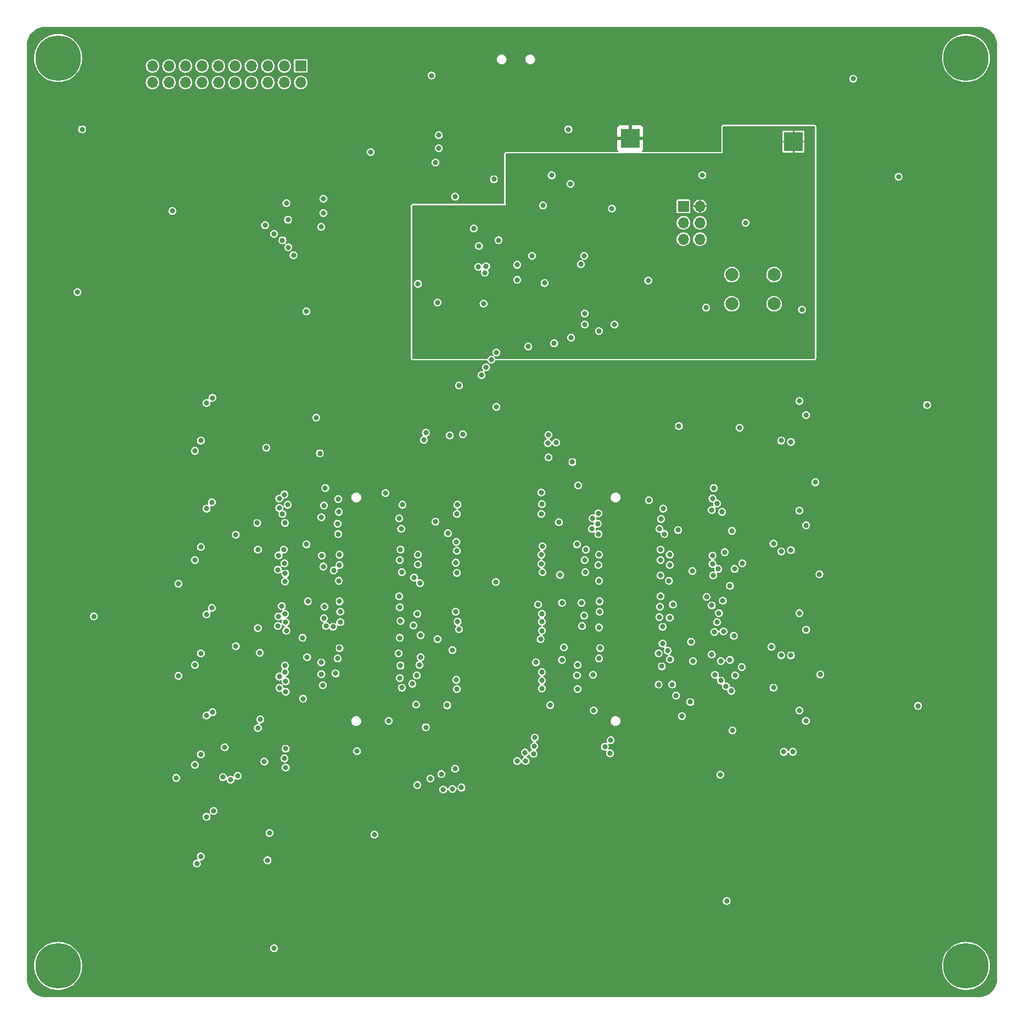
<source format=gbr>
%TF.GenerationSoftware,KiCad,Pcbnew,(6.0.0)*%
%TF.CreationDate,2022-10-06T12:47:50-04:00*%
%TF.ProjectId,ecp5u85-bse-usb_io-tester,65637035-7538-4352-9d62-73652d757362,A*%
%TF.SameCoordinates,Original*%
%TF.FileFunction,Copper,L3,Inr*%
%TF.FilePolarity,Positive*%
%FSLAX46Y46*%
G04 Gerber Fmt 4.6, Leading zero omitted, Abs format (unit mm)*
G04 Created by KiCad (PCBNEW (6.0.0)) date 2022-10-06 12:47:50*
%MOMM*%
%LPD*%
G01*
G04 APERTURE LIST*
%TA.AperFunction,ComponentPad*%
%ADD10C,2.000000*%
%TD*%
%TA.AperFunction,ComponentPad*%
%ADD11R,1.700000X1.700000*%
%TD*%
%TA.AperFunction,ComponentPad*%
%ADD12O,1.700000X1.700000*%
%TD*%
%TA.AperFunction,ComponentPad*%
%ADD13C,7.000000*%
%TD*%
%TA.AperFunction,ComponentPad*%
%ADD14R,3.000000X3.000000*%
%TD*%
%TA.AperFunction,ViaPad*%
%ADD15C,0.800000*%
%TD*%
G04 APERTURE END LIST*
D10*
%TO.N,Net-(R20-Pad1)*%
%TO.C,SW1*%
X273400000Y-101400000D03*
X266900000Y-101400000D03*
%TO.N,GND*%
X273400000Y-105900000D03*
X266900000Y-105900000D03*
%TD*%
D11*
%TO.N,/Test_{0}*%
%TO.C,J5*%
X200425000Y-69225000D03*
D12*
%TO.N,GND*%
X200425000Y-71765000D03*
%TO.N,/Test_{1}*%
X197885000Y-69225000D03*
%TO.N,GND*%
X197885000Y-71765000D03*
%TO.N,/Test_{2}*%
X195345000Y-69225000D03*
%TO.N,GND*%
X195345000Y-71765000D03*
%TO.N,/Test_{3}*%
X192805000Y-69225000D03*
%TO.N,GND*%
X192805000Y-71765000D03*
%TO.N,/Test_{4}*%
X190265000Y-69225000D03*
%TO.N,GND*%
X190265000Y-71765000D03*
%TO.N,/Test_{5}*%
X187725000Y-69225000D03*
%TO.N,GND*%
X187725000Y-71765000D03*
%TO.N,/Test_{6}*%
X185185000Y-69225000D03*
%TO.N,GND*%
X185185000Y-71765000D03*
%TO.N,/Test_{7}*%
X182645000Y-69225000D03*
%TO.N,GND*%
X182645000Y-71765000D03*
%TO.N,/Test_{Power}*%
X180105000Y-69225000D03*
%TO.N,GND*%
X180105000Y-71765000D03*
%TO.N,/TestClock*%
X177565000Y-69225000D03*
%TO.N,GND*%
X177565000Y-71765000D03*
%TD*%
D13*
%TO.N,GND*%
%TO.C,H3*%
X163000000Y-68000000D03*
%TD*%
D11*
%TO.N,/PDI_DATA*%
%TO.C,J4*%
X259425000Y-90875000D03*
D12*
%TO.N,+3V3*%
X261965000Y-90875000D03*
%TO.N,unconnected-(J4-Pad3)*%
X259425000Y-93415000D03*
%TO.N,unconnected-(J4-Pad4)*%
X261965000Y-93415000D03*
%TO.N,/PDI_CLK*%
X259425000Y-95955000D03*
%TO.N,GND*%
X261965000Y-95955000D03*
%TD*%
D13*
%TO.N,GND*%
%TO.C,H1*%
X303000000Y-68000000D03*
%TD*%
%TO.N,GND*%
%TO.C,H4*%
X303000000Y-208000000D03*
%TD*%
D14*
%TO.N,+5V*%
%TO.C,TP1*%
X251200000Y-80400000D03*
%TD*%
D13*
%TO.N,GND*%
%TO.C,H2*%
X163000000Y-208000000D03*
%TD*%
D14*
%TO.N,+3V3*%
%TO.C,TP2*%
X276400000Y-80900000D03*
%TD*%
D15*
%TO.N,GND*%
X237750000Y-90750000D03*
X204200000Y-134300000D03*
X198000000Y-148700000D03*
X273300000Y-165100000D03*
X237000000Y-152300000D03*
X196300000Y-205300000D03*
X221200000Y-84100000D03*
X168500000Y-154100000D03*
X218200000Y-167700000D03*
X258600000Y-140800000D03*
X240400000Y-147700000D03*
X237400000Y-157600000D03*
X166700000Y-79000000D03*
X259200000Y-169500000D03*
X254100000Y-136200000D03*
X260800000Y-147100000D03*
X258300000Y-166300000D03*
X198000000Y-139700000D03*
X236700000Y-161200000D03*
X201400000Y-160400000D03*
X223100000Y-141300000D03*
X277700000Y-106800000D03*
X266900000Y-140900000D03*
X279792637Y-133425028D03*
X240700000Y-152000000D03*
X230200000Y-86700000D03*
X267400000Y-163200000D03*
X258726709Y-124756305D03*
X218500000Y-102800000D03*
X260900000Y-161000000D03*
X202799465Y-123451336D03*
X297000000Y-121500000D03*
X262354212Y-86059054D03*
X221700000Y-81900000D03*
X181547112Y-149084656D03*
X224400000Y-142600000D03*
X227100000Y-94300000D03*
X254000000Y-102300000D03*
X194200000Y-170000000D03*
X264100000Y-134300000D03*
X268100000Y-125000000D03*
X206500000Y-155000000D03*
X220600000Y-70700000D03*
X224200000Y-89400000D03*
X194800000Y-176500000D03*
X228600000Y-105900000D03*
X211759975Y-187759066D03*
X214000000Y-170200000D03*
X230600000Y-121800000D03*
X221500000Y-157600000D03*
X195300000Y-191700000D03*
X209100000Y-174900000D03*
X266100000Y-198000000D03*
X255600000Y-164600000D03*
X200700000Y-157400000D03*
X195600000Y-187500000D03*
X244200000Y-109100000D03*
X248400000Y-91200000D03*
X235500000Y-112500000D03*
X221700000Y-79900000D03*
X221200000Y-139500000D03*
X295600000Y-167900000D03*
X166000000Y-104100000D03*
X195100000Y-128100000D03*
X240700000Y-160800000D03*
X233800000Y-102200000D03*
X267200000Y-157100000D03*
X243200000Y-133900000D03*
X205500000Y-147000000D03*
X181547112Y-163252891D03*
X201261466Y-107092617D03*
X243000000Y-143000000D03*
X211200000Y-82500000D03*
X240200000Y-139600000D03*
X230500000Y-148800000D03*
X269000000Y-93400000D03*
X285600000Y-71200000D03*
X198100000Y-174500000D03*
X213500000Y-135100000D03*
X216100000Y-136900000D03*
X260500000Y-167300000D03*
X280400000Y-147600000D03*
X265100000Y-178500000D03*
X218800000Y-149000000D03*
X241000000Y-158900000D03*
X221500000Y-105700000D03*
X237677822Y-143280604D03*
X267300000Y-146800000D03*
X230900000Y-96100000D03*
X267000000Y-171700000D03*
X197900000Y-176000000D03*
X262900000Y-106500000D03*
X203358737Y-128950848D03*
X244200000Y-107400000D03*
X245600000Y-168600000D03*
X238000000Y-102700000D03*
X292600000Y-86300000D03*
X266600000Y-160800000D03*
X216000000Y-165100000D03*
X263000000Y-151100000D03*
X180600000Y-91600000D03*
X181200000Y-179000000D03*
X260600000Y-158000000D03*
X238900000Y-167800000D03*
X280538334Y-163066467D03*
X241700000Y-79000000D03*
X198100000Y-177400000D03*
X194100000Y-159700000D03*
X201500000Y-151800000D03*
X219700000Y-171200000D03*
X193800000Y-143800000D03*
X200800000Y-166800000D03*
X201300000Y-143000000D03*
X223800000Y-159300000D03*
%TO.N,/D2I2+*%
X215700000Y-163600000D03*
X223000000Y-167800000D03*
%TO.N,/D2I0-*%
X205800000Y-162900000D03*
X198100000Y-165707472D03*
%TO.N,/D2I2-*%
X217600000Y-164500000D03*
X218400000Y-180100000D03*
%TO.N,/D2I1+*%
X203800000Y-164700000D03*
X197115707Y-165117972D03*
%TO.N,/D2I3+*%
X224500000Y-165300000D03*
X215800000Y-161700000D03*
%TO.N,/D2I1-*%
X198100000Y-164100000D03*
X206100000Y-160600000D03*
%TO.N,/D2I3-*%
X218300000Y-163200000D03*
X220400000Y-179100000D03*
%TO.N,/D2IO4+*%
X203600000Y-163000000D03*
X197100000Y-163400000D03*
%TO.N,/D3I1+*%
X215500000Y-159800000D03*
X224400000Y-163900000D03*
%TO.N,/D2IO4-*%
X198000000Y-162700000D03*
X206400000Y-159000000D03*
%TO.N,/D3I1-*%
X218700000Y-161600000D03*
X222100000Y-178400000D03*
%TO.N,/D2IO6+*%
X198000000Y-161700000D03*
X203600000Y-161200000D03*
%TO.N,/D2I4-*%
X215700000Y-157400000D03*
X224200000Y-177600000D03*
X218900000Y-160400000D03*
%TO.N,/D2IO7-*%
X198200000Y-156300000D03*
X205400000Y-155700000D03*
%TO.N,/D3I0-*%
X218900000Y-157000000D03*
X222400000Y-180800000D03*
%TO.N,/D3I4+*%
X196900000Y-155600000D03*
X204300000Y-155600000D03*
%TO.N,/D3I2+*%
X215800000Y-154800000D03*
X224796460Y-156110500D03*
%TO.N,/D3I4-*%
X206500000Y-153400000D03*
X198100000Y-155000000D03*
%TO.N,/D3I2-*%
X223800000Y-180700000D03*
X217799998Y-155500000D03*
%TO.N,/D3I3+*%
X197000000Y-154100000D03*
X204000000Y-154400000D03*
%TO.N,/D3I5+*%
X224605628Y-154931499D03*
X215700000Y-152700000D03*
%TO.N,/D3I3-*%
X198000000Y-153700000D03*
X206400000Y-151800000D03*
%TO.N,/D3I5-*%
X225200000Y-180500000D03*
X218400000Y-153700000D03*
%TO.N,/D3IO0+*%
X197500000Y-152500000D03*
X204100000Y-152600000D03*
%TO.N,/D3I6+*%
X224300000Y-153400000D03*
X215600000Y-151000000D03*
%TO.N,/D3IO4-*%
X206300000Y-148600000D03*
X198021497Y-147489500D03*
%TO.N,/D3IO5-*%
X217900000Y-148100000D03*
X225400000Y-126000000D03*
%TO.N,/D2IO3+*%
X224500000Y-147400000D03*
X216000000Y-147300000D03*
%TO.N,/D2IO0-*%
X197900000Y-145900000D03*
X206400000Y-146200000D03*
%TO.N,/D2IO3-*%
X218500000Y-146100000D03*
X223400000Y-126200000D03*
%TO.N,/D2IO1+*%
X203900000Y-146400000D03*
X196900000Y-146900000D03*
%TO.N,/D2IO5+*%
X224322887Y-145808670D03*
X215700000Y-145400000D03*
%TO.N,/D2IO1-*%
X197800000Y-143800000D03*
X206400000Y-144600000D03*
%TO.N,/D2IO5-*%
X218500000Y-144600000D03*
X219700000Y-125800000D03*
%TO.N,/D2IO2+*%
X203670000Y-144730000D03*
X197000000Y-144700000D03*
%TO.N,/D3IO1+*%
X224500000Y-144000000D03*
X219400000Y-126900000D03*
X215800000Y-143800000D03*
%TO.N,/D2IO8-*%
X197600000Y-138300000D03*
X206200000Y-141400000D03*
%TO.N,/D3IO2+*%
X203600000Y-138800000D03*
X197100000Y-137400000D03*
%TO.N,/D3I7+*%
X215900000Y-140600000D03*
X224500000Y-138300000D03*
%TO.N,/D3IO2-*%
X198400000Y-136900000D03*
X206100000Y-139800000D03*
%TO.N,/D3IO7-*%
X204000000Y-137000000D03*
X197100000Y-135910500D03*
%TO.N,/D3IO7+*%
X224600000Y-136900000D03*
X215600000Y-139000000D03*
%TO.N,/D3IO6+*%
X197900000Y-135300000D03*
X206300000Y-138000000D03*
%TO.N,+3V3*%
X278600000Y-97900000D03*
X232300000Y-111500000D03*
X236700000Y-83400000D03*
X270200000Y-83200000D03*
X273200000Y-84600000D03*
X238600000Y-101200000D03*
X221300000Y-107000000D03*
X218400000Y-101200000D03*
X269600000Y-84200000D03*
X271500000Y-84500000D03*
X227100000Y-92700000D03*
X271700000Y-83200000D03*
X273000000Y-83100000D03*
%TO.N,/D6I1-*%
X237600000Y-165200000D03*
X245500000Y-163100000D03*
%TO.N,/D6IO0-*%
X266800000Y-165600000D03*
X257700000Y-164600000D03*
%TO.N,/D6I2+*%
X243100000Y-165300000D03*
X236500000Y-172800000D03*
%TO.N,/D6IO1+*%
X256100000Y-161800000D03*
X266000000Y-164900000D03*
%TO.N,/D6I2-*%
X237600000Y-164000000D03*
X246400000Y-160600000D03*
%TO.N,/D6IO1-*%
X257366840Y-160733160D03*
X265200000Y-164000000D03*
%TO.N,/D6I5+*%
X243000000Y-163200000D03*
X236400000Y-174100000D03*
%TO.N,/D6IO3+*%
X264300000Y-163100000D03*
X255600000Y-159800000D03*
%TO.N,/D6I5-*%
X237600000Y-162700000D03*
X246600000Y-159000000D03*
%TO.N,/D6IO3-*%
X257000000Y-159400000D03*
X265200000Y-161000000D03*
%TO.N,/D6I3+*%
X243100000Y-161600000D03*
X236300000Y-175300000D03*
%TO.N,/D6IO5+*%
X256200000Y-158300000D03*
X263800000Y-159999998D03*
%TO.N,/D6I0-*%
X246400000Y-155800000D03*
X237600000Y-156300000D03*
%TO.N,/D6IO4-*%
X265600000Y-156400000D03*
X256200000Y-155700000D03*
%TO.N,/S60*%
X235000000Y-175100000D03*
X243800000Y-155600000D03*
%TO.N,/D6IO2+*%
X255700000Y-154200000D03*
X264200000Y-156500000D03*
%TO.N,/S86*%
X246500000Y-153400000D03*
X237600000Y-154900000D03*
%TO.N,/D6IO2-*%
X257300000Y-154300000D03*
X264600000Y-155000000D03*
%TO.N,/S84*%
X244100000Y-154000000D03*
X235100000Y-176400000D03*
%TO.N,/D6IO6+*%
X264900000Y-153600000D03*
X255800000Y-152600000D03*
%TO.N,/S13*%
X237600000Y-153700000D03*
X246500000Y-151800000D03*
%TO.N,/D6IO6-*%
X265500000Y-151700000D03*
X257800000Y-152300000D03*
%TO.N,/S14*%
X243700000Y-152000000D03*
X233800000Y-176400000D03*
%TO.N,/D6IO7+*%
X263800000Y-152400000D03*
X255900000Y-151000000D03*
%TO.N,/S06*%
X237700000Y-147300000D03*
X246400000Y-148600000D03*
%TO.N,/D6I6-*%
X257200000Y-148600000D03*
X266600000Y-149400000D03*
%TO.N,/S00*%
X244300000Y-147300000D03*
X238600000Y-126100000D03*
%TO.N,/D6I7+*%
X255900000Y-147800000D03*
X264000000Y-147800000D03*
%TO.N,/S04*%
X237500000Y-146000000D03*
X246300000Y-146200000D03*
%TO.N,/D6I7-*%
X264800000Y-146800000D03*
X257300000Y-146200000D03*
%TO.N,/S02*%
X238500000Y-127400000D03*
X244200000Y-145400000D03*
%TO.N,/D6I4+*%
X255900000Y-145400000D03*
X263900000Y-146000000D03*
%TO.N,/S01*%
X246400000Y-144600000D03*
X237500000Y-144600000D03*
%TO.N,/D6I4-*%
X257300000Y-144600000D03*
X265800000Y-144200000D03*
%TO.N,/S07*%
X239800000Y-127300000D03*
X244400000Y-143800000D03*
%TO.N,/S12*%
X263900000Y-144700000D03*
X255900000Y-143800000D03*
%TO.N,/S10*%
X246300000Y-141400000D03*
X237500000Y-138300000D03*
%TO.N,/S80*%
X256500000Y-141400000D03*
X265400000Y-138000000D03*
%TO.N,/S81*%
X238600000Y-129600000D03*
X245300000Y-140600000D03*
%TO.N,/S16*%
X255700000Y-140600000D03*
X263800000Y-137700000D03*
%TO.N,/S19*%
X246200000Y-139800000D03*
X237600000Y-136800000D03*
%TO.N,/S110*%
X256000000Y-139100000D03*
X264600000Y-136700000D03*
%TO.N,/S85*%
X242300000Y-130300000D03*
X245400000Y-139000000D03*
%TO.N,/S82*%
X256300000Y-137500000D03*
X263900000Y-135900000D03*
%TO.N,/S15*%
X237500000Y-135000000D03*
X246300000Y-138200000D03*
%TO.N,+5V*%
X275400000Y-138400000D03*
X187100000Y-194200000D03*
X275500000Y-169200000D03*
X251300000Y-77400000D03*
X267200000Y-156000000D03*
X186700000Y-130500000D03*
X194900000Y-177800000D03*
X195100000Y-161300000D03*
X249700000Y-77300000D03*
X257600000Y-76000000D03*
X253200000Y-75400000D03*
X275210500Y-121508039D03*
X186700000Y-163100000D03*
X186700000Y-147000000D03*
X253200000Y-73500000D03*
X195500000Y-193000000D03*
X249600000Y-73500000D03*
X267200000Y-170600000D03*
X186700000Y-178600000D03*
X266900000Y-139800000D03*
X224500000Y-85600000D03*
X267100000Y-122800000D03*
X194800000Y-145300000D03*
X275400000Y-154300000D03*
X253200000Y-77200000D03*
X195300000Y-129300000D03*
X251200000Y-73500000D03*
%TO.N,/J2-2_3.3V*%
X190700000Y-178700000D03*
X248200000Y-173200000D03*
%TO.N,/J2-4_3.3V*%
X247300000Y-174200000D03*
X189600000Y-179300000D03*
%TO.N,/J2-6_3.3V*%
X188400000Y-178900000D03*
X248100000Y-175200000D03*
%TO.N,/A_{0}*%
X186700000Y-136500000D03*
X186700000Y-152800000D03*
X274900000Y-175000000D03*
X274500000Y-144100000D03*
X274500000Y-127000000D03*
X186800000Y-120400000D03*
X187000000Y-184100000D03*
X274500000Y-160100000D03*
X186800000Y-168900000D03*
X228300000Y-116900000D03*
%TO.N,/A_{1}*%
X185900000Y-153800000D03*
X276000000Y-143900000D03*
X185900000Y-169400000D03*
X185900000Y-185000000D03*
X185900000Y-121200000D03*
X229000000Y-115700000D03*
X185900000Y-137500000D03*
X276000000Y-160100000D03*
X276300000Y-175000000D03*
X276000000Y-127200000D03*
%TO.N,/A_{3}*%
X184400000Y-192200000D03*
X278350000Y-123050000D03*
X184100000Y-177000000D03*
X278350000Y-140050000D03*
X278300000Y-170200000D03*
X184100000Y-161600000D03*
X184100000Y-145400000D03*
X184100000Y-128600000D03*
X278350000Y-156150000D03*
X230600000Y-113400000D03*
%TO.N,/A_{2}*%
X229800000Y-114500000D03*
X185000000Y-143400000D03*
X185000000Y-191100000D03*
X185000000Y-127000000D03*
X185000000Y-175400000D03*
X277300000Y-137800000D03*
X277300000Y-153600000D03*
X277300000Y-168600000D03*
X277300000Y-120900000D03*
X185000000Y-159800000D03*
%TO.N,/TestClock*%
X224800000Y-118500000D03*
X206200000Y-136000000D03*
%TO.N,/PDI_DATA*%
X236100000Y-98500000D03*
X244100000Y-98500000D03*
%TO.N,/PDI_CLK*%
X243600000Y-99800000D03*
X233800000Y-99900000D03*
%TO.N,/Test_{0}*%
X248800000Y-109100000D03*
X229000000Y-100100000D03*
%TO.N,/Test_{1}*%
X239500000Y-112000000D03*
X227900000Y-97000000D03*
%TO.N,/Test_{2}*%
X242100000Y-111100000D03*
X273300000Y-142900000D03*
X268500000Y-145900000D03*
X227800000Y-100200000D03*
%TO.N,/Test_{3}*%
X273000000Y-158800000D03*
X268400000Y-161900000D03*
X246400000Y-110100000D03*
X228800000Y-101100000D03*
%TO.N,/Test_{4}*%
X197600000Y-96100000D03*
X190400000Y-158700000D03*
X203900000Y-89700000D03*
X193800000Y-155900000D03*
%TO.N,/Test_{5}*%
X190400000Y-141500000D03*
X193700000Y-139700000D03*
X198500000Y-97200000D03*
X203900000Y-91900000D03*
%TO.N,/Test_{6}*%
X203550000Y-94050000D03*
X199300000Y-98400000D03*
%TO.N,/Test_{7}*%
X198200000Y-90400000D03*
X194900000Y-93800000D03*
%TO.N,/Test_{Power}*%
X196300000Y-95100000D03*
X193800000Y-171300000D03*
X198450000Y-92950000D03*
X188700000Y-174300000D03*
%TO.N,/RTS*%
X242000000Y-87400000D03*
X239100000Y-86100000D03*
%TD*%
%TA.AperFunction,Conductor*%
%TO.N,+5V*%
G36*
X304980184Y-63201953D02*
G01*
X304985813Y-63201963D01*
X304999642Y-63205143D01*
X305013481Y-63202012D01*
X305027669Y-63202037D01*
X305027668Y-63202657D01*
X305035557Y-63201997D01*
X305306439Y-63217209D01*
X305320471Y-63218790D01*
X305468279Y-63243904D01*
X305616082Y-63269017D01*
X305629857Y-63272161D01*
X305917983Y-63355169D01*
X305931320Y-63359836D01*
X306046617Y-63407593D01*
X306208341Y-63474581D01*
X306221064Y-63480708D01*
X306483502Y-63625753D01*
X306495450Y-63633260D01*
X306655883Y-63747093D01*
X306740002Y-63806779D01*
X306751048Y-63815589D01*
X306974622Y-64015386D01*
X306984614Y-64025378D01*
X307184411Y-64248952D01*
X307193221Y-64259998D01*
X307366740Y-64504550D01*
X307374247Y-64516498D01*
X307519290Y-64778932D01*
X307525419Y-64791659D01*
X307569908Y-64899064D01*
X307640164Y-65068680D01*
X307644831Y-65082017D01*
X307727839Y-65370143D01*
X307730983Y-65383918D01*
X307778750Y-65665050D01*
X307781209Y-65679524D01*
X307782791Y-65693561D01*
X307797971Y-65963873D01*
X307797310Y-65971624D01*
X307798061Y-65971625D01*
X307798036Y-65985815D01*
X307794857Y-65999642D01*
X307797988Y-66013481D01*
X307797980Y-66018370D01*
X307800000Y-66036448D01*
X307800000Y-209962976D01*
X307798047Y-209980184D01*
X307798037Y-209985813D01*
X307794857Y-209999642D01*
X307797988Y-210013481D01*
X307797963Y-210027669D01*
X307797343Y-210027668D01*
X307798003Y-210035557D01*
X307782791Y-210306435D01*
X307781210Y-210320471D01*
X307756096Y-210468279D01*
X307730983Y-210616082D01*
X307727839Y-210629857D01*
X307644831Y-210917983D01*
X307640164Y-210931320D01*
X307569908Y-211100936D01*
X307525840Y-211207326D01*
X307525421Y-211208337D01*
X307519292Y-211221064D01*
X307374247Y-211483502D01*
X307366740Y-211495450D01*
X307291000Y-211602196D01*
X307193221Y-211740002D01*
X307184411Y-211751048D01*
X306984614Y-211974622D01*
X306974622Y-211984614D01*
X306751048Y-212184411D01*
X306740002Y-212193221D01*
X306495450Y-212366740D01*
X306483502Y-212374247D01*
X306221064Y-212519292D01*
X306208341Y-212525419D01*
X306100936Y-212569908D01*
X305931320Y-212640164D01*
X305917983Y-212644831D01*
X305629857Y-212727839D01*
X305616082Y-212730983D01*
X305468279Y-212756096D01*
X305320471Y-212781210D01*
X305306439Y-212782791D01*
X305036126Y-212797971D01*
X305028376Y-212797310D01*
X305028375Y-212798061D01*
X305014185Y-212798036D01*
X305000358Y-212794857D01*
X304986519Y-212797988D01*
X304981630Y-212797980D01*
X304963552Y-212800000D01*
X161037024Y-212800000D01*
X161019816Y-212798047D01*
X161014187Y-212798037D01*
X161000358Y-212794857D01*
X160986519Y-212797988D01*
X160972331Y-212797963D01*
X160972332Y-212797343D01*
X160964443Y-212798003D01*
X160693561Y-212782791D01*
X160679529Y-212781210D01*
X160531721Y-212756096D01*
X160383918Y-212730983D01*
X160370143Y-212727839D01*
X160082017Y-212644831D01*
X160068680Y-212640164D01*
X159899064Y-212569908D01*
X159791659Y-212525419D01*
X159778936Y-212519292D01*
X159516498Y-212374247D01*
X159504550Y-212366740D01*
X159259998Y-212193221D01*
X159248952Y-212184411D01*
X159025378Y-211984614D01*
X159015386Y-211974622D01*
X158815589Y-211751048D01*
X158806779Y-211740002D01*
X158709000Y-211602196D01*
X158633260Y-211495450D01*
X158625753Y-211483502D01*
X158480708Y-211221064D01*
X158474579Y-211208337D01*
X158474161Y-211207326D01*
X158430092Y-211100936D01*
X158359836Y-210931320D01*
X158355169Y-210917983D01*
X158272161Y-210629857D01*
X158269017Y-210616082D01*
X158243904Y-210468279D01*
X158218790Y-210320471D01*
X158217209Y-210306435D01*
X158210146Y-210180655D01*
X158202029Y-210036126D01*
X158202690Y-210028376D01*
X158201939Y-210028375D01*
X158201964Y-210014185D01*
X158205143Y-210000358D01*
X158202012Y-209986519D01*
X158202020Y-209981630D01*
X158200000Y-209963552D01*
X158200000Y-208000000D01*
X159294422Y-208000000D01*
X159314722Y-208387338D01*
X159375398Y-208770433D01*
X159475786Y-209145087D01*
X159614786Y-209507194D01*
X159790875Y-209852789D01*
X160002124Y-210178084D01*
X160246219Y-210479516D01*
X160520484Y-210753781D01*
X160821916Y-210997876D01*
X161147211Y-211209125D01*
X161492806Y-211385214D01*
X161854913Y-211524214D01*
X162229567Y-211624602D01*
X162433201Y-211656854D01*
X162609414Y-211684764D01*
X162609422Y-211684765D01*
X162612662Y-211685278D01*
X163000000Y-211705578D01*
X163387338Y-211685278D01*
X163390578Y-211684765D01*
X163390586Y-211684764D01*
X163566799Y-211656854D01*
X163770433Y-211624602D01*
X164145087Y-211524214D01*
X164507194Y-211385214D01*
X164852789Y-211209125D01*
X165178084Y-210997876D01*
X165479516Y-210753781D01*
X165753781Y-210479516D01*
X165997876Y-210178084D01*
X166209125Y-209852789D01*
X166385214Y-209507194D01*
X166524214Y-209145087D01*
X166624602Y-208770433D01*
X166685278Y-208387338D01*
X166705578Y-208000000D01*
X299294422Y-208000000D01*
X299314722Y-208387338D01*
X299375398Y-208770433D01*
X299475786Y-209145087D01*
X299614786Y-209507194D01*
X299790875Y-209852789D01*
X300002124Y-210178084D01*
X300246219Y-210479516D01*
X300520484Y-210753781D01*
X300821916Y-210997876D01*
X301147211Y-211209125D01*
X301492806Y-211385214D01*
X301854913Y-211524214D01*
X302229567Y-211624602D01*
X302433201Y-211656854D01*
X302609414Y-211684764D01*
X302609422Y-211684765D01*
X302612662Y-211685278D01*
X303000000Y-211705578D01*
X303387338Y-211685278D01*
X303390578Y-211684765D01*
X303390586Y-211684764D01*
X303566799Y-211656854D01*
X303770433Y-211624602D01*
X304145087Y-211524214D01*
X304507194Y-211385214D01*
X304852789Y-211209125D01*
X305178084Y-210997876D01*
X305479516Y-210753781D01*
X305753781Y-210479516D01*
X305997876Y-210178084D01*
X306209125Y-209852789D01*
X306385214Y-209507194D01*
X306524214Y-209145087D01*
X306624602Y-208770433D01*
X306685278Y-208387338D01*
X306705578Y-208000000D01*
X306685278Y-207612662D01*
X306624602Y-207229567D01*
X306524214Y-206854913D01*
X306385214Y-206492806D01*
X306209125Y-206147211D01*
X305997876Y-205821916D01*
X305753781Y-205520484D01*
X305479516Y-205246219D01*
X305178084Y-205002124D01*
X304852789Y-204790875D01*
X304507194Y-204614786D01*
X304145087Y-204475786D01*
X303770433Y-204375398D01*
X303566799Y-204343146D01*
X303390586Y-204315236D01*
X303390578Y-204315235D01*
X303387338Y-204314722D01*
X303000000Y-204294422D01*
X302612662Y-204314722D01*
X302609422Y-204315235D01*
X302609414Y-204315236D01*
X302433201Y-204343146D01*
X302229567Y-204375398D01*
X301854913Y-204475786D01*
X301492806Y-204614786D01*
X301147211Y-204790875D01*
X300821916Y-205002124D01*
X300520484Y-205246219D01*
X300246219Y-205520484D01*
X300002124Y-205821916D01*
X299790875Y-206147211D01*
X299614786Y-206492806D01*
X299475786Y-206854913D01*
X299375398Y-207229567D01*
X299314722Y-207612662D01*
X299294422Y-208000000D01*
X166705578Y-208000000D01*
X166685278Y-207612662D01*
X166624602Y-207229567D01*
X166524214Y-206854913D01*
X166385214Y-206492806D01*
X166209125Y-206147211D01*
X165997876Y-205821916D01*
X165753781Y-205520484D01*
X165533297Y-205300000D01*
X195694318Y-205300000D01*
X195714956Y-205456762D01*
X195775464Y-205602841D01*
X195871718Y-205728282D01*
X195997159Y-205824536D01*
X196143238Y-205885044D01*
X196300000Y-205905682D01*
X196308188Y-205904604D01*
X196448574Y-205886122D01*
X196456762Y-205885044D01*
X196602841Y-205824536D01*
X196728282Y-205728282D01*
X196824536Y-205602841D01*
X196885044Y-205456762D01*
X196905682Y-205300000D01*
X196885044Y-205143238D01*
X196824536Y-204997159D01*
X196728282Y-204871718D01*
X196602841Y-204775464D01*
X196456762Y-204714956D01*
X196300000Y-204694318D01*
X196143238Y-204714956D01*
X195997159Y-204775464D01*
X195871718Y-204871718D01*
X195775464Y-204997159D01*
X195714956Y-205143238D01*
X195694318Y-205300000D01*
X165533297Y-205300000D01*
X165479516Y-205246219D01*
X165178084Y-205002124D01*
X164852789Y-204790875D01*
X164507194Y-204614786D01*
X164145087Y-204475786D01*
X163770433Y-204375398D01*
X163566799Y-204343146D01*
X163390586Y-204315236D01*
X163390578Y-204315235D01*
X163387338Y-204314722D01*
X163000000Y-204294422D01*
X162612662Y-204314722D01*
X162609422Y-204315235D01*
X162609414Y-204315236D01*
X162433201Y-204343146D01*
X162229567Y-204375398D01*
X161854913Y-204475786D01*
X161492806Y-204614786D01*
X161147211Y-204790875D01*
X160821916Y-205002124D01*
X160520484Y-205246219D01*
X160246219Y-205520484D01*
X160002124Y-205821916D01*
X159790875Y-206147211D01*
X159614786Y-206492806D01*
X159475786Y-206854913D01*
X159375398Y-207229567D01*
X159314722Y-207612662D01*
X159294422Y-208000000D01*
X158200000Y-208000000D01*
X158200000Y-198000000D01*
X265494318Y-198000000D01*
X265514956Y-198156762D01*
X265575464Y-198302841D01*
X265671718Y-198428282D01*
X265797159Y-198524536D01*
X265943238Y-198585044D01*
X266100000Y-198605682D01*
X266108188Y-198604604D01*
X266248574Y-198586122D01*
X266256762Y-198585044D01*
X266402841Y-198524536D01*
X266528282Y-198428282D01*
X266624536Y-198302841D01*
X266685044Y-198156762D01*
X266705682Y-198000000D01*
X266685044Y-197843238D01*
X266624536Y-197697159D01*
X266528282Y-197571718D01*
X266402841Y-197475464D01*
X266256762Y-197414956D01*
X266100000Y-197394318D01*
X265943238Y-197414956D01*
X265797159Y-197475464D01*
X265671718Y-197571718D01*
X265575464Y-197697159D01*
X265514956Y-197843238D01*
X265494318Y-198000000D01*
X158200000Y-198000000D01*
X158200000Y-192200000D01*
X183794318Y-192200000D01*
X183814956Y-192356762D01*
X183875464Y-192502841D01*
X183971718Y-192628282D01*
X184097159Y-192724536D01*
X184243238Y-192785044D01*
X184400000Y-192805682D01*
X184408188Y-192804604D01*
X184548574Y-192786122D01*
X184556762Y-192785044D01*
X184702841Y-192724536D01*
X184828282Y-192628282D01*
X184924536Y-192502841D01*
X184985044Y-192356762D01*
X185005682Y-192200000D01*
X184985044Y-192043238D01*
X184965151Y-191995211D01*
X184927695Y-191904785D01*
X184927694Y-191904784D01*
X184924536Y-191897159D01*
X184920143Y-191891434D01*
X184903519Y-191822904D01*
X184926741Y-191755813D01*
X184982549Y-191711927D01*
X185012930Y-191703980D01*
X185043161Y-191700000D01*
X194694318Y-191700000D01*
X194714956Y-191856762D01*
X194775464Y-192002841D01*
X194871718Y-192128282D01*
X194997159Y-192224536D01*
X195143238Y-192285044D01*
X195300000Y-192305682D01*
X195308188Y-192304604D01*
X195448574Y-192286122D01*
X195456762Y-192285044D01*
X195602841Y-192224536D01*
X195728282Y-192128282D01*
X195824536Y-192002841D01*
X195885044Y-191856762D01*
X195905682Y-191700000D01*
X195885044Y-191543238D01*
X195824536Y-191397159D01*
X195728282Y-191271718D01*
X195602841Y-191175464D01*
X195456762Y-191114956D01*
X195300000Y-191094318D01*
X195143238Y-191114956D01*
X194997159Y-191175464D01*
X194871718Y-191271718D01*
X194775464Y-191397159D01*
X194714956Y-191543238D01*
X194694318Y-191700000D01*
X185043161Y-191700000D01*
X185111597Y-191690990D01*
X185156762Y-191685044D01*
X185302841Y-191624536D01*
X185428282Y-191528282D01*
X185524536Y-191402841D01*
X185585044Y-191256762D01*
X185605682Y-191100000D01*
X185585044Y-190943238D01*
X185524536Y-190797159D01*
X185428282Y-190671718D01*
X185302841Y-190575464D01*
X185156762Y-190514956D01*
X185000000Y-190494318D01*
X184843238Y-190514956D01*
X184697159Y-190575464D01*
X184571718Y-190671718D01*
X184475464Y-190797159D01*
X184414956Y-190943238D01*
X184394318Y-191100000D01*
X184414956Y-191256762D01*
X184418116Y-191264391D01*
X184472304Y-191395211D01*
X184475464Y-191402841D01*
X184479857Y-191408566D01*
X184496481Y-191477096D01*
X184473259Y-191544187D01*
X184417451Y-191588073D01*
X184387070Y-191596020D01*
X184288403Y-191609010D01*
X184243238Y-191614956D01*
X184097159Y-191675464D01*
X183971718Y-191771718D01*
X183875464Y-191897159D01*
X183814956Y-192043238D01*
X183794318Y-192200000D01*
X158200000Y-192200000D01*
X158200000Y-187500000D01*
X194994318Y-187500000D01*
X194995396Y-187508188D01*
X195007787Y-187602304D01*
X195014956Y-187656762D01*
X195075464Y-187802841D01*
X195171718Y-187928282D01*
X195297159Y-188024536D01*
X195443238Y-188085044D01*
X195600000Y-188105682D01*
X195608188Y-188104604D01*
X195748574Y-188086122D01*
X195756762Y-188085044D01*
X195902841Y-188024536D01*
X196028282Y-187928282D01*
X196124536Y-187802841D01*
X196142668Y-187759066D01*
X211154293Y-187759066D01*
X211174931Y-187915828D01*
X211235439Y-188061907D01*
X211331693Y-188187348D01*
X211457134Y-188283602D01*
X211603213Y-188344110D01*
X211759975Y-188364748D01*
X211768163Y-188363670D01*
X211908549Y-188345188D01*
X211916737Y-188344110D01*
X212062816Y-188283602D01*
X212188257Y-188187348D01*
X212284511Y-188061907D01*
X212345019Y-187915828D01*
X212365657Y-187759066D01*
X212353193Y-187664391D01*
X212346097Y-187610492D01*
X212345019Y-187602304D01*
X212284511Y-187456225D01*
X212188257Y-187330784D01*
X212062816Y-187234530D01*
X211916737Y-187174022D01*
X211759975Y-187153384D01*
X211603213Y-187174022D01*
X211457134Y-187234530D01*
X211331693Y-187330784D01*
X211235439Y-187456225D01*
X211174931Y-187602304D01*
X211173853Y-187610492D01*
X211166757Y-187664391D01*
X211154293Y-187759066D01*
X196142668Y-187759066D01*
X196185044Y-187656762D01*
X196192214Y-187602304D01*
X196204604Y-187508188D01*
X196205682Y-187500000D01*
X196185044Y-187343238D01*
X196124536Y-187197159D01*
X196028282Y-187071718D01*
X195902841Y-186975464D01*
X195756762Y-186914956D01*
X195600000Y-186894318D01*
X195443238Y-186914956D01*
X195297159Y-186975464D01*
X195171718Y-187071718D01*
X195075464Y-187197159D01*
X195014956Y-187343238D01*
X194994318Y-187500000D01*
X158200000Y-187500000D01*
X158200000Y-185000000D01*
X185294318Y-185000000D01*
X185314956Y-185156762D01*
X185375464Y-185302841D01*
X185471718Y-185428282D01*
X185597159Y-185524536D01*
X185743238Y-185585044D01*
X185900000Y-185605682D01*
X185908188Y-185604604D01*
X186048574Y-185586122D01*
X186056762Y-185585044D01*
X186202841Y-185524536D01*
X186328282Y-185428282D01*
X186424536Y-185302841D01*
X186485044Y-185156762D01*
X186505682Y-185000000D01*
X186485044Y-184843238D01*
X186433370Y-184718485D01*
X186425781Y-184647895D01*
X186457561Y-184584408D01*
X186518619Y-184548181D01*
X186589570Y-184550715D01*
X186626483Y-184570305D01*
X186690603Y-184619506D01*
X186690606Y-184619508D01*
X186697159Y-184624536D01*
X186843238Y-184685044D01*
X187000000Y-184705682D01*
X187008188Y-184704604D01*
X187148574Y-184686122D01*
X187156762Y-184685044D01*
X187302841Y-184624536D01*
X187428282Y-184528282D01*
X187524536Y-184402841D01*
X187585044Y-184256762D01*
X187605682Y-184100000D01*
X187585044Y-183943238D01*
X187524536Y-183797159D01*
X187428282Y-183671718D01*
X187302841Y-183575464D01*
X187156762Y-183514956D01*
X187000000Y-183494318D01*
X186843238Y-183514956D01*
X186697159Y-183575464D01*
X186571718Y-183671718D01*
X186475464Y-183797159D01*
X186414956Y-183943238D01*
X186394318Y-184100000D01*
X186414956Y-184256762D01*
X186418115Y-184264389D01*
X186418116Y-184264392D01*
X186466630Y-184381515D01*
X186474219Y-184452105D01*
X186442439Y-184515592D01*
X186381381Y-184551819D01*
X186310430Y-184549285D01*
X186273517Y-184529695D01*
X186209397Y-184480494D01*
X186209392Y-184480491D01*
X186202841Y-184475464D01*
X186056762Y-184414956D01*
X185900000Y-184394318D01*
X185743238Y-184414956D01*
X185597159Y-184475464D01*
X185471718Y-184571718D01*
X185375464Y-184697159D01*
X185314956Y-184843238D01*
X185294318Y-185000000D01*
X158200000Y-185000000D01*
X158200000Y-180800000D01*
X221794318Y-180800000D01*
X221814956Y-180956762D01*
X221875464Y-181102841D01*
X221971718Y-181228282D01*
X222097159Y-181324536D01*
X222243238Y-181385044D01*
X222400000Y-181405682D01*
X222408188Y-181404604D01*
X222548574Y-181386122D01*
X222556762Y-181385044D01*
X222702841Y-181324536D01*
X222828282Y-181228282D01*
X222924536Y-181102841D01*
X222985044Y-180956762D01*
X222989106Y-180925908D01*
X223017828Y-180860981D01*
X223077094Y-180821889D01*
X223148085Y-180821044D01*
X223208264Y-180858714D01*
X223230437Y-180894135D01*
X223275464Y-181002841D01*
X223371718Y-181128282D01*
X223497159Y-181224536D01*
X223643238Y-181285044D01*
X223800000Y-181305682D01*
X223808188Y-181304604D01*
X223948574Y-181286122D01*
X223956762Y-181285044D01*
X224102841Y-181224536D01*
X224228282Y-181128282D01*
X224324536Y-181002841D01*
X224385044Y-180856762D01*
X224399096Y-180750026D01*
X224427818Y-180685099D01*
X224487084Y-180646007D01*
X224558075Y-180645162D01*
X224618254Y-180682832D01*
X224640427Y-180718253D01*
X224675464Y-180802841D01*
X224771718Y-180928282D01*
X224897159Y-181024536D01*
X225043238Y-181085044D01*
X225200000Y-181105682D01*
X225208188Y-181104604D01*
X225221580Y-181102841D01*
X225356762Y-181085044D01*
X225502841Y-181024536D01*
X225628282Y-180928282D01*
X225724536Y-180802841D01*
X225785044Y-180656762D01*
X225805682Y-180500000D01*
X225785044Y-180343238D01*
X225724536Y-180197159D01*
X225656059Y-180107918D01*
X225633305Y-180078264D01*
X225628282Y-180071718D01*
X225502841Y-179975464D01*
X225356762Y-179914956D01*
X225200000Y-179894318D01*
X225043238Y-179914956D01*
X224897159Y-179975464D01*
X224771718Y-180071718D01*
X224766695Y-180078264D01*
X224743941Y-180107918D01*
X224675464Y-180197159D01*
X224614956Y-180343238D01*
X224613878Y-180351426D01*
X224600904Y-180449974D01*
X224572182Y-180514901D01*
X224512916Y-180553993D01*
X224441925Y-180554838D01*
X224381746Y-180517168D01*
X224359573Y-180481746D01*
X224324536Y-180397159D01*
X224228282Y-180271718D01*
X224102841Y-180175464D01*
X223956762Y-180114956D01*
X223800000Y-180094318D01*
X223643238Y-180114956D01*
X223497159Y-180175464D01*
X223371718Y-180271718D01*
X223275464Y-180397159D01*
X223214956Y-180543238D01*
X223213878Y-180551426D01*
X223210894Y-180574092D01*
X223182172Y-180639019D01*
X223122906Y-180678111D01*
X223051915Y-180678956D01*
X222991736Y-180641286D01*
X222969563Y-180605864D01*
X222924536Y-180497159D01*
X222828282Y-180371718D01*
X222702841Y-180275464D01*
X222556762Y-180214956D01*
X222400000Y-180194318D01*
X222243238Y-180214956D01*
X222097159Y-180275464D01*
X221971718Y-180371718D01*
X221875464Y-180497159D01*
X221814956Y-180643238D01*
X221794318Y-180800000D01*
X158200000Y-180800000D01*
X158200000Y-180100000D01*
X217794318Y-180100000D01*
X217814956Y-180256762D01*
X217875464Y-180402841D01*
X217880491Y-180409392D01*
X217950017Y-180500000D01*
X217971718Y-180528282D01*
X218097159Y-180624536D01*
X218243238Y-180685044D01*
X218400000Y-180705682D01*
X218408188Y-180704604D01*
X218548574Y-180686122D01*
X218556762Y-180685044D01*
X218702841Y-180624536D01*
X218828282Y-180528282D01*
X218849984Y-180500000D01*
X218919509Y-180409392D01*
X218924536Y-180402841D01*
X218985044Y-180256762D01*
X219005682Y-180100000D01*
X218985044Y-179943238D01*
X218924536Y-179797159D01*
X218828282Y-179671718D01*
X218702841Y-179575464D01*
X218556762Y-179514956D01*
X218400000Y-179494318D01*
X218243238Y-179514956D01*
X218097159Y-179575464D01*
X217971718Y-179671718D01*
X217875464Y-179797159D01*
X217814956Y-179943238D01*
X217794318Y-180100000D01*
X158200000Y-180100000D01*
X158200000Y-179000000D01*
X180594318Y-179000000D01*
X180614956Y-179156762D01*
X180675464Y-179302841D01*
X180771718Y-179428282D01*
X180897159Y-179524536D01*
X181043238Y-179585044D01*
X181200000Y-179605682D01*
X181208188Y-179604604D01*
X181221580Y-179602841D01*
X181356762Y-179585044D01*
X181502841Y-179524536D01*
X181628282Y-179428282D01*
X181724536Y-179302841D01*
X181785044Y-179156762D01*
X181805682Y-179000000D01*
X181792517Y-178900000D01*
X187794318Y-178900000D01*
X187814956Y-179056762D01*
X187875464Y-179202841D01*
X187880491Y-179209392D01*
X187950017Y-179300000D01*
X187971718Y-179328282D01*
X188097159Y-179424536D01*
X188243238Y-179485044D01*
X188400000Y-179505682D01*
X188408188Y-179504604D01*
X188548574Y-179486122D01*
X188556762Y-179485044D01*
X188702841Y-179424536D01*
X188709392Y-179419509D01*
X188709396Y-179419507D01*
X188809327Y-179342828D01*
X188875547Y-179317228D01*
X188945096Y-179331493D01*
X188995891Y-179381094D01*
X189010952Y-179426346D01*
X189014956Y-179456762D01*
X189075464Y-179602841D01*
X189171718Y-179728282D01*
X189297159Y-179824536D01*
X189443238Y-179885044D01*
X189600000Y-179905682D01*
X189608188Y-179904604D01*
X189748574Y-179886122D01*
X189756762Y-179885044D01*
X189902841Y-179824536D01*
X190028282Y-179728282D01*
X190124536Y-179602841D01*
X190185044Y-179456762D01*
X190200044Y-179342828D01*
X190203980Y-179312930D01*
X190232703Y-179248002D01*
X190291968Y-179208911D01*
X190362959Y-179208066D01*
X190391193Y-179219958D01*
X190397159Y-179224536D01*
X190404784Y-179227694D01*
X190404785Y-179227695D01*
X190474959Y-179256762D01*
X190543238Y-179285044D01*
X190700000Y-179305682D01*
X190708188Y-179304604D01*
X190721580Y-179302841D01*
X190856762Y-179285044D01*
X191002841Y-179224536D01*
X191128282Y-179128282D01*
X191149984Y-179100000D01*
X219794318Y-179100000D01*
X219814956Y-179256762D01*
X219875464Y-179402841D01*
X219971718Y-179528282D01*
X220097159Y-179624536D01*
X220243238Y-179685044D01*
X220400000Y-179705682D01*
X220408188Y-179704604D01*
X220548574Y-179686122D01*
X220556762Y-179685044D01*
X220702841Y-179624536D01*
X220828282Y-179528282D01*
X220924536Y-179402841D01*
X220985044Y-179256762D01*
X221005682Y-179100000D01*
X220985044Y-178943238D01*
X220924536Y-178797159D01*
X220852163Y-178702841D01*
X220833305Y-178678264D01*
X220828282Y-178671718D01*
X220702841Y-178575464D01*
X220556762Y-178514956D01*
X220400000Y-178494318D01*
X220243238Y-178514956D01*
X220097159Y-178575464D01*
X219971718Y-178671718D01*
X219966695Y-178678264D01*
X219947837Y-178702841D01*
X219875464Y-178797159D01*
X219814956Y-178943238D01*
X219794318Y-179100000D01*
X191149984Y-179100000D01*
X191219509Y-179009392D01*
X191224536Y-179002841D01*
X191285044Y-178856762D01*
X191305682Y-178700000D01*
X191285044Y-178543238D01*
X191225713Y-178400000D01*
X221494318Y-178400000D01*
X221514956Y-178556762D01*
X221575464Y-178702841D01*
X221629800Y-178773653D01*
X221664524Y-178818906D01*
X221671718Y-178828282D01*
X221797159Y-178924536D01*
X221943238Y-178985044D01*
X222100000Y-179005682D01*
X222108188Y-179004604D01*
X222121580Y-179002841D01*
X222256762Y-178985044D01*
X222402841Y-178924536D01*
X222528282Y-178828282D01*
X222535477Y-178818906D01*
X222570200Y-178773653D01*
X222624536Y-178702841D01*
X222685044Y-178556762D01*
X222692517Y-178500000D01*
X264494318Y-178500000D01*
X264514956Y-178656762D01*
X264575464Y-178802841D01*
X264616839Y-178856762D01*
X264650017Y-178900000D01*
X264671718Y-178928282D01*
X264797159Y-179024536D01*
X264943238Y-179085044D01*
X265100000Y-179105682D01*
X265108188Y-179104604D01*
X265248574Y-179086122D01*
X265256762Y-179085044D01*
X265402841Y-179024536D01*
X265528282Y-178928282D01*
X265549984Y-178900000D01*
X265583161Y-178856762D01*
X265624536Y-178802841D01*
X265685044Y-178656762D01*
X265705682Y-178500000D01*
X265685044Y-178343238D01*
X265624536Y-178197159D01*
X265528282Y-178071718D01*
X265402841Y-177975464D01*
X265256762Y-177914956D01*
X265100000Y-177894318D01*
X264943238Y-177914956D01*
X264797159Y-177975464D01*
X264671718Y-178071718D01*
X264575464Y-178197159D01*
X264514956Y-178343238D01*
X264494318Y-178500000D01*
X222692517Y-178500000D01*
X222705682Y-178400000D01*
X222685044Y-178243238D01*
X222624536Y-178097159D01*
X222528282Y-177971718D01*
X222402841Y-177875464D01*
X222256762Y-177814956D01*
X222100000Y-177794318D01*
X221943238Y-177814956D01*
X221797159Y-177875464D01*
X221671718Y-177971718D01*
X221575464Y-178097159D01*
X221514956Y-178243238D01*
X221494318Y-178400000D01*
X191225713Y-178400000D01*
X191224536Y-178397159D01*
X191128282Y-178271718D01*
X191002841Y-178175464D01*
X190856762Y-178114956D01*
X190700000Y-178094318D01*
X190543238Y-178114956D01*
X190397159Y-178175464D01*
X190271718Y-178271718D01*
X190175464Y-178397159D01*
X190114956Y-178543238D01*
X190113878Y-178551426D01*
X190113878Y-178551427D01*
X190096020Y-178687070D01*
X190067297Y-178751998D01*
X190008032Y-178791089D01*
X189937041Y-178791934D01*
X189908807Y-178780042D01*
X189902841Y-178775464D01*
X189895213Y-178772304D01*
X189764391Y-178718116D01*
X189756762Y-178714956D01*
X189600000Y-178694318D01*
X189443238Y-178714956D01*
X189297159Y-178775464D01*
X189290608Y-178780491D01*
X189290604Y-178780493D01*
X189190673Y-178857172D01*
X189124453Y-178882772D01*
X189054904Y-178868507D01*
X189004109Y-178818906D01*
X188989048Y-178773653D01*
X188988871Y-178772304D01*
X188985044Y-178743238D01*
X188924536Y-178597159D01*
X188856059Y-178507918D01*
X188833305Y-178478264D01*
X188828282Y-178471718D01*
X188702841Y-178375464D01*
X188556762Y-178314956D01*
X188400000Y-178294318D01*
X188243238Y-178314956D01*
X188097159Y-178375464D01*
X187971718Y-178471718D01*
X187966695Y-178478264D01*
X187943941Y-178507918D01*
X187875464Y-178597159D01*
X187814956Y-178743238D01*
X187794318Y-178900000D01*
X181792517Y-178900000D01*
X181785044Y-178843238D01*
X181724536Y-178697159D01*
X181628282Y-178571718D01*
X181502841Y-178475464D01*
X181356762Y-178414956D01*
X181200000Y-178394318D01*
X181043238Y-178414956D01*
X180897159Y-178475464D01*
X180771718Y-178571718D01*
X180675464Y-178697159D01*
X180614956Y-178843238D01*
X180594318Y-179000000D01*
X158200000Y-179000000D01*
X158200000Y-177000000D01*
X183494318Y-177000000D01*
X183514956Y-177156762D01*
X183575464Y-177302841D01*
X183580491Y-177309392D01*
X183650017Y-177400000D01*
X183671718Y-177428282D01*
X183797159Y-177524536D01*
X183943238Y-177585044D01*
X184100000Y-177605682D01*
X184108188Y-177604604D01*
X184248574Y-177586122D01*
X184256762Y-177585044D01*
X184402841Y-177524536D01*
X184528282Y-177428282D01*
X184549984Y-177400000D01*
X184619509Y-177309392D01*
X184624536Y-177302841D01*
X184685044Y-177156762D01*
X184705682Y-177000000D01*
X184685044Y-176843238D01*
X184624536Y-176697159D01*
X184528282Y-176571718D01*
X184434817Y-176500000D01*
X194194318Y-176500000D01*
X194195396Y-176508188D01*
X194210867Y-176625699D01*
X194214956Y-176656762D01*
X194275464Y-176802841D01*
X194371718Y-176928282D01*
X194497159Y-177024536D01*
X194643238Y-177085044D01*
X194800000Y-177105682D01*
X194808188Y-177104604D01*
X194948574Y-177086122D01*
X194956762Y-177085044D01*
X195102841Y-177024536D01*
X195228282Y-176928282D01*
X195324536Y-176802841D01*
X195385044Y-176656762D01*
X195389134Y-176625699D01*
X195404604Y-176508188D01*
X195405682Y-176500000D01*
X195385044Y-176343238D01*
X195324536Y-176197159D01*
X195228282Y-176071718D01*
X195134817Y-176000000D01*
X197294318Y-176000000D01*
X197314956Y-176156762D01*
X197375464Y-176302841D01*
X197443734Y-176391812D01*
X197450017Y-176400000D01*
X197471718Y-176428282D01*
X197597159Y-176524536D01*
X197743238Y-176585044D01*
X197751426Y-176586122D01*
X197849974Y-176599096D01*
X197914901Y-176627818D01*
X197953993Y-176687084D01*
X197954838Y-176758075D01*
X197917168Y-176818254D01*
X197881747Y-176840427D01*
X197797159Y-176875464D01*
X197671718Y-176971718D01*
X197666695Y-176978264D01*
X197646484Y-177004604D01*
X197575464Y-177097159D01*
X197514956Y-177243238D01*
X197494318Y-177400000D01*
X197514956Y-177556762D01*
X197575464Y-177702841D01*
X197671718Y-177828282D01*
X197797159Y-177924536D01*
X197943238Y-177985044D01*
X198100000Y-178005682D01*
X198108188Y-178004604D01*
X198248574Y-177986122D01*
X198256762Y-177985044D01*
X198402841Y-177924536D01*
X198528282Y-177828282D01*
X198624536Y-177702841D01*
X198667134Y-177600000D01*
X223594318Y-177600000D01*
X223614956Y-177756762D01*
X223675464Y-177902841D01*
X223771718Y-178028282D01*
X223897159Y-178124536D01*
X224043238Y-178185044D01*
X224200000Y-178205682D01*
X224208188Y-178204604D01*
X224348574Y-178186122D01*
X224356762Y-178185044D01*
X224502841Y-178124536D01*
X224628282Y-178028282D01*
X224724536Y-177902841D01*
X224785044Y-177756762D01*
X224805682Y-177600000D01*
X224785044Y-177443238D01*
X224724536Y-177297159D01*
X224628282Y-177171718D01*
X224502841Y-177075464D01*
X224356762Y-177014956D01*
X224200000Y-176994318D01*
X224043238Y-177014956D01*
X223897159Y-177075464D01*
X223771718Y-177171718D01*
X223675464Y-177297159D01*
X223614956Y-177443238D01*
X223594318Y-177600000D01*
X198667134Y-177600000D01*
X198685044Y-177556762D01*
X198705682Y-177400000D01*
X198685044Y-177243238D01*
X198624536Y-177097159D01*
X198553516Y-177004604D01*
X198533305Y-176978264D01*
X198528282Y-176971718D01*
X198402841Y-176875464D01*
X198256762Y-176814956D01*
X198150026Y-176800904D01*
X198085099Y-176772182D01*
X198046007Y-176712916D01*
X198045162Y-176641925D01*
X198082832Y-176581746D01*
X198118254Y-176559573D01*
X198202841Y-176524536D01*
X198328282Y-176428282D01*
X198349984Y-176400000D01*
X233194318Y-176400000D01*
X233214956Y-176556762D01*
X233275464Y-176702841D01*
X233371718Y-176828282D01*
X233497159Y-176924536D01*
X233643238Y-176985044D01*
X233800000Y-177005682D01*
X233808188Y-177004604D01*
X233948574Y-176986122D01*
X233956762Y-176985044D01*
X234102841Y-176924536D01*
X234228282Y-176828282D01*
X234324536Y-176702841D01*
X234333591Y-176680980D01*
X234378139Y-176625699D01*
X234445502Y-176603278D01*
X234514294Y-176620836D01*
X234562672Y-176672798D01*
X234566408Y-176680977D01*
X234575464Y-176702841D01*
X234671718Y-176828282D01*
X234797159Y-176924536D01*
X234943238Y-176985044D01*
X235100000Y-177005682D01*
X235108188Y-177004604D01*
X235248574Y-176986122D01*
X235256762Y-176985044D01*
X235402841Y-176924536D01*
X235528282Y-176828282D01*
X235624536Y-176702841D01*
X235685044Y-176556762D01*
X235705682Y-176400000D01*
X235685044Y-176243238D01*
X235624536Y-176097159D01*
X235553516Y-176004604D01*
X235533305Y-175978264D01*
X235528282Y-175971718D01*
X235402841Y-175875464D01*
X235326350Y-175843780D01*
X235271070Y-175799233D01*
X235248649Y-175731870D01*
X235266207Y-175663078D01*
X235303863Y-175625867D01*
X235302841Y-175624536D01*
X235421736Y-175533305D01*
X235428282Y-175528282D01*
X235500841Y-175433722D01*
X235558178Y-175391855D01*
X235629049Y-175387633D01*
X235690952Y-175422397D01*
X235717211Y-175462207D01*
X235775464Y-175602841D01*
X235871718Y-175728282D01*
X235997159Y-175824536D01*
X236143238Y-175885044D01*
X236300000Y-175905682D01*
X236308188Y-175904604D01*
X236448574Y-175886122D01*
X236456762Y-175885044D01*
X236602841Y-175824536D01*
X236728282Y-175728282D01*
X236824536Y-175602841D01*
X236885044Y-175456762D01*
X236905682Y-175300000D01*
X236885044Y-175143238D01*
X236824536Y-174997159D01*
X236753516Y-174904604D01*
X236733305Y-174878264D01*
X236728282Y-174871718D01*
X236721736Y-174866695D01*
X236721733Y-174866692D01*
X236682216Y-174836370D01*
X236640348Y-174779032D01*
X236636126Y-174708161D01*
X236670890Y-174646258D01*
X236695585Y-174627541D01*
X236702841Y-174624536D01*
X236828282Y-174528282D01*
X236849984Y-174500000D01*
X236919509Y-174409392D01*
X236924536Y-174402841D01*
X236985044Y-174256762D01*
X236992517Y-174200000D01*
X246694318Y-174200000D01*
X246714956Y-174356762D01*
X246775464Y-174502841D01*
X246871718Y-174628282D01*
X246997159Y-174724536D01*
X247143238Y-174785044D01*
X247300000Y-174805682D01*
X247415058Y-174790534D01*
X247485205Y-174801473D01*
X247538304Y-174848601D01*
X247557494Y-174916955D01*
X247547912Y-174963674D01*
X247518116Y-175035608D01*
X247514956Y-175043238D01*
X247494318Y-175200000D01*
X247514956Y-175356762D01*
X247575464Y-175502841D01*
X247671718Y-175628282D01*
X247797159Y-175724536D01*
X247943238Y-175785044D01*
X248100000Y-175805682D01*
X248108188Y-175804604D01*
X248248574Y-175786122D01*
X248256762Y-175785044D01*
X248402841Y-175724536D01*
X248528282Y-175628282D01*
X248624536Y-175502841D01*
X248685044Y-175356762D01*
X248705682Y-175200000D01*
X248685044Y-175043238D01*
X248667134Y-175000000D01*
X274294318Y-175000000D01*
X274314956Y-175156762D01*
X274375464Y-175302841D01*
X274380491Y-175309392D01*
X274450017Y-175400000D01*
X274471718Y-175428282D01*
X274478264Y-175433305D01*
X274498163Y-175448574D01*
X274597159Y-175524536D01*
X274743238Y-175585044D01*
X274900000Y-175605682D01*
X274908188Y-175604604D01*
X274921580Y-175602841D01*
X275056762Y-175585044D01*
X275202841Y-175524536D01*
X275301837Y-175448574D01*
X275321736Y-175433305D01*
X275328282Y-175428282D01*
X275349984Y-175400000D01*
X275419509Y-175309392D01*
X275424536Y-175302841D01*
X275483591Y-175160270D01*
X275528139Y-175104989D01*
X275595503Y-175082568D01*
X275664294Y-175100126D01*
X275712672Y-175152088D01*
X275716409Y-175160270D01*
X275775464Y-175302841D01*
X275780491Y-175309392D01*
X275850017Y-175400000D01*
X275871718Y-175428282D01*
X275878264Y-175433305D01*
X275898163Y-175448574D01*
X275997159Y-175524536D01*
X276143238Y-175585044D01*
X276300000Y-175605682D01*
X276308188Y-175604604D01*
X276321580Y-175602841D01*
X276456762Y-175585044D01*
X276602841Y-175524536D01*
X276701837Y-175448574D01*
X276721736Y-175433305D01*
X276728282Y-175428282D01*
X276749984Y-175400000D01*
X276819509Y-175309392D01*
X276824536Y-175302841D01*
X276885044Y-175156762D01*
X276905682Y-175000000D01*
X276885044Y-174843238D01*
X276824536Y-174697159D01*
X276728282Y-174571718D01*
X276717742Y-174563630D01*
X276624146Y-174491812D01*
X276602841Y-174475464D01*
X276456762Y-174414956D01*
X276300000Y-174394318D01*
X276143238Y-174414956D01*
X275997159Y-174475464D01*
X275975854Y-174491812D01*
X275882259Y-174563630D01*
X275871718Y-174571718D01*
X275775464Y-174697159D01*
X275727117Y-174813878D01*
X275716409Y-174839730D01*
X275671861Y-174895011D01*
X275604497Y-174917432D01*
X275535706Y-174899874D01*
X275487328Y-174847912D01*
X275483591Y-174839730D01*
X275472883Y-174813878D01*
X275424536Y-174697159D01*
X275328282Y-174571718D01*
X275317742Y-174563630D01*
X275224146Y-174491812D01*
X275202841Y-174475464D01*
X275056762Y-174414956D01*
X274900000Y-174394318D01*
X274743238Y-174414956D01*
X274597159Y-174475464D01*
X274575854Y-174491812D01*
X274482259Y-174563630D01*
X274471718Y-174571718D01*
X274375464Y-174697159D01*
X274314956Y-174843238D01*
X274294318Y-175000000D01*
X248667134Y-175000000D01*
X248624536Y-174897159D01*
X248528282Y-174771718D01*
X248402841Y-174675464D01*
X248256762Y-174614956D01*
X248100000Y-174594318D01*
X247984942Y-174609466D01*
X247914795Y-174598527D01*
X247861696Y-174551399D01*
X247842506Y-174483045D01*
X247852088Y-174436326D01*
X247881884Y-174364392D01*
X247881885Y-174364389D01*
X247885044Y-174356762D01*
X247905682Y-174200000D01*
X247885044Y-174043238D01*
X247865958Y-173997159D01*
X247839593Y-173933509D01*
X247832004Y-173862919D01*
X247863783Y-173799432D01*
X247924842Y-173763205D01*
X247995793Y-173765739D01*
X248004206Y-173768877D01*
X248043238Y-173785044D01*
X248200000Y-173805682D01*
X248208188Y-173804604D01*
X248348574Y-173786122D01*
X248356762Y-173785044D01*
X248502841Y-173724536D01*
X248628282Y-173628282D01*
X248724536Y-173502841D01*
X248785044Y-173356762D01*
X248805682Y-173200000D01*
X248785044Y-173043238D01*
X248724536Y-172897159D01*
X248656059Y-172807918D01*
X248633305Y-172778264D01*
X248628282Y-172771718D01*
X248502841Y-172675464D01*
X248356762Y-172614956D01*
X248200000Y-172594318D01*
X248043238Y-172614956D01*
X247897159Y-172675464D01*
X247771718Y-172771718D01*
X247766695Y-172778264D01*
X247743941Y-172807918D01*
X247675464Y-172897159D01*
X247614956Y-173043238D01*
X247594318Y-173200000D01*
X247614956Y-173356762D01*
X247618115Y-173364389D01*
X247618116Y-173364392D01*
X247660407Y-173466491D01*
X247667996Y-173537081D01*
X247636217Y-173600568D01*
X247575158Y-173636795D01*
X247504207Y-173634261D01*
X247495794Y-173631123D01*
X247456762Y-173614956D01*
X247300000Y-173594318D01*
X247143238Y-173614956D01*
X246997159Y-173675464D01*
X246871718Y-173771718D01*
X246775464Y-173897159D01*
X246714956Y-174043238D01*
X246694318Y-174200000D01*
X236992517Y-174200000D01*
X237005682Y-174100000D01*
X236985044Y-173943238D01*
X236924536Y-173797159D01*
X236828282Y-173671718D01*
X236702841Y-173575464D01*
X236704061Y-173573874D01*
X236662575Y-173530363D01*
X236649140Y-173460649D01*
X236675528Y-173394738D01*
X236726350Y-173356220D01*
X236802841Y-173324536D01*
X236928282Y-173228282D01*
X236949984Y-173200000D01*
X237019509Y-173109392D01*
X237024536Y-173102841D01*
X237085044Y-172956762D01*
X237105682Y-172800000D01*
X237085044Y-172643238D01*
X237024536Y-172497159D01*
X236928282Y-172371718D01*
X236802841Y-172275464D01*
X236656762Y-172214956D01*
X236500000Y-172194318D01*
X236343238Y-172214956D01*
X236197159Y-172275464D01*
X236071718Y-172371718D01*
X235975464Y-172497159D01*
X235914956Y-172643238D01*
X235894318Y-172800000D01*
X235914956Y-172956762D01*
X235975464Y-173102841D01*
X235980491Y-173109392D01*
X236050017Y-173200000D01*
X236071718Y-173228282D01*
X236078264Y-173233305D01*
X236197159Y-173324536D01*
X236195939Y-173326126D01*
X236237425Y-173369637D01*
X236250860Y-173439351D01*
X236224472Y-173505262D01*
X236173650Y-173543780D01*
X236097159Y-173575464D01*
X235971718Y-173671718D01*
X235875464Y-173797159D01*
X235814956Y-173943238D01*
X235794318Y-174100000D01*
X235814956Y-174256762D01*
X235875464Y-174402841D01*
X235880491Y-174409392D01*
X235950017Y-174500000D01*
X235971718Y-174528282D01*
X235978264Y-174533305D01*
X235978267Y-174533308D01*
X236017784Y-174563630D01*
X236059652Y-174620968D01*
X236063874Y-174691839D01*
X236029110Y-174753742D01*
X236004415Y-174772459D01*
X235997159Y-174775464D01*
X235871718Y-174871718D01*
X235866695Y-174878264D01*
X235799160Y-174966278D01*
X235741822Y-175008145D01*
X235670951Y-175012367D01*
X235609048Y-174977603D01*
X235582788Y-174937792D01*
X235581884Y-174935609D01*
X235524536Y-174797159D01*
X235428282Y-174671718D01*
X235302841Y-174575464D01*
X235156762Y-174514956D01*
X235000000Y-174494318D01*
X234843238Y-174514956D01*
X234697159Y-174575464D01*
X234571718Y-174671718D01*
X234475464Y-174797159D01*
X234414956Y-174943238D01*
X234394318Y-175100000D01*
X234414956Y-175256762D01*
X234475464Y-175402841D01*
X234571718Y-175528282D01*
X234697159Y-175624536D01*
X234773650Y-175656220D01*
X234828930Y-175700767D01*
X234851351Y-175768130D01*
X234833793Y-175836922D01*
X234796137Y-175874133D01*
X234797159Y-175875464D01*
X234671718Y-175971718D01*
X234666695Y-175978264D01*
X234646484Y-176004604D01*
X234575464Y-176097159D01*
X234572304Y-176104789D01*
X234566409Y-176119020D01*
X234521861Y-176174301D01*
X234454498Y-176196722D01*
X234385706Y-176179164D01*
X234337328Y-176127202D01*
X234333591Y-176119020D01*
X234327696Y-176104789D01*
X234324536Y-176097159D01*
X234253516Y-176004604D01*
X234233305Y-175978264D01*
X234228282Y-175971718D01*
X234102841Y-175875464D01*
X233956762Y-175814956D01*
X233800000Y-175794318D01*
X233643238Y-175814956D01*
X233497159Y-175875464D01*
X233371718Y-175971718D01*
X233366695Y-175978264D01*
X233346484Y-176004604D01*
X233275464Y-176097159D01*
X233214956Y-176243238D01*
X233194318Y-176400000D01*
X198349984Y-176400000D01*
X198356266Y-176391812D01*
X198424536Y-176302841D01*
X198485044Y-176156762D01*
X198505682Y-176000000D01*
X198485044Y-175843238D01*
X198424536Y-175697159D01*
X198328282Y-175571718D01*
X198202841Y-175475464D01*
X198056762Y-175414956D01*
X197900000Y-175394318D01*
X197743238Y-175414956D01*
X197597159Y-175475464D01*
X197471718Y-175571718D01*
X197375464Y-175697159D01*
X197314956Y-175843238D01*
X197294318Y-176000000D01*
X195134817Y-176000000D01*
X195102841Y-175975464D01*
X194956762Y-175914956D01*
X194800000Y-175894318D01*
X194643238Y-175914956D01*
X194497159Y-175975464D01*
X194371718Y-176071718D01*
X194275464Y-176197159D01*
X194214956Y-176343238D01*
X194194318Y-176500000D01*
X184434817Y-176500000D01*
X184402841Y-176475464D01*
X184256762Y-176414956D01*
X184100000Y-176394318D01*
X183943238Y-176414956D01*
X183797159Y-176475464D01*
X183671718Y-176571718D01*
X183575464Y-176697159D01*
X183514956Y-176843238D01*
X183494318Y-177000000D01*
X158200000Y-177000000D01*
X158200000Y-175400000D01*
X184394318Y-175400000D01*
X184414956Y-175556762D01*
X184475464Y-175702841D01*
X184571718Y-175828282D01*
X184697159Y-175924536D01*
X184843238Y-175985044D01*
X185000000Y-176005682D01*
X185008188Y-176004604D01*
X185148574Y-175986122D01*
X185156762Y-175985044D01*
X185302841Y-175924536D01*
X185428282Y-175828282D01*
X185524536Y-175702841D01*
X185585044Y-175556762D01*
X185605682Y-175400000D01*
X185585044Y-175243238D01*
X185524536Y-175097159D01*
X185453658Y-175004789D01*
X185433305Y-174978264D01*
X185428282Y-174971718D01*
X185421193Y-174966278D01*
X185334653Y-174899874D01*
X185302841Y-174875464D01*
X185156762Y-174814956D01*
X185000000Y-174794318D01*
X184843238Y-174814956D01*
X184697159Y-174875464D01*
X184665347Y-174899874D01*
X184578808Y-174966278D01*
X184571718Y-174971718D01*
X184566695Y-174978264D01*
X184546342Y-175004789D01*
X184475464Y-175097159D01*
X184414956Y-175243238D01*
X184394318Y-175400000D01*
X158200000Y-175400000D01*
X158200000Y-174300000D01*
X188094318Y-174300000D01*
X188114956Y-174456762D01*
X188175464Y-174602841D01*
X188271718Y-174728282D01*
X188397159Y-174824536D01*
X188543238Y-174885044D01*
X188700000Y-174905682D01*
X188708188Y-174904604D01*
X188848574Y-174886122D01*
X188856762Y-174885044D01*
X189002841Y-174824536D01*
X189128282Y-174728282D01*
X189224536Y-174602841D01*
X189267134Y-174500000D01*
X197494318Y-174500000D01*
X197514956Y-174656762D01*
X197575464Y-174802841D01*
X197624461Y-174866695D01*
X197663393Y-174917432D01*
X197671718Y-174928282D01*
X197797159Y-175024536D01*
X197943238Y-175085044D01*
X198100000Y-175105682D01*
X198108188Y-175104604D01*
X198248574Y-175086122D01*
X198256762Y-175085044D01*
X198402841Y-175024536D01*
X198528282Y-174928282D01*
X198536608Y-174917432D01*
X198549984Y-174900000D01*
X208494318Y-174900000D01*
X208514956Y-175056762D01*
X208575464Y-175202841D01*
X208616839Y-175256762D01*
X208650017Y-175300000D01*
X208671718Y-175328282D01*
X208797159Y-175424536D01*
X208943238Y-175485044D01*
X209100000Y-175505682D01*
X209108188Y-175504604D01*
X209121580Y-175502841D01*
X209256762Y-175485044D01*
X209402841Y-175424536D01*
X209528282Y-175328282D01*
X209549984Y-175300000D01*
X209583161Y-175256762D01*
X209624536Y-175202841D01*
X209685044Y-175056762D01*
X209705682Y-174900000D01*
X209685044Y-174743238D01*
X209624536Y-174597159D01*
X209552163Y-174502841D01*
X209533305Y-174478264D01*
X209528282Y-174471718D01*
X209402841Y-174375464D01*
X209256762Y-174314956D01*
X209100000Y-174294318D01*
X208943238Y-174314956D01*
X208797159Y-174375464D01*
X208671718Y-174471718D01*
X208666695Y-174478264D01*
X208647837Y-174502841D01*
X208575464Y-174597159D01*
X208514956Y-174743238D01*
X208494318Y-174900000D01*
X198549984Y-174900000D01*
X198575539Y-174866695D01*
X198624536Y-174802841D01*
X198685044Y-174656762D01*
X198705682Y-174500000D01*
X198685044Y-174343238D01*
X198624536Y-174197159D01*
X198556059Y-174107918D01*
X198533305Y-174078264D01*
X198528282Y-174071718D01*
X198402841Y-173975464D01*
X198256762Y-173914956D01*
X198100000Y-173894318D01*
X197943238Y-173914956D01*
X197797159Y-173975464D01*
X197671718Y-174071718D01*
X197666695Y-174078264D01*
X197643941Y-174107918D01*
X197575464Y-174197159D01*
X197514956Y-174343238D01*
X197494318Y-174500000D01*
X189267134Y-174500000D01*
X189285044Y-174456762D01*
X189305682Y-174300000D01*
X189285044Y-174143238D01*
X189224536Y-173997159D01*
X189128282Y-173871718D01*
X189002841Y-173775464D01*
X188856762Y-173714956D01*
X188700000Y-173694318D01*
X188543238Y-173714956D01*
X188397159Y-173775464D01*
X188271718Y-173871718D01*
X188175464Y-173997159D01*
X188114956Y-174143238D01*
X188094318Y-174300000D01*
X158200000Y-174300000D01*
X158200000Y-171300000D01*
X193194318Y-171300000D01*
X193214956Y-171456762D01*
X193275464Y-171602841D01*
X193280491Y-171609392D01*
X193350017Y-171700000D01*
X193371718Y-171728282D01*
X193497159Y-171824536D01*
X193643238Y-171885044D01*
X193800000Y-171905682D01*
X193808188Y-171904604D01*
X193948574Y-171886122D01*
X193956762Y-171885044D01*
X194102841Y-171824536D01*
X194228282Y-171728282D01*
X194249984Y-171700000D01*
X194319509Y-171609392D01*
X194324536Y-171602841D01*
X194385044Y-171456762D01*
X194405682Y-171300000D01*
X194392517Y-171200000D01*
X219094318Y-171200000D01*
X219114956Y-171356762D01*
X219175464Y-171502841D01*
X219271718Y-171628282D01*
X219397159Y-171724536D01*
X219543238Y-171785044D01*
X219700000Y-171805682D01*
X219708188Y-171804604D01*
X219848574Y-171786122D01*
X219856762Y-171785044D01*
X220002841Y-171724536D01*
X220034817Y-171700000D01*
X266394318Y-171700000D01*
X266414956Y-171856762D01*
X266475464Y-172002841D01*
X266571718Y-172128282D01*
X266697159Y-172224536D01*
X266843238Y-172285044D01*
X267000000Y-172305682D01*
X267008188Y-172304604D01*
X267148574Y-172286122D01*
X267156762Y-172285044D01*
X267302841Y-172224536D01*
X267428282Y-172128282D01*
X267524536Y-172002841D01*
X267585044Y-171856762D01*
X267605682Y-171700000D01*
X267585044Y-171543238D01*
X267524536Y-171397159D01*
X267456059Y-171307918D01*
X267433305Y-171278264D01*
X267428282Y-171271718D01*
X267302841Y-171175464D01*
X267156762Y-171114956D01*
X267000000Y-171094318D01*
X266843238Y-171114956D01*
X266697159Y-171175464D01*
X266571718Y-171271718D01*
X266566695Y-171278264D01*
X266543941Y-171307918D01*
X266475464Y-171397159D01*
X266414956Y-171543238D01*
X266394318Y-171700000D01*
X220034817Y-171700000D01*
X220128282Y-171628282D01*
X220224536Y-171502841D01*
X220285044Y-171356762D01*
X220305682Y-171200000D01*
X220285044Y-171043238D01*
X220224536Y-170897159D01*
X220128282Y-170771718D01*
X220002841Y-170675464D01*
X219856762Y-170614956D01*
X219700000Y-170594318D01*
X219543238Y-170614956D01*
X219397159Y-170675464D01*
X219271718Y-170771718D01*
X219175464Y-170897159D01*
X219114956Y-171043238D01*
X219094318Y-171200000D01*
X194392517Y-171200000D01*
X194385044Y-171143238D01*
X194324536Y-170997159D01*
X194228282Y-170871718D01*
X194169540Y-170826644D01*
X194127673Y-170769306D01*
X194123451Y-170698435D01*
X194158215Y-170636532D01*
X194220927Y-170603251D01*
X194229798Y-170601759D01*
X194348574Y-170586122D01*
X194356762Y-170585044D01*
X194502841Y-170524536D01*
X194628282Y-170428282D01*
X194724536Y-170302841D01*
X194734288Y-170279298D01*
X208205453Y-170279298D01*
X208206693Y-170286514D01*
X208206693Y-170286516D01*
X208220339Y-170365928D01*
X208235406Y-170453614D01*
X208304657Y-170616364D01*
X208308990Y-170622252D01*
X208308993Y-170622257D01*
X208380564Y-170719509D01*
X208409492Y-170758818D01*
X208415070Y-170763557D01*
X208415073Y-170763560D01*
X208538706Y-170868594D01*
X208538710Y-170868597D01*
X208544285Y-170873333D01*
X208553942Y-170878264D01*
X208695292Y-170950442D01*
X208695294Y-170950443D01*
X208701808Y-170953769D01*
X208708913Y-170955508D01*
X208708917Y-170955509D01*
X208791238Y-170975652D01*
X208873610Y-170995808D01*
X208879212Y-170996156D01*
X208879215Y-170996156D01*
X208882825Y-170996380D01*
X208882835Y-170996380D01*
X208884764Y-170996500D01*
X209012293Y-170996500D01*
X209082036Y-170988369D01*
X209136411Y-170982030D01*
X209136415Y-170982029D01*
X209143681Y-170981182D01*
X209150556Y-170978687D01*
X209150558Y-170978686D01*
X209303061Y-170923329D01*
X209303062Y-170923329D01*
X209309937Y-170920833D01*
X209316054Y-170916822D01*
X209316057Y-170916821D01*
X209451733Y-170827868D01*
X209451734Y-170827867D01*
X209457852Y-170823856D01*
X209579490Y-170695453D01*
X209668326Y-170542510D01*
X209675293Y-170519509D01*
X209717473Y-170380239D01*
X209719595Y-170373233D01*
X209730342Y-170200000D01*
X213394318Y-170200000D01*
X213414956Y-170356762D01*
X213475464Y-170502841D01*
X213571718Y-170628282D01*
X213697159Y-170724536D01*
X213843238Y-170785044D01*
X214000000Y-170805682D01*
X214008188Y-170804604D01*
X214148574Y-170786122D01*
X214156762Y-170785044D01*
X214302841Y-170724536D01*
X214428282Y-170628282D01*
X214524536Y-170502841D01*
X214585044Y-170356762D01*
X214595242Y-170279298D01*
X248205453Y-170279298D01*
X248206693Y-170286514D01*
X248206693Y-170286516D01*
X248220339Y-170365928D01*
X248235406Y-170453614D01*
X248304657Y-170616364D01*
X248308990Y-170622252D01*
X248308993Y-170622257D01*
X248380564Y-170719509D01*
X248409492Y-170758818D01*
X248415070Y-170763557D01*
X248415073Y-170763560D01*
X248538706Y-170868594D01*
X248538710Y-170868597D01*
X248544285Y-170873333D01*
X248553942Y-170878264D01*
X248695292Y-170950442D01*
X248695294Y-170950443D01*
X248701808Y-170953769D01*
X248708913Y-170955508D01*
X248708917Y-170955509D01*
X248791238Y-170975652D01*
X248873610Y-170995808D01*
X248879212Y-170996156D01*
X248879215Y-170996156D01*
X248882825Y-170996380D01*
X248882835Y-170996380D01*
X248884764Y-170996500D01*
X249012293Y-170996500D01*
X249082036Y-170988369D01*
X249136411Y-170982030D01*
X249136415Y-170982029D01*
X249143681Y-170981182D01*
X249150556Y-170978687D01*
X249150558Y-170978686D01*
X249303061Y-170923329D01*
X249303062Y-170923329D01*
X249309937Y-170920833D01*
X249316054Y-170916822D01*
X249316057Y-170916821D01*
X249451733Y-170827868D01*
X249451734Y-170827867D01*
X249457852Y-170823856D01*
X249579490Y-170695453D01*
X249668326Y-170542510D01*
X249675293Y-170519509D01*
X249717473Y-170380239D01*
X249719595Y-170373233D01*
X249730342Y-170200000D01*
X277694318Y-170200000D01*
X277714956Y-170356762D01*
X277775464Y-170502841D01*
X277871718Y-170628282D01*
X277997159Y-170724536D01*
X278143238Y-170785044D01*
X278300000Y-170805682D01*
X278308188Y-170804604D01*
X278448574Y-170786122D01*
X278456762Y-170785044D01*
X278602841Y-170724536D01*
X278728282Y-170628282D01*
X278824536Y-170502841D01*
X278885044Y-170356762D01*
X278905682Y-170200000D01*
X278885044Y-170043238D01*
X278824536Y-169897159D01*
X278728282Y-169771718D01*
X278602841Y-169675464D01*
X278456762Y-169614956D01*
X278300000Y-169594318D01*
X278143238Y-169614956D01*
X277997159Y-169675464D01*
X277871718Y-169771718D01*
X277775464Y-169897159D01*
X277714956Y-170043238D01*
X277694318Y-170200000D01*
X249730342Y-170200000D01*
X249730547Y-170196702D01*
X249700594Y-170022386D01*
X249631343Y-169859636D01*
X249627010Y-169853748D01*
X249627007Y-169853743D01*
X249530846Y-169723077D01*
X249526508Y-169717182D01*
X249520930Y-169712443D01*
X249520927Y-169712440D01*
X249397294Y-169607406D01*
X249397290Y-169607403D01*
X249391715Y-169602667D01*
X249285781Y-169548574D01*
X249240708Y-169525558D01*
X249240706Y-169525557D01*
X249234192Y-169522231D01*
X249227087Y-169520492D01*
X249227083Y-169520491D01*
X249143340Y-169500000D01*
X258594318Y-169500000D01*
X258614956Y-169656762D01*
X258675464Y-169802841D01*
X258771718Y-169928282D01*
X258897159Y-170024536D01*
X259043238Y-170085044D01*
X259200000Y-170105682D01*
X259208188Y-170104604D01*
X259348574Y-170086122D01*
X259356762Y-170085044D01*
X259502841Y-170024536D01*
X259628282Y-169928282D01*
X259724536Y-169802841D01*
X259785044Y-169656762D01*
X259805682Y-169500000D01*
X259785044Y-169343238D01*
X259724536Y-169197159D01*
X259628282Y-169071718D01*
X259502841Y-168975464D01*
X259356762Y-168914956D01*
X259200000Y-168894318D01*
X259043238Y-168914956D01*
X258897159Y-168975464D01*
X258771718Y-169071718D01*
X258675464Y-169197159D01*
X258614956Y-169343238D01*
X258594318Y-169500000D01*
X249143340Y-169500000D01*
X249122162Y-169494818D01*
X249062390Y-169480192D01*
X249056788Y-169479844D01*
X249056785Y-169479844D01*
X249053175Y-169479620D01*
X249053165Y-169479620D01*
X249051236Y-169479500D01*
X248923707Y-169479500D01*
X248853964Y-169487631D01*
X248799589Y-169493970D01*
X248799585Y-169493971D01*
X248792319Y-169494818D01*
X248785444Y-169497313D01*
X248785442Y-169497314D01*
X248707633Y-169525558D01*
X248626063Y-169555167D01*
X248619946Y-169559178D01*
X248619943Y-169559179D01*
X248534869Y-169614956D01*
X248478148Y-169652144D01*
X248356510Y-169780547D01*
X248267674Y-169933490D01*
X248265553Y-169940494D01*
X248265551Y-169940498D01*
X248231955Y-170051426D01*
X248216405Y-170102767D01*
X248205453Y-170279298D01*
X214595242Y-170279298D01*
X214605682Y-170200000D01*
X214585044Y-170043238D01*
X214524536Y-169897159D01*
X214428282Y-169771718D01*
X214302841Y-169675464D01*
X214156762Y-169614956D01*
X214000000Y-169594318D01*
X213843238Y-169614956D01*
X213697159Y-169675464D01*
X213571718Y-169771718D01*
X213475464Y-169897159D01*
X213414956Y-170043238D01*
X213394318Y-170200000D01*
X209730342Y-170200000D01*
X209730547Y-170196702D01*
X209700594Y-170022386D01*
X209631343Y-169859636D01*
X209627010Y-169853748D01*
X209627007Y-169853743D01*
X209530846Y-169723077D01*
X209526508Y-169717182D01*
X209520930Y-169712443D01*
X209520927Y-169712440D01*
X209397294Y-169607406D01*
X209397290Y-169607403D01*
X209391715Y-169602667D01*
X209285781Y-169548574D01*
X209240708Y-169525558D01*
X209240706Y-169525557D01*
X209234192Y-169522231D01*
X209227087Y-169520492D01*
X209227083Y-169520491D01*
X209122162Y-169494818D01*
X209062390Y-169480192D01*
X209056788Y-169479844D01*
X209056785Y-169479844D01*
X209053175Y-169479620D01*
X209053165Y-169479620D01*
X209051236Y-169479500D01*
X208923707Y-169479500D01*
X208853964Y-169487631D01*
X208799589Y-169493970D01*
X208799585Y-169493971D01*
X208792319Y-169494818D01*
X208785444Y-169497313D01*
X208785442Y-169497314D01*
X208707633Y-169525558D01*
X208626063Y-169555167D01*
X208619946Y-169559178D01*
X208619943Y-169559179D01*
X208534869Y-169614956D01*
X208478148Y-169652144D01*
X208356510Y-169780547D01*
X208267674Y-169933490D01*
X208265553Y-169940494D01*
X208265551Y-169940498D01*
X208231955Y-170051426D01*
X208216405Y-170102767D01*
X208205453Y-170279298D01*
X194734288Y-170279298D01*
X194785044Y-170156762D01*
X194805682Y-170000000D01*
X194785044Y-169843238D01*
X194724536Y-169697159D01*
X194628282Y-169571718D01*
X194502841Y-169475464D01*
X194356762Y-169414956D01*
X194200000Y-169394318D01*
X194043238Y-169414956D01*
X193897159Y-169475464D01*
X193771718Y-169571718D01*
X193675464Y-169697159D01*
X193614956Y-169843238D01*
X193594318Y-170000000D01*
X193614956Y-170156762D01*
X193675464Y-170302841D01*
X193771718Y-170428282D01*
X193778264Y-170433305D01*
X193830460Y-170473356D01*
X193872327Y-170530694D01*
X193876549Y-170601565D01*
X193841785Y-170663468D01*
X193779073Y-170696749D01*
X193770203Y-170698241D01*
X193643238Y-170714956D01*
X193497159Y-170775464D01*
X193371718Y-170871718D01*
X193275464Y-170997159D01*
X193214956Y-171143238D01*
X193194318Y-171300000D01*
X158200000Y-171300000D01*
X158200000Y-169400000D01*
X185294318Y-169400000D01*
X185314956Y-169556762D01*
X185375464Y-169702841D01*
X185471718Y-169828282D01*
X185597159Y-169924536D01*
X185743238Y-169985044D01*
X185900000Y-170005682D01*
X185908188Y-170004604D01*
X186048574Y-169986122D01*
X186056762Y-169985044D01*
X186202841Y-169924536D01*
X186328282Y-169828282D01*
X186424536Y-169702841D01*
X186485044Y-169556762D01*
X186487950Y-169557966D01*
X186517151Y-169510061D01*
X186581012Y-169479041D01*
X186634516Y-169481591D01*
X186635609Y-169481884D01*
X186643238Y-169485044D01*
X186651422Y-169486121D01*
X186651424Y-169486122D01*
X186791812Y-169504604D01*
X186800000Y-169505682D01*
X186808188Y-169504604D01*
X186948574Y-169486122D01*
X186956762Y-169485044D01*
X187102841Y-169424536D01*
X187228282Y-169328282D01*
X187324536Y-169202841D01*
X187385044Y-169056762D01*
X187405682Y-168900000D01*
X187385044Y-168743238D01*
X187325713Y-168600000D01*
X244994318Y-168600000D01*
X245014956Y-168756762D01*
X245075464Y-168902841D01*
X245171718Y-169028282D01*
X245297159Y-169124536D01*
X245443238Y-169185044D01*
X245600000Y-169205682D01*
X245608188Y-169204604D01*
X245621580Y-169202841D01*
X245756762Y-169185044D01*
X245902841Y-169124536D01*
X246028282Y-169028282D01*
X246124536Y-168902841D01*
X246185044Y-168756762D01*
X246205682Y-168600000D01*
X276694318Y-168600000D01*
X276714956Y-168756762D01*
X276775464Y-168902841D01*
X276871718Y-169028282D01*
X276997159Y-169124536D01*
X277143238Y-169185044D01*
X277300000Y-169205682D01*
X277308188Y-169204604D01*
X277321580Y-169202841D01*
X277456762Y-169185044D01*
X277602841Y-169124536D01*
X277728282Y-169028282D01*
X277824536Y-168902841D01*
X277885044Y-168756762D01*
X277905682Y-168600000D01*
X277885044Y-168443238D01*
X277824536Y-168297159D01*
X277728282Y-168171718D01*
X277602841Y-168075464D01*
X277456762Y-168014956D01*
X277300000Y-167994318D01*
X277143238Y-168014956D01*
X276997159Y-168075464D01*
X276871718Y-168171718D01*
X276775464Y-168297159D01*
X276714956Y-168443238D01*
X276694318Y-168600000D01*
X246205682Y-168600000D01*
X246185044Y-168443238D01*
X246124536Y-168297159D01*
X246028282Y-168171718D01*
X245902841Y-168075464D01*
X245756762Y-168014956D01*
X245600000Y-167994318D01*
X245443238Y-168014956D01*
X245297159Y-168075464D01*
X245171718Y-168171718D01*
X245075464Y-168297159D01*
X245014956Y-168443238D01*
X244994318Y-168600000D01*
X187325713Y-168600000D01*
X187324536Y-168597159D01*
X187228282Y-168471718D01*
X187102841Y-168375464D01*
X186956762Y-168314956D01*
X186800000Y-168294318D01*
X186643238Y-168314956D01*
X186497159Y-168375464D01*
X186371718Y-168471718D01*
X186275464Y-168597159D01*
X186214956Y-168743238D01*
X186212050Y-168742034D01*
X186182849Y-168789939D01*
X186118988Y-168820959D01*
X186065484Y-168818409D01*
X186064391Y-168818116D01*
X186056762Y-168814956D01*
X186048578Y-168813879D01*
X186048576Y-168813878D01*
X185908188Y-168795396D01*
X185900000Y-168794318D01*
X185743238Y-168814956D01*
X185597159Y-168875464D01*
X185471718Y-168971718D01*
X185375464Y-169097159D01*
X185314956Y-169243238D01*
X185294318Y-169400000D01*
X158200000Y-169400000D01*
X158200000Y-167700000D01*
X217594318Y-167700000D01*
X217614956Y-167856762D01*
X217675464Y-168002841D01*
X217771718Y-168128282D01*
X217897159Y-168224536D01*
X218043238Y-168285044D01*
X218200000Y-168305682D01*
X218208188Y-168304604D01*
X218348574Y-168286122D01*
X218356762Y-168285044D01*
X218502841Y-168224536D01*
X218628282Y-168128282D01*
X218724536Y-168002841D01*
X218785044Y-167856762D01*
X218792517Y-167800000D01*
X222394318Y-167800000D01*
X222414956Y-167956762D01*
X222475464Y-168102841D01*
X222571718Y-168228282D01*
X222697159Y-168324536D01*
X222843238Y-168385044D01*
X223000000Y-168405682D01*
X223008188Y-168404604D01*
X223148574Y-168386122D01*
X223156762Y-168385044D01*
X223302841Y-168324536D01*
X223428282Y-168228282D01*
X223524536Y-168102841D01*
X223585044Y-167956762D01*
X223605682Y-167800000D01*
X238294318Y-167800000D01*
X238314956Y-167956762D01*
X238375464Y-168102841D01*
X238471718Y-168228282D01*
X238597159Y-168324536D01*
X238743238Y-168385044D01*
X238900000Y-168405682D01*
X238908188Y-168404604D01*
X239048574Y-168386122D01*
X239056762Y-168385044D01*
X239202841Y-168324536D01*
X239328282Y-168228282D01*
X239424536Y-168102841D01*
X239485044Y-167956762D01*
X239505682Y-167800000D01*
X239485044Y-167643238D01*
X239424536Y-167497159D01*
X239328282Y-167371718D01*
X239234817Y-167300000D01*
X259894318Y-167300000D01*
X259914956Y-167456762D01*
X259975464Y-167602841D01*
X260043734Y-167691812D01*
X260050017Y-167700000D01*
X260071718Y-167728282D01*
X260197159Y-167824536D01*
X260343238Y-167885044D01*
X260500000Y-167905682D01*
X260508188Y-167904604D01*
X260543159Y-167900000D01*
X294994318Y-167900000D01*
X295014956Y-168056762D01*
X295075464Y-168202841D01*
X295171718Y-168328282D01*
X295297159Y-168424536D01*
X295443238Y-168485044D01*
X295600000Y-168505682D01*
X295608188Y-168504604D01*
X295748574Y-168486122D01*
X295756762Y-168485044D01*
X295902841Y-168424536D01*
X296028282Y-168328282D01*
X296124536Y-168202841D01*
X296185044Y-168056762D01*
X296205682Y-167900000D01*
X296185044Y-167743238D01*
X296124536Y-167597159D01*
X296028282Y-167471718D01*
X295902841Y-167375464D01*
X295756762Y-167314956D01*
X295600000Y-167294318D01*
X295443238Y-167314956D01*
X295297159Y-167375464D01*
X295171718Y-167471718D01*
X295075464Y-167597159D01*
X295014956Y-167743238D01*
X294994318Y-167900000D01*
X260543159Y-167900000D01*
X260648574Y-167886122D01*
X260656762Y-167885044D01*
X260802841Y-167824536D01*
X260928282Y-167728282D01*
X260949984Y-167700000D01*
X260956266Y-167691812D01*
X261024536Y-167602841D01*
X261085044Y-167456762D01*
X261105682Y-167300000D01*
X261085044Y-167143238D01*
X261024536Y-166997159D01*
X260928282Y-166871718D01*
X260802841Y-166775464D01*
X260656762Y-166714956D01*
X260500000Y-166694318D01*
X260343238Y-166714956D01*
X260197159Y-166775464D01*
X260071718Y-166871718D01*
X259975464Y-166997159D01*
X259914956Y-167143238D01*
X259894318Y-167300000D01*
X239234817Y-167300000D01*
X239202841Y-167275464D01*
X239056762Y-167214956D01*
X238900000Y-167194318D01*
X238743238Y-167214956D01*
X238597159Y-167275464D01*
X238471718Y-167371718D01*
X238375464Y-167497159D01*
X238314956Y-167643238D01*
X238294318Y-167800000D01*
X223605682Y-167800000D01*
X223585044Y-167643238D01*
X223524536Y-167497159D01*
X223428282Y-167371718D01*
X223302841Y-167275464D01*
X223156762Y-167214956D01*
X223000000Y-167194318D01*
X222843238Y-167214956D01*
X222697159Y-167275464D01*
X222571718Y-167371718D01*
X222475464Y-167497159D01*
X222414956Y-167643238D01*
X222394318Y-167800000D01*
X218792517Y-167800000D01*
X218805682Y-167700000D01*
X218785044Y-167543238D01*
X218724536Y-167397159D01*
X218656059Y-167307918D01*
X218633305Y-167278264D01*
X218628282Y-167271718D01*
X218502841Y-167175464D01*
X218356762Y-167114956D01*
X218200000Y-167094318D01*
X218043238Y-167114956D01*
X217897159Y-167175464D01*
X217771718Y-167271718D01*
X217766695Y-167278264D01*
X217743941Y-167307918D01*
X217675464Y-167397159D01*
X217614956Y-167543238D01*
X217594318Y-167700000D01*
X158200000Y-167700000D01*
X158200000Y-166800000D01*
X200194318Y-166800000D01*
X200214956Y-166956762D01*
X200275464Y-167102841D01*
X200371718Y-167228282D01*
X200497159Y-167324536D01*
X200643238Y-167385044D01*
X200800000Y-167405682D01*
X200808188Y-167404604D01*
X200948574Y-167386122D01*
X200956762Y-167385044D01*
X201102841Y-167324536D01*
X201228282Y-167228282D01*
X201324536Y-167102841D01*
X201385044Y-166956762D01*
X201405682Y-166800000D01*
X201385044Y-166643238D01*
X201324536Y-166497159D01*
X201228282Y-166371718D01*
X201134817Y-166300000D01*
X257694318Y-166300000D01*
X257714956Y-166456762D01*
X257775464Y-166602841D01*
X257871718Y-166728282D01*
X257997159Y-166824536D01*
X258143238Y-166885044D01*
X258300000Y-166905682D01*
X258308188Y-166904604D01*
X258448574Y-166886122D01*
X258456762Y-166885044D01*
X258602841Y-166824536D01*
X258728282Y-166728282D01*
X258824536Y-166602841D01*
X258885044Y-166456762D01*
X258905682Y-166300000D01*
X258885044Y-166143238D01*
X258824536Y-165997159D01*
X258728282Y-165871718D01*
X258602841Y-165775464D01*
X258456762Y-165714956D01*
X258300000Y-165694318D01*
X258143238Y-165714956D01*
X257997159Y-165775464D01*
X257871718Y-165871718D01*
X257775464Y-165997159D01*
X257714956Y-166143238D01*
X257694318Y-166300000D01*
X201134817Y-166300000D01*
X201102841Y-166275464D01*
X200956762Y-166214956D01*
X200800000Y-166194318D01*
X200643238Y-166214956D01*
X200497159Y-166275464D01*
X200371718Y-166371718D01*
X200275464Y-166497159D01*
X200214956Y-166643238D01*
X200194318Y-166800000D01*
X158200000Y-166800000D01*
X158200000Y-163252891D01*
X180941430Y-163252891D01*
X180942508Y-163261079D01*
X180956757Y-163369308D01*
X180962068Y-163409653D01*
X181022576Y-163555732D01*
X181118830Y-163681173D01*
X181244271Y-163777427D01*
X181390350Y-163837935D01*
X181547112Y-163858573D01*
X181555300Y-163857495D01*
X181695686Y-163839013D01*
X181703874Y-163837935D01*
X181849953Y-163777427D01*
X181975394Y-163681173D01*
X182071648Y-163555732D01*
X182132156Y-163409653D01*
X182133427Y-163400000D01*
X196494318Y-163400000D01*
X196496145Y-163413878D01*
X196513032Y-163542144D01*
X196514956Y-163556762D01*
X196575464Y-163702841D01*
X196671718Y-163828282D01*
X196797159Y-163924536D01*
X196943238Y-163985044D01*
X197100000Y-164005682D01*
X197108188Y-164004604D01*
X197248574Y-163986122D01*
X197256762Y-163985044D01*
X197322403Y-163957855D01*
X197392990Y-163950266D01*
X197456477Y-163982045D01*
X197492705Y-164043103D01*
X197495115Y-164083554D01*
X197495396Y-164083554D01*
X197495396Y-164088276D01*
X197495541Y-164090710D01*
X197494318Y-164100000D01*
X197514956Y-164256762D01*
X197575464Y-164402841D01*
X197580491Y-164409392D01*
X197584621Y-164416546D01*
X197582875Y-164417554D01*
X197604542Y-164473582D01*
X197590284Y-164543132D01*
X197540688Y-164593933D01*
X197471500Y-164609856D01*
X197419689Y-164594311D01*
X197418548Y-164593436D01*
X197410920Y-164590276D01*
X197280098Y-164536088D01*
X197272469Y-164532928D01*
X197115707Y-164512290D01*
X196958945Y-164532928D01*
X196812866Y-164593436D01*
X196687425Y-164689690D01*
X196591171Y-164815131D01*
X196530663Y-164961210D01*
X196510025Y-165117972D01*
X196530663Y-165274734D01*
X196591171Y-165420813D01*
X196687425Y-165546254D01*
X196812866Y-165642508D01*
X196958945Y-165703016D01*
X197115707Y-165723654D01*
X197123895Y-165722576D01*
X197130276Y-165721736D01*
X197272469Y-165703016D01*
X197280097Y-165699856D01*
X197280102Y-165699855D01*
X197330584Y-165678945D01*
X197401174Y-165671356D01*
X197464660Y-165703136D01*
X197500887Y-165764194D01*
X197503722Y-165778903D01*
X197514956Y-165864234D01*
X197575464Y-166010313D01*
X197671718Y-166135754D01*
X197797159Y-166232008D01*
X197943238Y-166292516D01*
X198100000Y-166313154D01*
X198108188Y-166312076D01*
X198248574Y-166293594D01*
X198256762Y-166292516D01*
X198402841Y-166232008D01*
X198528282Y-166135754D01*
X198624536Y-166010313D01*
X198685044Y-165864234D01*
X198705682Y-165707472D01*
X198685044Y-165550710D01*
X198624536Y-165404631D01*
X198528282Y-165279190D01*
X198402841Y-165182936D01*
X198256762Y-165122428D01*
X198100000Y-165101790D01*
X197943238Y-165122428D01*
X197935610Y-165125588D01*
X197935605Y-165125589D01*
X197885123Y-165146499D01*
X197814533Y-165154088D01*
X197751047Y-165122308D01*
X197714820Y-165061250D01*
X197711984Y-165046536D01*
X197710546Y-165035609D01*
X197700751Y-164961210D01*
X197640243Y-164815131D01*
X197635216Y-164808579D01*
X197631086Y-164801426D01*
X197632832Y-164800418D01*
X197611165Y-164744390D01*
X197625423Y-164674840D01*
X197675019Y-164624039D01*
X197744207Y-164608116D01*
X197796018Y-164623661D01*
X197797159Y-164624536D01*
X197804784Y-164627694D01*
X197804785Y-164627695D01*
X197911066Y-164671718D01*
X197943238Y-164685044D01*
X197951426Y-164686122D01*
X197994646Y-164691812D01*
X198100000Y-164705682D01*
X198108188Y-164704604D01*
X198143159Y-164700000D01*
X203194318Y-164700000D01*
X203214956Y-164856762D01*
X203275464Y-165002841D01*
X203316839Y-165056762D01*
X203350017Y-165100000D01*
X203371718Y-165128282D01*
X203497159Y-165224536D01*
X203643238Y-165285044D01*
X203800000Y-165305682D01*
X203808188Y-165304604D01*
X203948574Y-165286122D01*
X203956762Y-165285044D01*
X204102841Y-165224536D01*
X204228282Y-165128282D01*
X204249984Y-165100000D01*
X215394318Y-165100000D01*
X215414956Y-165256762D01*
X215475464Y-165402841D01*
X215571718Y-165528282D01*
X215697159Y-165624536D01*
X215843238Y-165685044D01*
X216000000Y-165705682D01*
X216008188Y-165704604D01*
X216148574Y-165686122D01*
X216156762Y-165685044D01*
X216302841Y-165624536D01*
X216428282Y-165528282D01*
X216524536Y-165402841D01*
X216585044Y-165256762D01*
X216605682Y-165100000D01*
X216585044Y-164943238D01*
X216524536Y-164797159D01*
X216453516Y-164704604D01*
X216433305Y-164678264D01*
X216428282Y-164671718D01*
X216302841Y-164575464D01*
X216156762Y-164514956D01*
X216117986Y-164509851D01*
X216043159Y-164500000D01*
X216994318Y-164500000D01*
X217014956Y-164656762D01*
X217075464Y-164802841D01*
X217090749Y-164822761D01*
X217150017Y-164900000D01*
X217171718Y-164928282D01*
X217297159Y-165024536D01*
X217443238Y-165085044D01*
X217600000Y-165105682D01*
X217608188Y-165104604D01*
X217621375Y-165102868D01*
X217756762Y-165085044D01*
X217902841Y-165024536D01*
X218028282Y-164928282D01*
X218049984Y-164900000D01*
X218109251Y-164822761D01*
X218124536Y-164802841D01*
X218185044Y-164656762D01*
X218205682Y-164500000D01*
X218185044Y-164343238D01*
X218124536Y-164197159D01*
X218056059Y-164107918D01*
X218033305Y-164078264D01*
X218028282Y-164071718D01*
X217902841Y-163975464D01*
X217756762Y-163914956D01*
X217643159Y-163900000D01*
X223794318Y-163900000D01*
X223814956Y-164056762D01*
X223875464Y-164202841D01*
X223971718Y-164328282D01*
X224097159Y-164424536D01*
X224243238Y-164485044D01*
X224251426Y-164486122D01*
X224274092Y-164489106D01*
X224339019Y-164517828D01*
X224378111Y-164577094D01*
X224378956Y-164648085D01*
X224341286Y-164708264D01*
X224305865Y-164730437D01*
X224197159Y-164775464D01*
X224071718Y-164871718D01*
X224066695Y-164878264D01*
X224047837Y-164902841D01*
X223975464Y-164997159D01*
X223914956Y-165143238D01*
X223894318Y-165300000D01*
X223914956Y-165456762D01*
X223975464Y-165602841D01*
X224071718Y-165728282D01*
X224197159Y-165824536D01*
X224343238Y-165885044D01*
X224500000Y-165905682D01*
X224508188Y-165904604D01*
X224521580Y-165902841D01*
X224656762Y-165885044D01*
X224802841Y-165824536D01*
X224928282Y-165728282D01*
X225024536Y-165602841D01*
X225085044Y-165456762D01*
X225105682Y-165300000D01*
X225092517Y-165200000D01*
X236994318Y-165200000D01*
X237014956Y-165356762D01*
X237075464Y-165502841D01*
X237080491Y-165509392D01*
X237150017Y-165600000D01*
X237171718Y-165628282D01*
X237297159Y-165724536D01*
X237443238Y-165785044D01*
X237600000Y-165805682D01*
X237608188Y-165804604D01*
X237748574Y-165786122D01*
X237756762Y-165785044D01*
X237902841Y-165724536D01*
X238028282Y-165628282D01*
X238049984Y-165600000D01*
X238119509Y-165509392D01*
X238124536Y-165502841D01*
X238185044Y-165356762D01*
X238192517Y-165300000D01*
X242494318Y-165300000D01*
X242514956Y-165456762D01*
X242575464Y-165602841D01*
X242671718Y-165728282D01*
X242797159Y-165824536D01*
X242943238Y-165885044D01*
X243100000Y-165905682D01*
X243108188Y-165904604D01*
X243121580Y-165902841D01*
X243256762Y-165885044D01*
X243402841Y-165824536D01*
X243528282Y-165728282D01*
X243624536Y-165602841D01*
X243685044Y-165456762D01*
X243705682Y-165300000D01*
X243685044Y-165143238D01*
X243624536Y-164997159D01*
X243552163Y-164902841D01*
X243533305Y-164878264D01*
X243528282Y-164871718D01*
X243402841Y-164775464D01*
X243256762Y-164714956D01*
X243100000Y-164694318D01*
X242943238Y-164714956D01*
X242797159Y-164775464D01*
X242671718Y-164871718D01*
X242666695Y-164878264D01*
X242647837Y-164902841D01*
X242575464Y-164997159D01*
X242514956Y-165143238D01*
X242494318Y-165300000D01*
X238192517Y-165300000D01*
X238205682Y-165200000D01*
X238185044Y-165043238D01*
X238124536Y-164897159D01*
X238028282Y-164771718D01*
X237998120Y-164748574D01*
X237934769Y-164699963D01*
X237892902Y-164642625D01*
X237890363Y-164600000D01*
X254994318Y-164600000D01*
X255014956Y-164756762D01*
X255075464Y-164902841D01*
X255171718Y-165028282D01*
X255297159Y-165124536D01*
X255443238Y-165185044D01*
X255600000Y-165205682D01*
X255608188Y-165204604D01*
X255621580Y-165202841D01*
X255756762Y-165185044D01*
X255902841Y-165124536D01*
X256028282Y-165028282D01*
X256124536Y-164902841D01*
X256185044Y-164756762D01*
X256205682Y-164600000D01*
X257094318Y-164600000D01*
X257114956Y-164756762D01*
X257175464Y-164902841D01*
X257271718Y-165028282D01*
X257397159Y-165124536D01*
X257543238Y-165185044D01*
X257700000Y-165205682D01*
X257708188Y-165204604D01*
X257721580Y-165202841D01*
X257856762Y-165185044D01*
X258002841Y-165124536D01*
X258128282Y-165028282D01*
X258224536Y-164902841D01*
X258285044Y-164756762D01*
X258305682Y-164600000D01*
X258285044Y-164443238D01*
X258224536Y-164297159D01*
X258128282Y-164171718D01*
X258108824Y-164156787D01*
X258009392Y-164080491D01*
X258002841Y-164075464D01*
X257856762Y-164014956D01*
X257700000Y-163994318D01*
X257543238Y-164014956D01*
X257397159Y-164075464D01*
X257390608Y-164080491D01*
X257291177Y-164156787D01*
X257271718Y-164171718D01*
X257175464Y-164297159D01*
X257114956Y-164443238D01*
X257094318Y-164600000D01*
X256205682Y-164600000D01*
X256185044Y-164443238D01*
X256124536Y-164297159D01*
X256028282Y-164171718D01*
X256008824Y-164156787D01*
X255909392Y-164080491D01*
X255902841Y-164075464D01*
X255756762Y-164014956D01*
X255600000Y-163994318D01*
X255443238Y-164014956D01*
X255297159Y-164075464D01*
X255290608Y-164080491D01*
X255191177Y-164156787D01*
X255171718Y-164171718D01*
X255075464Y-164297159D01*
X255014956Y-164443238D01*
X254994318Y-164600000D01*
X237890363Y-164600000D01*
X237888680Y-164571754D01*
X237923444Y-164509851D01*
X237934769Y-164500037D01*
X238021736Y-164433305D01*
X238028282Y-164428282D01*
X238124536Y-164302841D01*
X238185044Y-164156762D01*
X238205682Y-164000000D01*
X238185044Y-163843238D01*
X238124536Y-163697159D01*
X238053516Y-163604604D01*
X238033305Y-163578264D01*
X238028282Y-163571718D01*
X237902841Y-163475464D01*
X237880980Y-163466409D01*
X237825699Y-163421861D01*
X237803278Y-163354498D01*
X237820836Y-163285706D01*
X237872798Y-163237328D01*
X237880980Y-163233591D01*
X237887578Y-163230858D01*
X237902841Y-163224536D01*
X237934817Y-163200000D01*
X242394318Y-163200000D01*
X242414956Y-163356762D01*
X242475464Y-163502841D01*
X242498840Y-163533305D01*
X242550017Y-163600000D01*
X242571718Y-163628282D01*
X242578264Y-163633305D01*
X242601991Y-163651511D01*
X242697159Y-163724536D01*
X242843238Y-163785044D01*
X243000000Y-163805682D01*
X243008188Y-163804604D01*
X243148574Y-163786122D01*
X243156762Y-163785044D01*
X243302841Y-163724536D01*
X243398009Y-163651511D01*
X243421736Y-163633305D01*
X243428282Y-163628282D01*
X243449984Y-163600000D01*
X243501160Y-163533305D01*
X243524536Y-163502841D01*
X243585044Y-163356762D01*
X243605682Y-163200000D01*
X243592517Y-163100000D01*
X244894318Y-163100000D01*
X244914956Y-163256762D01*
X244975464Y-163402841D01*
X245071718Y-163528282D01*
X245197159Y-163624536D01*
X245343238Y-163685044D01*
X245500000Y-163705682D01*
X245508188Y-163704604D01*
X245521580Y-163702841D01*
X245656762Y-163685044D01*
X245802841Y-163624536D01*
X245928282Y-163528282D01*
X246024536Y-163402841D01*
X246085044Y-163256762D01*
X246105682Y-163100000D01*
X263694318Y-163100000D01*
X263714956Y-163256762D01*
X263775464Y-163402841D01*
X263871718Y-163528282D01*
X263997159Y-163624536D01*
X264143238Y-163685044D01*
X264300000Y-163705682D01*
X264308188Y-163704604D01*
X264448576Y-163686122D01*
X264448578Y-163686121D01*
X264456762Y-163685044D01*
X264463852Y-163682107D01*
X264534560Y-163683792D01*
X264593355Y-163723587D01*
X264621301Y-163788852D01*
X264617924Y-163836074D01*
X264614956Y-163843238D01*
X264613879Y-163851422D01*
X264613878Y-163851424D01*
X264608089Y-163895396D01*
X264594318Y-164000000D01*
X264614956Y-164156762D01*
X264675464Y-164302841D01*
X264771718Y-164428282D01*
X264897159Y-164524536D01*
X265043238Y-164585044D01*
X265200000Y-164605682D01*
X265275221Y-164595779D01*
X265345368Y-164606718D01*
X265398467Y-164653846D01*
X265417657Y-164722200D01*
X265414764Y-164743213D01*
X265414956Y-164743238D01*
X265394318Y-164900000D01*
X265414956Y-165056762D01*
X265475464Y-165202841D01*
X265536116Y-165281884D01*
X265550017Y-165300000D01*
X265571718Y-165328282D01*
X265697159Y-165424536D01*
X265843238Y-165485044D01*
X266000000Y-165505682D01*
X266008188Y-165504604D01*
X266008190Y-165504604D01*
X266053881Y-165498589D01*
X266124029Y-165509529D01*
X266177128Y-165556657D01*
X266195248Y-165607065D01*
X266197548Y-165624536D01*
X266214956Y-165756762D01*
X266275464Y-165902841D01*
X266371718Y-166028282D01*
X266497159Y-166124536D01*
X266643238Y-166185044D01*
X266800000Y-166205682D01*
X266808188Y-166204604D01*
X266948574Y-166186122D01*
X266956762Y-166185044D01*
X267102841Y-166124536D01*
X267228282Y-166028282D01*
X267324536Y-165902841D01*
X267385044Y-165756762D01*
X267405682Y-165600000D01*
X267385044Y-165443238D01*
X267324536Y-165297159D01*
X267252163Y-165202841D01*
X267233305Y-165178264D01*
X267228282Y-165171718D01*
X267134817Y-165100000D01*
X272694318Y-165100000D01*
X272714956Y-165256762D01*
X272775464Y-165402841D01*
X272871718Y-165528282D01*
X272997159Y-165624536D01*
X273143238Y-165685044D01*
X273300000Y-165705682D01*
X273308188Y-165704604D01*
X273448574Y-165686122D01*
X273456762Y-165685044D01*
X273602841Y-165624536D01*
X273728282Y-165528282D01*
X273824536Y-165402841D01*
X273885044Y-165256762D01*
X273905682Y-165100000D01*
X273885044Y-164943238D01*
X273824536Y-164797159D01*
X273753516Y-164704604D01*
X273733305Y-164678264D01*
X273728282Y-164671718D01*
X273602841Y-164575464D01*
X273456762Y-164514956D01*
X273417986Y-164509851D01*
X273308188Y-164495396D01*
X273300000Y-164494318D01*
X273291812Y-164495396D01*
X273182015Y-164509851D01*
X273143238Y-164514956D01*
X272997159Y-164575464D01*
X272871718Y-164671718D01*
X272866695Y-164678264D01*
X272846484Y-164704604D01*
X272775464Y-164797159D01*
X272714956Y-164943238D01*
X272694318Y-165100000D01*
X267134817Y-165100000D01*
X267102841Y-165075464D01*
X266956762Y-165014956D01*
X266800000Y-164994318D01*
X266791812Y-164995396D01*
X266791810Y-164995396D01*
X266746119Y-165001411D01*
X266675971Y-164990471D01*
X266622872Y-164943343D01*
X266604752Y-164892935D01*
X266586122Y-164751426D01*
X266585044Y-164743238D01*
X266524536Y-164597159D01*
X266450012Y-164500037D01*
X266433305Y-164478264D01*
X266428282Y-164471718D01*
X266302841Y-164375464D01*
X266156762Y-164314956D01*
X266000000Y-164294318D01*
X265924779Y-164304221D01*
X265854632Y-164293282D01*
X265801533Y-164246154D01*
X265782343Y-164177800D01*
X265785236Y-164156787D01*
X265785044Y-164156762D01*
X265804604Y-164008188D01*
X265805682Y-164000000D01*
X265785044Y-163843238D01*
X265724536Y-163697159D01*
X265653516Y-163604604D01*
X265633305Y-163578264D01*
X265628282Y-163571718D01*
X265502841Y-163475464D01*
X265356762Y-163414956D01*
X265332213Y-163411724D01*
X265208188Y-163395396D01*
X265200000Y-163394318D01*
X265191812Y-163395396D01*
X265051424Y-163413878D01*
X265051422Y-163413879D01*
X265043238Y-163414956D01*
X265036148Y-163417893D01*
X264965440Y-163416208D01*
X264906645Y-163376413D01*
X264878699Y-163311148D01*
X264882076Y-163263926D01*
X264885044Y-163256762D01*
X264886825Y-163243238D01*
X264892517Y-163200000D01*
X266794318Y-163200000D01*
X266814956Y-163356762D01*
X266875464Y-163502841D01*
X266898840Y-163533305D01*
X266950017Y-163600000D01*
X266971718Y-163628282D01*
X266978264Y-163633305D01*
X267001991Y-163651511D01*
X267097159Y-163724536D01*
X267243238Y-163785044D01*
X267400000Y-163805682D01*
X267408188Y-163804604D01*
X267548574Y-163786122D01*
X267556762Y-163785044D01*
X267702841Y-163724536D01*
X267798009Y-163651511D01*
X267821736Y-163633305D01*
X267828282Y-163628282D01*
X267849984Y-163600000D01*
X267901160Y-163533305D01*
X267924536Y-163502841D01*
X267985044Y-163356762D01*
X268005682Y-163200000D01*
X267988102Y-163066467D01*
X279932652Y-163066467D01*
X279953290Y-163223229D01*
X280013798Y-163369308D01*
X280110052Y-163494749D01*
X280235493Y-163591003D01*
X280381572Y-163651511D01*
X280538334Y-163672149D01*
X280546522Y-163671071D01*
X280686908Y-163652589D01*
X280695096Y-163651511D01*
X280841175Y-163591003D01*
X280966616Y-163494749D01*
X281062870Y-163369308D01*
X281123378Y-163223229D01*
X281144016Y-163066467D01*
X281128871Y-162951426D01*
X281124456Y-162917893D01*
X281123378Y-162909705D01*
X281062870Y-162763626D01*
X280966616Y-162638185D01*
X280940462Y-162618116D01*
X280904612Y-162590608D01*
X280841175Y-162541931D01*
X280695096Y-162481423D01*
X280538334Y-162460785D01*
X280381572Y-162481423D01*
X280235493Y-162541931D01*
X280172056Y-162590608D01*
X280136207Y-162618116D01*
X280110052Y-162638185D01*
X280013798Y-162763626D01*
X279953290Y-162909705D01*
X279952212Y-162917893D01*
X279947797Y-162951426D01*
X279932652Y-163066467D01*
X267988102Y-163066467D01*
X267985044Y-163043238D01*
X267924536Y-162897159D01*
X267828282Y-162771718D01*
X267702841Y-162675464D01*
X267556762Y-162614956D01*
X267400000Y-162594318D01*
X267243238Y-162614956D01*
X267097159Y-162675464D01*
X266971718Y-162771718D01*
X266875464Y-162897159D01*
X266814956Y-163043238D01*
X266794318Y-163200000D01*
X264892517Y-163200000D01*
X264904604Y-163108188D01*
X264905682Y-163100000D01*
X264885044Y-162943238D01*
X264824536Y-162797159D01*
X264753658Y-162704789D01*
X264733305Y-162678264D01*
X264728282Y-162671718D01*
X264602841Y-162575464D01*
X264456762Y-162514956D01*
X264300000Y-162494318D01*
X264143238Y-162514956D01*
X263997159Y-162575464D01*
X263871718Y-162671718D01*
X263866695Y-162678264D01*
X263846342Y-162704789D01*
X263775464Y-162797159D01*
X263714956Y-162943238D01*
X263694318Y-163100000D01*
X246105682Y-163100000D01*
X246085044Y-162943238D01*
X246024536Y-162797159D01*
X245953658Y-162704789D01*
X245933305Y-162678264D01*
X245928282Y-162671718D01*
X245802841Y-162575464D01*
X245656762Y-162514956D01*
X245500000Y-162494318D01*
X245343238Y-162514956D01*
X245197159Y-162575464D01*
X245071718Y-162671718D01*
X245066695Y-162678264D01*
X245046342Y-162704789D01*
X244975464Y-162797159D01*
X244914956Y-162943238D01*
X244894318Y-163100000D01*
X243592517Y-163100000D01*
X243585044Y-163043238D01*
X243524536Y-162897159D01*
X243428282Y-162771718D01*
X243302841Y-162675464D01*
X243156762Y-162614956D01*
X243000000Y-162594318D01*
X242843238Y-162614956D01*
X242697159Y-162675464D01*
X242571718Y-162771718D01*
X242475464Y-162897159D01*
X242414956Y-163043238D01*
X242394318Y-163200000D01*
X237934817Y-163200000D01*
X238028282Y-163128282D01*
X238049984Y-163100000D01*
X238083161Y-163056762D01*
X238124536Y-163002841D01*
X238185044Y-162856762D01*
X238205682Y-162700000D01*
X238185044Y-162543238D01*
X238124536Y-162397159D01*
X238028282Y-162271718D01*
X237902841Y-162175464D01*
X237756762Y-162114956D01*
X237600000Y-162094318D01*
X237443238Y-162114956D01*
X237297159Y-162175464D01*
X237171718Y-162271718D01*
X237075464Y-162397159D01*
X237014956Y-162543238D01*
X236994318Y-162700000D01*
X237014956Y-162856762D01*
X237075464Y-163002841D01*
X237116839Y-163056762D01*
X237150017Y-163100000D01*
X237171718Y-163128282D01*
X237297159Y-163224536D01*
X237312422Y-163230858D01*
X237319020Y-163233591D01*
X237374301Y-163278139D01*
X237396722Y-163345502D01*
X237379164Y-163414294D01*
X237327202Y-163462672D01*
X237319023Y-163466408D01*
X237297159Y-163475464D01*
X237171718Y-163571718D01*
X237166695Y-163578264D01*
X237146484Y-163604604D01*
X237075464Y-163697159D01*
X237014956Y-163843238D01*
X236994318Y-164000000D01*
X237014956Y-164156762D01*
X237075464Y-164302841D01*
X237171718Y-164428282D01*
X237178264Y-164433305D01*
X237265231Y-164500037D01*
X237307098Y-164557375D01*
X237311320Y-164628246D01*
X237276556Y-164690149D01*
X237265231Y-164699963D01*
X237201880Y-164748574D01*
X237171718Y-164771718D01*
X237075464Y-164897159D01*
X237014956Y-165043238D01*
X236994318Y-165200000D01*
X225092517Y-165200000D01*
X225085044Y-165143238D01*
X225024536Y-164997159D01*
X224952163Y-164902841D01*
X224933305Y-164878264D01*
X224928282Y-164871718D01*
X224802841Y-164775464D01*
X224656762Y-164714956D01*
X224625908Y-164710894D01*
X224560981Y-164682172D01*
X224521889Y-164622906D01*
X224521044Y-164551915D01*
X224558714Y-164491736D01*
X224594136Y-164469563D01*
X224601060Y-164466695D01*
X224702841Y-164424536D01*
X224828282Y-164328282D01*
X224924536Y-164202841D01*
X224985044Y-164056762D01*
X225005682Y-163900000D01*
X224985044Y-163743238D01*
X224924536Y-163597159D01*
X224828282Y-163471718D01*
X224702841Y-163375464D01*
X224556762Y-163314956D01*
X224400000Y-163294318D01*
X224243238Y-163314956D01*
X224097159Y-163375464D01*
X223971718Y-163471718D01*
X223875464Y-163597159D01*
X223814956Y-163743238D01*
X223794318Y-163900000D01*
X217643159Y-163900000D01*
X217600000Y-163894318D01*
X217443238Y-163914956D01*
X217297159Y-163975464D01*
X217171718Y-164071718D01*
X217166695Y-164078264D01*
X217143941Y-164107918D01*
X217075464Y-164197159D01*
X217014956Y-164343238D01*
X216994318Y-164500000D01*
X216043159Y-164500000D01*
X216008188Y-164495396D01*
X216000000Y-164494318D01*
X215991812Y-164495396D01*
X215882015Y-164509851D01*
X215843238Y-164514956D01*
X215697159Y-164575464D01*
X215571718Y-164671718D01*
X215566695Y-164678264D01*
X215546484Y-164704604D01*
X215475464Y-164797159D01*
X215414956Y-164943238D01*
X215394318Y-165100000D01*
X204249984Y-165100000D01*
X204283161Y-165056762D01*
X204324536Y-165002841D01*
X204385044Y-164856762D01*
X204405682Y-164700000D01*
X204385044Y-164543238D01*
X204324536Y-164397159D01*
X204228282Y-164271718D01*
X204102841Y-164175464D01*
X203956762Y-164114956D01*
X203800000Y-164094318D01*
X203643238Y-164114956D01*
X203497159Y-164175464D01*
X203371718Y-164271718D01*
X203275464Y-164397159D01*
X203214956Y-164543238D01*
X203194318Y-164700000D01*
X198143159Y-164700000D01*
X198248574Y-164686122D01*
X198256762Y-164685044D01*
X198402841Y-164624536D01*
X198528282Y-164528282D01*
X198549984Y-164500000D01*
X198571685Y-164471718D01*
X198624536Y-164402841D01*
X198685044Y-164256762D01*
X198705682Y-164100000D01*
X198685044Y-163943238D01*
X198624536Y-163797159D01*
X198528282Y-163671718D01*
X198402841Y-163575464D01*
X198256762Y-163514956D01*
X198225908Y-163510894D01*
X198160981Y-163482172D01*
X198121889Y-163422906D01*
X198121044Y-163351915D01*
X198158714Y-163291736D01*
X198194136Y-163269563D01*
X198302841Y-163224536D01*
X198428282Y-163128282D01*
X198449984Y-163100000D01*
X198483161Y-163056762D01*
X198524536Y-163002841D01*
X198525713Y-163000000D01*
X202994318Y-163000000D01*
X203014956Y-163156762D01*
X203075464Y-163302841D01*
X203080491Y-163309392D01*
X203157424Y-163409653D01*
X203171718Y-163428282D01*
X203297159Y-163524536D01*
X203443238Y-163585044D01*
X203600000Y-163605682D01*
X203608188Y-163604604D01*
X203643159Y-163600000D01*
X215094318Y-163600000D01*
X215114956Y-163756762D01*
X215175464Y-163902841D01*
X215217678Y-163957855D01*
X215250017Y-164000000D01*
X215271718Y-164028282D01*
X215397159Y-164124536D01*
X215543238Y-164185044D01*
X215700000Y-164205682D01*
X215708188Y-164204604D01*
X215721580Y-164202841D01*
X215856762Y-164185044D01*
X216002841Y-164124536D01*
X216128282Y-164028282D01*
X216149984Y-164000000D01*
X216182322Y-163957855D01*
X216224536Y-163902841D01*
X216285044Y-163756762D01*
X216305682Y-163600000D01*
X216285044Y-163443238D01*
X216224536Y-163297159D01*
X216151668Y-163202195D01*
X216149984Y-163200000D01*
X217694318Y-163200000D01*
X217714956Y-163356762D01*
X217775464Y-163502841D01*
X217798840Y-163533305D01*
X217850017Y-163600000D01*
X217871718Y-163628282D01*
X217878264Y-163633305D01*
X217901991Y-163651511D01*
X217997159Y-163724536D01*
X218143238Y-163785044D01*
X218300000Y-163805682D01*
X218308188Y-163804604D01*
X218448574Y-163786122D01*
X218456762Y-163785044D01*
X218602841Y-163724536D01*
X218698009Y-163651511D01*
X218721736Y-163633305D01*
X218728282Y-163628282D01*
X218749984Y-163600000D01*
X218801160Y-163533305D01*
X218824536Y-163502841D01*
X218885044Y-163356762D01*
X218905682Y-163200000D01*
X218885044Y-163043238D01*
X218824536Y-162897159D01*
X218728282Y-162771718D01*
X218602841Y-162675464D01*
X218456762Y-162614956D01*
X218300000Y-162594318D01*
X218143238Y-162614956D01*
X217997159Y-162675464D01*
X217871718Y-162771718D01*
X217775464Y-162897159D01*
X217714956Y-163043238D01*
X217694318Y-163200000D01*
X216149984Y-163200000D01*
X216133305Y-163178264D01*
X216128282Y-163171718D01*
X216002841Y-163075464D01*
X215856762Y-163014956D01*
X215700000Y-162994318D01*
X215543238Y-163014956D01*
X215397159Y-163075464D01*
X215271718Y-163171718D01*
X215266695Y-163178264D01*
X215248332Y-163202195D01*
X215175464Y-163297159D01*
X215114956Y-163443238D01*
X215094318Y-163600000D01*
X203643159Y-163600000D01*
X203748574Y-163586122D01*
X203756762Y-163585044D01*
X203902841Y-163524536D01*
X204028282Y-163428282D01*
X204042577Y-163409653D01*
X204119509Y-163309392D01*
X204124536Y-163302841D01*
X204185044Y-163156762D01*
X204205682Y-163000000D01*
X204192517Y-162900000D01*
X205194318Y-162900000D01*
X205214956Y-163056762D01*
X205275464Y-163202841D01*
X205371718Y-163328282D01*
X205497159Y-163424536D01*
X205643238Y-163485044D01*
X205800000Y-163505682D01*
X205808188Y-163504604D01*
X205821580Y-163502841D01*
X205956762Y-163485044D01*
X206102841Y-163424536D01*
X206228282Y-163328282D01*
X206324536Y-163202841D01*
X206385044Y-163056762D01*
X206405682Y-162900000D01*
X206385044Y-162743238D01*
X206324536Y-162597159D01*
X206228282Y-162471718D01*
X206102841Y-162375464D01*
X205956762Y-162314956D01*
X205800000Y-162294318D01*
X205643238Y-162314956D01*
X205497159Y-162375464D01*
X205371718Y-162471718D01*
X205275464Y-162597159D01*
X205214956Y-162743238D01*
X205194318Y-162900000D01*
X204192517Y-162900000D01*
X204185044Y-162843238D01*
X204124536Y-162697159D01*
X204028282Y-162571718D01*
X203902841Y-162475464D01*
X203756762Y-162414956D01*
X203600000Y-162394318D01*
X203443238Y-162414956D01*
X203297159Y-162475464D01*
X203171718Y-162571718D01*
X203075464Y-162697159D01*
X203014956Y-162843238D01*
X202994318Y-163000000D01*
X198525713Y-163000000D01*
X198585044Y-162856762D01*
X198605682Y-162700000D01*
X198585044Y-162543238D01*
X198524536Y-162397159D01*
X198432108Y-162276704D01*
X198406508Y-162210483D01*
X198420773Y-162140935D01*
X198432108Y-162123296D01*
X198519509Y-162009392D01*
X198524536Y-162002841D01*
X198585044Y-161856762D01*
X198605682Y-161700000D01*
X198585044Y-161543238D01*
X198524536Y-161397159D01*
X198428282Y-161271718D01*
X198334817Y-161200000D01*
X202994318Y-161200000D01*
X203014956Y-161356762D01*
X203075464Y-161502841D01*
X203136116Y-161581884D01*
X203150017Y-161600000D01*
X203171718Y-161628282D01*
X203297159Y-161724536D01*
X203443238Y-161785044D01*
X203600000Y-161805682D01*
X203608188Y-161804604D01*
X203748574Y-161786122D01*
X203756762Y-161785044D01*
X203902841Y-161724536D01*
X203934817Y-161700000D01*
X215194318Y-161700000D01*
X215214956Y-161856762D01*
X215275464Y-162002841D01*
X215371718Y-162128282D01*
X215497159Y-162224536D01*
X215643238Y-162285044D01*
X215800000Y-162305682D01*
X215808188Y-162304604D01*
X215948574Y-162286122D01*
X215956762Y-162285044D01*
X216102841Y-162224536D01*
X216228282Y-162128282D01*
X216324536Y-162002841D01*
X216385044Y-161856762D01*
X216405682Y-161700000D01*
X216392517Y-161600000D01*
X218094318Y-161600000D01*
X218114956Y-161756762D01*
X218175464Y-161902841D01*
X218271718Y-162028282D01*
X218397159Y-162124536D01*
X218543238Y-162185044D01*
X218700000Y-162205682D01*
X218708188Y-162204604D01*
X218721580Y-162202841D01*
X218856762Y-162185044D01*
X219002841Y-162124536D01*
X219128282Y-162028282D01*
X219224536Y-161902841D01*
X219285044Y-161756762D01*
X219305682Y-161600000D01*
X219285044Y-161443238D01*
X219224536Y-161297159D01*
X219153516Y-161204604D01*
X219149983Y-161200000D01*
X236094318Y-161200000D01*
X236114956Y-161356762D01*
X236175464Y-161502841D01*
X236236116Y-161581884D01*
X236250017Y-161600000D01*
X236271718Y-161628282D01*
X236397159Y-161724536D01*
X236543238Y-161785044D01*
X236700000Y-161805682D01*
X236708188Y-161804604D01*
X236848574Y-161786122D01*
X236856762Y-161785044D01*
X237002841Y-161724536D01*
X237128282Y-161628282D01*
X237149984Y-161600000D01*
X242494318Y-161600000D01*
X242514956Y-161756762D01*
X242575464Y-161902841D01*
X242671718Y-162028282D01*
X242797159Y-162124536D01*
X242943238Y-162185044D01*
X243100000Y-162205682D01*
X243108188Y-162204604D01*
X243121580Y-162202841D01*
X243256762Y-162185044D01*
X243402841Y-162124536D01*
X243528282Y-162028282D01*
X243624536Y-161902841D01*
X243667134Y-161800000D01*
X255494318Y-161800000D01*
X255514956Y-161956762D01*
X255575464Y-162102841D01*
X255628765Y-162172304D01*
X255650017Y-162200000D01*
X255671718Y-162228282D01*
X255797159Y-162324536D01*
X255943238Y-162385044D01*
X256100000Y-162405682D01*
X256108188Y-162404604D01*
X256248574Y-162386122D01*
X256256762Y-162385044D01*
X256402841Y-162324536D01*
X256528282Y-162228282D01*
X256549984Y-162200000D01*
X256571235Y-162172304D01*
X256624536Y-162102841D01*
X256685044Y-161956762D01*
X256692517Y-161900000D01*
X267794318Y-161900000D01*
X267814956Y-162056762D01*
X267875464Y-162202841D01*
X267971718Y-162328282D01*
X268097159Y-162424536D01*
X268243238Y-162485044D01*
X268400000Y-162505682D01*
X268408188Y-162504604D01*
X268548574Y-162486122D01*
X268556762Y-162485044D01*
X268702841Y-162424536D01*
X268828282Y-162328282D01*
X268924536Y-162202841D01*
X268985044Y-162056762D01*
X269005682Y-161900000D01*
X268985044Y-161743238D01*
X268924536Y-161597159D01*
X268828282Y-161471718D01*
X268702841Y-161375464D01*
X268556762Y-161314956D01*
X268400000Y-161294318D01*
X268243238Y-161314956D01*
X268097159Y-161375464D01*
X267971718Y-161471718D01*
X267875464Y-161597159D01*
X267814956Y-161743238D01*
X267794318Y-161900000D01*
X256692517Y-161900000D01*
X256705682Y-161800000D01*
X256685044Y-161643238D01*
X256624536Y-161497159D01*
X256528282Y-161371718D01*
X256402841Y-161275464D01*
X256256762Y-161214956D01*
X256100000Y-161194318D01*
X255943238Y-161214956D01*
X255797159Y-161275464D01*
X255671718Y-161371718D01*
X255575464Y-161497159D01*
X255514956Y-161643238D01*
X255494318Y-161800000D01*
X243667134Y-161800000D01*
X243685044Y-161756762D01*
X243705682Y-161600000D01*
X243685044Y-161443238D01*
X243624536Y-161297159D01*
X243553516Y-161204604D01*
X243533305Y-161178264D01*
X243528282Y-161171718D01*
X243514050Y-161160797D01*
X243409392Y-161080491D01*
X243402841Y-161075464D01*
X243256762Y-161014956D01*
X243100000Y-160994318D01*
X242943238Y-161014956D01*
X242797159Y-161075464D01*
X242790608Y-161080491D01*
X242685951Y-161160797D01*
X242671718Y-161171718D01*
X242666695Y-161178264D01*
X242646484Y-161204604D01*
X242575464Y-161297159D01*
X242514956Y-161443238D01*
X242494318Y-161600000D01*
X237149984Y-161600000D01*
X237163884Y-161581884D01*
X237224536Y-161502841D01*
X237285044Y-161356762D01*
X237305682Y-161200000D01*
X237285044Y-161043238D01*
X237224536Y-160897159D01*
X237156059Y-160807918D01*
X237149983Y-160800000D01*
X240094318Y-160800000D01*
X240114956Y-160956762D01*
X240175464Y-161102841D01*
X240180491Y-161109392D01*
X240250017Y-161200000D01*
X240271718Y-161228282D01*
X240397159Y-161324536D01*
X240543238Y-161385044D01*
X240700000Y-161405682D01*
X240708188Y-161404604D01*
X240848574Y-161386122D01*
X240856762Y-161385044D01*
X241002841Y-161324536D01*
X241128282Y-161228282D01*
X241149984Y-161200000D01*
X241219509Y-161109392D01*
X241224536Y-161102841D01*
X241285044Y-160956762D01*
X241305682Y-160800000D01*
X241285044Y-160643238D01*
X241267134Y-160600000D01*
X245794318Y-160600000D01*
X245814956Y-160756762D01*
X245875464Y-160902841D01*
X245880491Y-160909392D01*
X245950017Y-161000000D01*
X245971718Y-161028282D01*
X246097159Y-161124536D01*
X246243238Y-161185044D01*
X246400000Y-161205682D01*
X246408188Y-161204604D01*
X246548574Y-161186122D01*
X246556762Y-161185044D01*
X246702841Y-161124536D01*
X246828282Y-161028282D01*
X246849984Y-161000000D01*
X246919509Y-160909392D01*
X246924536Y-160902841D01*
X246985044Y-160756762D01*
X247005682Y-160600000D01*
X246985044Y-160443238D01*
X246924536Y-160297159D01*
X246828282Y-160171718D01*
X246702841Y-160075464D01*
X246556762Y-160014956D01*
X246505339Y-160008186D01*
X246408188Y-159995396D01*
X246400000Y-159994318D01*
X246391812Y-159995396D01*
X246294662Y-160008186D01*
X246243238Y-160014956D01*
X246097159Y-160075464D01*
X245971718Y-160171718D01*
X245875464Y-160297159D01*
X245814956Y-160443238D01*
X245794318Y-160600000D01*
X241267134Y-160600000D01*
X241224536Y-160497159D01*
X241152163Y-160402841D01*
X241133305Y-160378264D01*
X241128282Y-160371718D01*
X241002841Y-160275464D01*
X240856762Y-160214956D01*
X240846850Y-160213651D01*
X240708188Y-160195396D01*
X240700000Y-160194318D01*
X240691812Y-160195396D01*
X240553151Y-160213651D01*
X240543238Y-160214956D01*
X240397159Y-160275464D01*
X240271718Y-160371718D01*
X240266695Y-160378264D01*
X240247837Y-160402841D01*
X240175464Y-160497159D01*
X240114956Y-160643238D01*
X240094318Y-160800000D01*
X237149983Y-160800000D01*
X237133305Y-160778264D01*
X237128282Y-160771718D01*
X237002841Y-160675464D01*
X236856762Y-160614956D01*
X236700000Y-160594318D01*
X236543238Y-160614956D01*
X236397159Y-160675464D01*
X236271718Y-160771718D01*
X236266695Y-160778264D01*
X236243941Y-160807918D01*
X236175464Y-160897159D01*
X236114956Y-161043238D01*
X236094318Y-161200000D01*
X219149983Y-161200000D01*
X219133305Y-161178264D01*
X219128282Y-161171718D01*
X219121736Y-161166695D01*
X219121732Y-161166691D01*
X219118358Y-161164102D01*
X219116234Y-161161193D01*
X219115891Y-161160850D01*
X219115944Y-161160797D01*
X219076491Y-161106764D01*
X219072269Y-161035893D01*
X219107033Y-160973990D01*
X219146843Y-160947731D01*
X219202841Y-160924536D01*
X219308791Y-160843238D01*
X219321736Y-160833305D01*
X219328282Y-160828282D01*
X219349984Y-160800000D01*
X219389444Y-160748574D01*
X219424536Y-160702841D01*
X219485044Y-160556762D01*
X219505682Y-160400000D01*
X219485044Y-160243238D01*
X219424536Y-160097159D01*
X219328282Y-159971718D01*
X219202841Y-159875464D01*
X219056762Y-159814956D01*
X218900000Y-159794318D01*
X218743238Y-159814956D01*
X218597159Y-159875464D01*
X218471718Y-159971718D01*
X218375464Y-160097159D01*
X218314956Y-160243238D01*
X218294318Y-160400000D01*
X218314956Y-160556762D01*
X218375464Y-160702841D01*
X218410556Y-160748574D01*
X218450017Y-160800000D01*
X218471718Y-160828282D01*
X218478264Y-160833305D01*
X218478268Y-160833309D01*
X218481642Y-160835898D01*
X218483766Y-160838807D01*
X218484109Y-160839150D01*
X218484056Y-160839203D01*
X218523509Y-160893236D01*
X218527731Y-160964107D01*
X218492967Y-161026010D01*
X218453158Y-161052269D01*
X218397159Y-161075464D01*
X218390608Y-161080491D01*
X218285951Y-161160797D01*
X218271718Y-161171718D01*
X218266695Y-161178264D01*
X218246484Y-161204604D01*
X218175464Y-161297159D01*
X218114956Y-161443238D01*
X218094318Y-161600000D01*
X216392517Y-161600000D01*
X216385044Y-161543238D01*
X216324536Y-161397159D01*
X216228282Y-161271718D01*
X216102841Y-161175464D01*
X215956762Y-161114956D01*
X215800000Y-161094318D01*
X215643238Y-161114956D01*
X215497159Y-161175464D01*
X215371718Y-161271718D01*
X215275464Y-161397159D01*
X215214956Y-161543238D01*
X215194318Y-161700000D01*
X203934817Y-161700000D01*
X204028282Y-161628282D01*
X204049984Y-161600000D01*
X204063884Y-161581884D01*
X204124536Y-161502841D01*
X204185044Y-161356762D01*
X204205682Y-161200000D01*
X204185044Y-161043238D01*
X204124536Y-160897159D01*
X204056059Y-160807918D01*
X204033305Y-160778264D01*
X204028282Y-160771718D01*
X203902841Y-160675464D01*
X203756762Y-160614956D01*
X203643159Y-160600000D01*
X205494318Y-160600000D01*
X205514956Y-160756762D01*
X205575464Y-160902841D01*
X205580491Y-160909392D01*
X205650017Y-161000000D01*
X205671718Y-161028282D01*
X205797159Y-161124536D01*
X205943238Y-161185044D01*
X206100000Y-161205682D01*
X206108188Y-161204604D01*
X206248574Y-161186122D01*
X206256762Y-161185044D01*
X206402841Y-161124536D01*
X206528282Y-161028282D01*
X206549984Y-161000000D01*
X206619509Y-160909392D01*
X206624536Y-160902841D01*
X206685044Y-160756762D01*
X206705682Y-160600000D01*
X206685044Y-160443238D01*
X206624536Y-160297159D01*
X206528282Y-160171718D01*
X206402841Y-160075464D01*
X206256762Y-160014956D01*
X206205339Y-160008186D01*
X206108188Y-159995396D01*
X206100000Y-159994318D01*
X206091812Y-159995396D01*
X205994662Y-160008186D01*
X205943238Y-160014956D01*
X205797159Y-160075464D01*
X205671718Y-160171718D01*
X205575464Y-160297159D01*
X205514956Y-160443238D01*
X205494318Y-160600000D01*
X203643159Y-160600000D01*
X203600000Y-160594318D01*
X203443238Y-160614956D01*
X203297159Y-160675464D01*
X203171718Y-160771718D01*
X203166695Y-160778264D01*
X203143941Y-160807918D01*
X203075464Y-160897159D01*
X203014956Y-161043238D01*
X202994318Y-161200000D01*
X198334817Y-161200000D01*
X198302841Y-161175464D01*
X198156762Y-161114956D01*
X198000000Y-161094318D01*
X197843238Y-161114956D01*
X197697159Y-161175464D01*
X197571718Y-161271718D01*
X197475464Y-161397159D01*
X197414956Y-161543238D01*
X197394318Y-161700000D01*
X197414956Y-161856762D01*
X197475464Y-162002841D01*
X197480491Y-162009392D01*
X197567892Y-162123296D01*
X197593492Y-162189517D01*
X197579227Y-162259065D01*
X197567892Y-162276704D01*
X197475464Y-162397159D01*
X197414956Y-162543238D01*
X197394318Y-162700000D01*
X197392397Y-162699747D01*
X197375394Y-162757653D01*
X197321738Y-162804146D01*
X197252950Y-162814454D01*
X197108188Y-162795396D01*
X197100000Y-162794318D01*
X196943238Y-162814956D01*
X196797159Y-162875464D01*
X196671718Y-162971718D01*
X196666695Y-162978264D01*
X196647837Y-163002841D01*
X196575464Y-163097159D01*
X196514956Y-163243238D01*
X196494318Y-163400000D01*
X182133427Y-163400000D01*
X182137468Y-163369308D01*
X182151716Y-163261079D01*
X182152794Y-163252891D01*
X182132156Y-163096129D01*
X182071648Y-162950050D01*
X181993783Y-162848574D01*
X181980417Y-162831155D01*
X181975394Y-162824609D01*
X181849953Y-162728355D01*
X181703874Y-162667847D01*
X181547112Y-162647209D01*
X181390350Y-162667847D01*
X181244271Y-162728355D01*
X181118830Y-162824609D01*
X181113807Y-162831155D01*
X181100441Y-162848574D01*
X181022576Y-162950050D01*
X180962068Y-163096129D01*
X180941430Y-163252891D01*
X158200000Y-163252891D01*
X158200000Y-161600000D01*
X183494318Y-161600000D01*
X183514956Y-161756762D01*
X183575464Y-161902841D01*
X183671718Y-162028282D01*
X183797159Y-162124536D01*
X183943238Y-162185044D01*
X184100000Y-162205682D01*
X184108188Y-162204604D01*
X184121580Y-162202841D01*
X184256762Y-162185044D01*
X184402841Y-162124536D01*
X184528282Y-162028282D01*
X184624536Y-161902841D01*
X184685044Y-161756762D01*
X184705682Y-161600000D01*
X184685044Y-161443238D01*
X184624536Y-161297159D01*
X184553516Y-161204604D01*
X184533305Y-161178264D01*
X184528282Y-161171718D01*
X184514050Y-161160797D01*
X184409392Y-161080491D01*
X184402841Y-161075464D01*
X184256762Y-161014956D01*
X184100000Y-160994318D01*
X183943238Y-161014956D01*
X183797159Y-161075464D01*
X183790608Y-161080491D01*
X183685951Y-161160797D01*
X183671718Y-161171718D01*
X183666695Y-161178264D01*
X183646484Y-161204604D01*
X183575464Y-161297159D01*
X183514956Y-161443238D01*
X183494318Y-161600000D01*
X158200000Y-161600000D01*
X158200000Y-159800000D01*
X184394318Y-159800000D01*
X184414956Y-159956762D01*
X184475464Y-160102841D01*
X184571718Y-160228282D01*
X184697159Y-160324536D01*
X184843238Y-160385044D01*
X185000000Y-160405682D01*
X185008188Y-160404604D01*
X185021580Y-160402841D01*
X185043160Y-160400000D01*
X200794318Y-160400000D01*
X200814956Y-160556762D01*
X200875464Y-160702841D01*
X200910556Y-160748574D01*
X200950017Y-160800000D01*
X200971718Y-160828282D01*
X200978264Y-160833305D01*
X200991209Y-160843238D01*
X201097159Y-160924536D01*
X201243238Y-160985044D01*
X201400000Y-161005682D01*
X201408188Y-161004604D01*
X201548574Y-160986122D01*
X201556762Y-160985044D01*
X201702841Y-160924536D01*
X201808791Y-160843238D01*
X201821736Y-160833305D01*
X201828282Y-160828282D01*
X201849984Y-160800000D01*
X201889444Y-160748574D01*
X201924536Y-160702841D01*
X201985044Y-160556762D01*
X202005682Y-160400000D01*
X201985044Y-160243238D01*
X201924536Y-160097159D01*
X201828282Y-159971718D01*
X201702841Y-159875464D01*
X201556762Y-159814956D01*
X201443159Y-159800000D01*
X214894318Y-159800000D01*
X214914956Y-159956762D01*
X214975464Y-160102841D01*
X215071718Y-160228282D01*
X215197159Y-160324536D01*
X215343238Y-160385044D01*
X215500000Y-160405682D01*
X215508188Y-160404604D01*
X215521580Y-160402841D01*
X215656762Y-160385044D01*
X215802841Y-160324536D01*
X215928282Y-160228282D01*
X216024536Y-160102841D01*
X216085044Y-159956762D01*
X216105682Y-159800000D01*
X216085044Y-159643238D01*
X216024536Y-159497159D01*
X215953516Y-159404604D01*
X215933305Y-159378264D01*
X215928282Y-159371718D01*
X215834817Y-159300000D01*
X223194318Y-159300000D01*
X223214956Y-159456762D01*
X223275464Y-159602841D01*
X223312936Y-159651676D01*
X223350017Y-159700000D01*
X223371718Y-159728282D01*
X223497159Y-159824536D01*
X223643238Y-159885044D01*
X223800000Y-159905682D01*
X223808188Y-159904604D01*
X223948574Y-159886122D01*
X223956762Y-159885044D01*
X224102841Y-159824536D01*
X224134817Y-159800000D01*
X254994318Y-159800000D01*
X255014956Y-159956762D01*
X255075464Y-160102841D01*
X255171718Y-160228282D01*
X255297159Y-160324536D01*
X255443238Y-160385044D01*
X255600000Y-160405682D01*
X255608188Y-160404604D01*
X255621580Y-160402841D01*
X255756762Y-160385044D01*
X255902841Y-160324536D01*
X256028282Y-160228282D01*
X256124536Y-160102841D01*
X256185044Y-159956762D01*
X256205682Y-159800000D01*
X256200490Y-159760564D01*
X256186155Y-159651676D01*
X256189063Y-159633031D01*
X256172514Y-159612988D01*
X256124536Y-159497159D01*
X256053516Y-159404604D01*
X256033305Y-159378264D01*
X256028282Y-159371718D01*
X255902841Y-159275464D01*
X255756762Y-159214956D01*
X255600000Y-159194318D01*
X255443238Y-159214956D01*
X255297159Y-159275464D01*
X255171718Y-159371718D01*
X255166695Y-159378264D01*
X255146484Y-159404604D01*
X255075464Y-159497159D01*
X255014956Y-159643238D01*
X254994318Y-159800000D01*
X224134817Y-159800000D01*
X224228282Y-159728282D01*
X224249984Y-159700000D01*
X224287064Y-159651676D01*
X224324536Y-159602841D01*
X224385044Y-159456762D01*
X224405682Y-159300000D01*
X224385044Y-159143238D01*
X224324536Y-158997159D01*
X224253516Y-158904604D01*
X224249983Y-158900000D01*
X240394318Y-158900000D01*
X240414956Y-159056762D01*
X240475464Y-159202841D01*
X240524461Y-159266695D01*
X240550017Y-159300000D01*
X240571718Y-159328282D01*
X240697159Y-159424536D01*
X240843238Y-159485044D01*
X241000000Y-159505682D01*
X241008188Y-159504604D01*
X241148574Y-159486122D01*
X241156762Y-159485044D01*
X241302841Y-159424536D01*
X241428282Y-159328282D01*
X241449984Y-159300000D01*
X241475539Y-159266695D01*
X241524536Y-159202841D01*
X241585044Y-159056762D01*
X241592517Y-159000000D01*
X245994318Y-159000000D01*
X246014956Y-159156762D01*
X246075464Y-159302841D01*
X246080491Y-159309392D01*
X246150017Y-159400000D01*
X246171718Y-159428282D01*
X246297159Y-159524536D01*
X246443238Y-159585044D01*
X246451426Y-159586122D01*
X246520464Y-159595211D01*
X246600000Y-159605682D01*
X246608188Y-159604604D01*
X246621580Y-159602841D01*
X246679536Y-159595211D01*
X246748574Y-159586122D01*
X246756762Y-159585044D01*
X246902841Y-159524536D01*
X247028282Y-159428282D01*
X247049984Y-159400000D01*
X247119509Y-159309392D01*
X247124536Y-159302841D01*
X247185044Y-159156762D01*
X247205682Y-159000000D01*
X247185044Y-158843238D01*
X247124536Y-158697159D01*
X247028282Y-158571718D01*
X246902841Y-158475464D01*
X246756762Y-158414956D01*
X246600000Y-158394318D01*
X246443238Y-158414956D01*
X246297159Y-158475464D01*
X246171718Y-158571718D01*
X246075464Y-158697159D01*
X246014956Y-158843238D01*
X245994318Y-159000000D01*
X241592517Y-159000000D01*
X241605682Y-158900000D01*
X241585044Y-158743238D01*
X241524536Y-158597159D01*
X241428282Y-158471718D01*
X241302841Y-158375464D01*
X241156762Y-158314956D01*
X241043159Y-158300000D01*
X255594318Y-158300000D01*
X255614956Y-158456762D01*
X255675464Y-158602841D01*
X255742810Y-158690608D01*
X255750017Y-158700000D01*
X255771718Y-158728282D01*
X255897159Y-158824536D01*
X256043238Y-158885044D01*
X256200000Y-158905682D01*
X256208188Y-158904604D01*
X256348574Y-158886122D01*
X256356762Y-158885044D01*
X256357214Y-158884857D01*
X256424593Y-158886461D01*
X256483388Y-158926256D01*
X256511335Y-158991521D01*
X256499561Y-159061534D01*
X256486188Y-159083182D01*
X256480494Y-159090603D01*
X256480492Y-159090606D01*
X256475464Y-159097159D01*
X256414956Y-159243238D01*
X256394318Y-159400000D01*
X256395396Y-159408188D01*
X256413845Y-159548324D01*
X256410937Y-159566969D01*
X256427486Y-159587012D01*
X256475464Y-159702841D01*
X256480491Y-159709392D01*
X256550017Y-159800000D01*
X256571718Y-159828282D01*
X256697159Y-159924536D01*
X256843238Y-159985044D01*
X256851426Y-159986122D01*
X256978784Y-160002889D01*
X257043711Y-160031611D01*
X257082803Y-160090877D01*
X257083648Y-160161868D01*
X257045978Y-160222047D01*
X257039042Y-160227774D01*
X256938558Y-160304878D01*
X256842304Y-160430319D01*
X256781796Y-160576398D01*
X256761158Y-160733160D01*
X256781796Y-160889922D01*
X256842304Y-161036001D01*
X256938558Y-161161442D01*
X257063999Y-161257696D01*
X257210078Y-161318204D01*
X257218266Y-161319282D01*
X257282177Y-161327696D01*
X257366840Y-161338842D01*
X257375028Y-161337764D01*
X257515414Y-161319282D01*
X257523602Y-161318204D01*
X257669681Y-161257696D01*
X257795122Y-161161442D01*
X257891376Y-161036001D01*
X257906288Y-161000000D01*
X260294318Y-161000000D01*
X260314956Y-161156762D01*
X260375464Y-161302841D01*
X260471718Y-161428282D01*
X260597159Y-161524536D01*
X260743238Y-161585044D01*
X260900000Y-161605682D01*
X260908188Y-161604604D01*
X261048574Y-161586122D01*
X261056762Y-161585044D01*
X261202841Y-161524536D01*
X261328282Y-161428282D01*
X261424536Y-161302841D01*
X261485044Y-161156762D01*
X261505682Y-161000000D01*
X264594318Y-161000000D01*
X264614956Y-161156762D01*
X264675464Y-161302841D01*
X264771718Y-161428282D01*
X264897159Y-161524536D01*
X265043238Y-161585044D01*
X265200000Y-161605682D01*
X265208188Y-161604604D01*
X265348574Y-161586122D01*
X265356762Y-161585044D01*
X265502841Y-161524536D01*
X265628282Y-161428282D01*
X265724536Y-161302841D01*
X265785044Y-161156762D01*
X265799096Y-161050026D01*
X265827818Y-160985099D01*
X265887084Y-160946007D01*
X265958075Y-160945162D01*
X266018254Y-160982832D01*
X266040427Y-161018253D01*
X266075464Y-161102841D01*
X266080491Y-161109392D01*
X266150017Y-161200000D01*
X266171718Y-161228282D01*
X266297159Y-161324536D01*
X266443238Y-161385044D01*
X266600000Y-161405682D01*
X266608188Y-161404604D01*
X266748574Y-161386122D01*
X266756762Y-161385044D01*
X266902841Y-161324536D01*
X267028282Y-161228282D01*
X267049984Y-161200000D01*
X267119509Y-161109392D01*
X267124536Y-161102841D01*
X267185044Y-160956762D01*
X267205682Y-160800000D01*
X267185044Y-160643238D01*
X267124536Y-160497159D01*
X267052163Y-160402841D01*
X267033305Y-160378264D01*
X267028282Y-160371718D01*
X266902841Y-160275464D01*
X266756762Y-160214956D01*
X266746850Y-160213651D01*
X266608188Y-160195396D01*
X266600000Y-160194318D01*
X266591812Y-160195396D01*
X266453151Y-160213651D01*
X266443238Y-160214956D01*
X266297159Y-160275464D01*
X266171718Y-160371718D01*
X266166695Y-160378264D01*
X266147837Y-160402841D01*
X266075464Y-160497159D01*
X266014956Y-160643238D01*
X266013878Y-160651426D01*
X266000904Y-160749974D01*
X265972182Y-160814901D01*
X265912916Y-160853993D01*
X265841925Y-160854838D01*
X265781746Y-160817168D01*
X265759573Y-160781746D01*
X265749224Y-160756762D01*
X265724536Y-160697159D01*
X265653515Y-160604602D01*
X265633305Y-160578264D01*
X265628282Y-160571718D01*
X265502841Y-160475464D01*
X265356762Y-160414956D01*
X265200000Y-160394318D01*
X265043238Y-160414956D01*
X264897159Y-160475464D01*
X264771718Y-160571718D01*
X264766695Y-160578264D01*
X264746485Y-160604602D01*
X264675464Y-160697159D01*
X264614956Y-160843238D01*
X264594318Y-161000000D01*
X261505682Y-161000000D01*
X261485044Y-160843238D01*
X261424536Y-160697159D01*
X261353515Y-160604602D01*
X261333305Y-160578264D01*
X261328282Y-160571718D01*
X261202841Y-160475464D01*
X261056762Y-160414956D01*
X260900000Y-160394318D01*
X260743238Y-160414956D01*
X260597159Y-160475464D01*
X260471718Y-160571718D01*
X260466695Y-160578264D01*
X260446485Y-160604602D01*
X260375464Y-160697159D01*
X260314956Y-160843238D01*
X260294318Y-161000000D01*
X257906288Y-161000000D01*
X257951884Y-160889922D01*
X257972522Y-160733160D01*
X257951884Y-160576398D01*
X257891376Y-160430319D01*
X257795122Y-160304878D01*
X257669681Y-160208624D01*
X257523602Y-160148116D01*
X257515414Y-160147038D01*
X257388056Y-160130271D01*
X257323129Y-160101549D01*
X257284037Y-160042283D01*
X257283534Y-159999998D01*
X263194318Y-159999998D01*
X263214956Y-160156760D01*
X263275464Y-160302839D01*
X263371718Y-160428280D01*
X263497159Y-160524534D01*
X263643238Y-160585042D01*
X263651426Y-160586120D01*
X263713697Y-160594318D01*
X263800000Y-160605680D01*
X263808188Y-160604602D01*
X263948574Y-160586120D01*
X263956762Y-160585042D01*
X264102841Y-160524534D01*
X264228282Y-160428280D01*
X264324536Y-160302839D01*
X264385044Y-160156760D01*
X264392517Y-160100000D01*
X273894318Y-160100000D01*
X273914956Y-160256762D01*
X273975464Y-160402841D01*
X274071718Y-160528282D01*
X274197159Y-160624536D01*
X274343238Y-160685044D01*
X274500000Y-160705682D01*
X274508188Y-160704604D01*
X274521580Y-160702841D01*
X274656762Y-160685044D01*
X274802841Y-160624536D01*
X274928282Y-160528282D01*
X275024536Y-160402841D01*
X275085044Y-160256762D01*
X275105682Y-160100000D01*
X275394318Y-160100000D01*
X275414956Y-160256762D01*
X275475464Y-160402841D01*
X275571718Y-160528282D01*
X275697159Y-160624536D01*
X275843238Y-160685044D01*
X276000000Y-160705682D01*
X276008188Y-160704604D01*
X276021580Y-160702841D01*
X276156762Y-160685044D01*
X276302841Y-160624536D01*
X276428282Y-160528282D01*
X276524536Y-160402841D01*
X276585044Y-160256762D01*
X276605682Y-160100000D01*
X276585044Y-159943238D01*
X276524536Y-159797159D01*
X276452163Y-159702841D01*
X276433305Y-159678264D01*
X276428282Y-159671718D01*
X276302841Y-159575464D01*
X276156762Y-159514956D01*
X276000000Y-159494318D01*
X275843238Y-159514956D01*
X275697159Y-159575464D01*
X275571718Y-159671718D01*
X275566695Y-159678264D01*
X275547837Y-159702841D01*
X275475464Y-159797159D01*
X275414956Y-159943238D01*
X275394318Y-160100000D01*
X275105682Y-160100000D01*
X275085044Y-159943238D01*
X275024536Y-159797159D01*
X274952163Y-159702841D01*
X274933305Y-159678264D01*
X274928282Y-159671718D01*
X274802841Y-159575464D01*
X274656762Y-159514956D01*
X274500000Y-159494318D01*
X274343238Y-159514956D01*
X274197159Y-159575464D01*
X274071718Y-159671718D01*
X274066695Y-159678264D01*
X274047837Y-159702841D01*
X273975464Y-159797159D01*
X273914956Y-159943238D01*
X273894318Y-160100000D01*
X264392517Y-160100000D01*
X264405682Y-159999998D01*
X264385044Y-159843236D01*
X264324536Y-159697157D01*
X264228282Y-159571716D01*
X264201840Y-159551426D01*
X264152906Y-159513878D01*
X264102841Y-159475462D01*
X263956762Y-159414954D01*
X263800000Y-159394316D01*
X263643238Y-159414954D01*
X263497159Y-159475462D01*
X263447094Y-159513878D01*
X263398161Y-159551426D01*
X263371718Y-159571716D01*
X263275464Y-159697157D01*
X263214956Y-159843236D01*
X263194318Y-159999998D01*
X257283534Y-159999998D01*
X257283192Y-159971292D01*
X257320862Y-159911113D01*
X257327798Y-159905386D01*
X257421736Y-159833305D01*
X257428282Y-159828282D01*
X257449984Y-159800000D01*
X257519509Y-159709392D01*
X257524536Y-159702841D01*
X257585044Y-159556762D01*
X257605682Y-159400000D01*
X257585044Y-159243238D01*
X257524536Y-159097159D01*
X257452163Y-159002841D01*
X257433305Y-158978264D01*
X257428282Y-158971718D01*
X257302841Y-158875464D01*
X257156762Y-158814956D01*
X257043159Y-158800000D01*
X272394318Y-158800000D01*
X272414956Y-158956762D01*
X272475464Y-159102841D01*
X272571718Y-159228282D01*
X272697159Y-159324536D01*
X272843238Y-159385044D01*
X273000000Y-159405682D01*
X273008188Y-159404604D01*
X273148574Y-159386122D01*
X273156762Y-159385044D01*
X273302841Y-159324536D01*
X273428282Y-159228282D01*
X273524536Y-159102841D01*
X273585044Y-158956762D01*
X273605682Y-158800000D01*
X273585044Y-158643238D01*
X273524536Y-158497159D01*
X273428282Y-158371718D01*
X273302841Y-158275464D01*
X273156762Y-158214956D01*
X273000000Y-158194318D01*
X272843238Y-158214956D01*
X272697159Y-158275464D01*
X272571718Y-158371718D01*
X272475464Y-158497159D01*
X272414956Y-158643238D01*
X272394318Y-158800000D01*
X257043159Y-158800000D01*
X257000000Y-158794318D01*
X256843238Y-158814956D01*
X256842786Y-158815143D01*
X256775407Y-158813539D01*
X256716612Y-158773744D01*
X256688665Y-158708479D01*
X256700439Y-158638466D01*
X256713812Y-158616818D01*
X256719506Y-158609397D01*
X256719509Y-158609392D01*
X256724536Y-158602841D01*
X256785044Y-158456762D01*
X256805682Y-158300000D01*
X256785044Y-158143238D01*
X256725713Y-158000000D01*
X259994318Y-158000000D01*
X260014956Y-158156762D01*
X260075464Y-158302841D01*
X260171718Y-158428282D01*
X260297159Y-158524536D01*
X260443238Y-158585044D01*
X260600000Y-158605682D01*
X260608188Y-158604604D01*
X260621580Y-158602841D01*
X260756762Y-158585044D01*
X260902841Y-158524536D01*
X261028282Y-158428282D01*
X261124536Y-158302841D01*
X261185044Y-158156762D01*
X261205682Y-158000000D01*
X261185044Y-157843238D01*
X261124536Y-157697159D01*
X261053516Y-157604604D01*
X261033305Y-157578264D01*
X261028282Y-157571718D01*
X260902841Y-157475464D01*
X260756762Y-157414956D01*
X260600000Y-157394318D01*
X260443238Y-157414956D01*
X260297159Y-157475464D01*
X260171718Y-157571718D01*
X260166695Y-157578264D01*
X260146484Y-157604604D01*
X260075464Y-157697159D01*
X260014956Y-157843238D01*
X259994318Y-158000000D01*
X256725713Y-158000000D01*
X256724536Y-157997159D01*
X256628282Y-157871718D01*
X256502841Y-157775464D01*
X256356762Y-157714956D01*
X256200000Y-157694318D01*
X256043238Y-157714956D01*
X255897159Y-157775464D01*
X255771718Y-157871718D01*
X255675464Y-157997159D01*
X255614956Y-158143238D01*
X255594318Y-158300000D01*
X241043159Y-158300000D01*
X241000000Y-158294318D01*
X240843238Y-158314956D01*
X240697159Y-158375464D01*
X240571718Y-158471718D01*
X240475464Y-158597159D01*
X240414956Y-158743238D01*
X240394318Y-158900000D01*
X224249983Y-158900000D01*
X224233305Y-158878264D01*
X224228282Y-158871718D01*
X224102841Y-158775464D01*
X223956762Y-158714956D01*
X223800000Y-158694318D01*
X223643238Y-158714956D01*
X223497159Y-158775464D01*
X223371718Y-158871718D01*
X223366695Y-158878264D01*
X223346484Y-158904604D01*
X223275464Y-158997159D01*
X223214956Y-159143238D01*
X223194318Y-159300000D01*
X215834817Y-159300000D01*
X215802841Y-159275464D01*
X215656762Y-159214956D01*
X215500000Y-159194318D01*
X215343238Y-159214956D01*
X215197159Y-159275464D01*
X215071718Y-159371718D01*
X215066695Y-159378264D01*
X215046484Y-159404604D01*
X214975464Y-159497159D01*
X214914956Y-159643238D01*
X214894318Y-159800000D01*
X201443159Y-159800000D01*
X201400000Y-159794318D01*
X201243238Y-159814956D01*
X201097159Y-159875464D01*
X200971718Y-159971718D01*
X200875464Y-160097159D01*
X200814956Y-160243238D01*
X200794318Y-160400000D01*
X185043160Y-160400000D01*
X185156762Y-160385044D01*
X185302841Y-160324536D01*
X185428282Y-160228282D01*
X185524536Y-160102841D01*
X185585044Y-159956762D01*
X185605682Y-159800000D01*
X185592517Y-159700000D01*
X193494318Y-159700000D01*
X193514956Y-159856762D01*
X193575464Y-160002841D01*
X193580491Y-160009392D01*
X193650017Y-160100000D01*
X193671718Y-160128282D01*
X193678264Y-160133305D01*
X193701684Y-160151276D01*
X193797159Y-160224536D01*
X193943238Y-160285044D01*
X194100000Y-160305682D01*
X194108188Y-160304604D01*
X194248574Y-160286122D01*
X194256762Y-160285044D01*
X194402841Y-160224536D01*
X194498316Y-160151276D01*
X194521736Y-160133305D01*
X194528282Y-160128282D01*
X194549984Y-160100000D01*
X194619509Y-160009392D01*
X194624536Y-160002841D01*
X194685044Y-159856762D01*
X194705682Y-159700000D01*
X194685044Y-159543238D01*
X194624536Y-159397159D01*
X194552163Y-159302841D01*
X194533305Y-159278264D01*
X194528282Y-159271718D01*
X194402841Y-159175464D01*
X194256762Y-159114956D01*
X194100000Y-159094318D01*
X193943238Y-159114956D01*
X193797159Y-159175464D01*
X193671718Y-159271718D01*
X193666695Y-159278264D01*
X193647837Y-159302841D01*
X193575464Y-159397159D01*
X193514956Y-159543238D01*
X193494318Y-159700000D01*
X185592517Y-159700000D01*
X185585044Y-159643238D01*
X185524536Y-159497159D01*
X185453516Y-159404604D01*
X185433305Y-159378264D01*
X185428282Y-159371718D01*
X185302841Y-159275464D01*
X185156762Y-159214956D01*
X185000000Y-159194318D01*
X184843238Y-159214956D01*
X184697159Y-159275464D01*
X184571718Y-159371718D01*
X184566695Y-159378264D01*
X184546484Y-159404604D01*
X184475464Y-159497159D01*
X184414956Y-159643238D01*
X184394318Y-159800000D01*
X158200000Y-159800000D01*
X158200000Y-158700000D01*
X189794318Y-158700000D01*
X189814956Y-158856762D01*
X189875464Y-159002841D01*
X189971718Y-159128282D01*
X190097159Y-159224536D01*
X190243238Y-159285044D01*
X190400000Y-159305682D01*
X190408188Y-159304604D01*
X190421580Y-159302841D01*
X190556762Y-159285044D01*
X190702841Y-159224536D01*
X190828282Y-159128282D01*
X190924536Y-159002841D01*
X190925713Y-159000000D01*
X205794318Y-159000000D01*
X205814956Y-159156762D01*
X205875464Y-159302841D01*
X205880491Y-159309392D01*
X205950017Y-159400000D01*
X205971718Y-159428282D01*
X206097159Y-159524536D01*
X206243238Y-159585044D01*
X206251426Y-159586122D01*
X206320464Y-159595211D01*
X206400000Y-159605682D01*
X206408188Y-159604604D01*
X206421580Y-159602841D01*
X206479536Y-159595211D01*
X206548574Y-159586122D01*
X206556762Y-159585044D01*
X206702841Y-159524536D01*
X206828282Y-159428282D01*
X206849984Y-159400000D01*
X206919509Y-159309392D01*
X206924536Y-159302841D01*
X206985044Y-159156762D01*
X207005682Y-159000000D01*
X206985044Y-158843238D01*
X206924536Y-158697159D01*
X206828282Y-158571718D01*
X206702841Y-158475464D01*
X206556762Y-158414956D01*
X206400000Y-158394318D01*
X206243238Y-158414956D01*
X206097159Y-158475464D01*
X205971718Y-158571718D01*
X205875464Y-158697159D01*
X205814956Y-158843238D01*
X205794318Y-159000000D01*
X190925713Y-159000000D01*
X190985044Y-158856762D01*
X191005682Y-158700000D01*
X190985044Y-158543238D01*
X190924536Y-158397159D01*
X190852163Y-158302841D01*
X190833305Y-158278264D01*
X190828282Y-158271718D01*
X190702841Y-158175464D01*
X190556762Y-158114956D01*
X190400000Y-158094318D01*
X190243238Y-158114956D01*
X190097159Y-158175464D01*
X189971718Y-158271718D01*
X189966695Y-158278264D01*
X189947837Y-158302841D01*
X189875464Y-158397159D01*
X189814956Y-158543238D01*
X189794318Y-158700000D01*
X158200000Y-158700000D01*
X158200000Y-157400000D01*
X200094318Y-157400000D01*
X200114956Y-157556762D01*
X200175464Y-157702841D01*
X200271718Y-157828282D01*
X200397159Y-157924536D01*
X200543238Y-157985044D01*
X200700000Y-158005682D01*
X200708188Y-158004604D01*
X200848574Y-157986122D01*
X200856762Y-157985044D01*
X201002841Y-157924536D01*
X201128282Y-157828282D01*
X201224536Y-157702841D01*
X201285044Y-157556762D01*
X201305682Y-157400000D01*
X215094318Y-157400000D01*
X215114956Y-157556762D01*
X215175464Y-157702841D01*
X215271718Y-157828282D01*
X215397159Y-157924536D01*
X215543238Y-157985044D01*
X215700000Y-158005682D01*
X215708188Y-158004604D01*
X215848574Y-157986122D01*
X215856762Y-157985044D01*
X216002841Y-157924536D01*
X216128282Y-157828282D01*
X216224536Y-157702841D01*
X216285044Y-157556762D01*
X216305682Y-157400000D01*
X216285044Y-157243238D01*
X216224536Y-157097159D01*
X216153516Y-157004604D01*
X216149983Y-157000000D01*
X218294318Y-157000000D01*
X218314956Y-157156762D01*
X218375464Y-157302841D01*
X218380491Y-157309392D01*
X218450017Y-157400000D01*
X218471718Y-157428282D01*
X218597159Y-157524536D01*
X218743238Y-157585044D01*
X218900000Y-157605682D01*
X218908188Y-157604604D01*
X218943159Y-157600000D01*
X220894318Y-157600000D01*
X220914956Y-157756762D01*
X220975464Y-157902841D01*
X220980491Y-157909392D01*
X221050017Y-158000000D01*
X221071718Y-158028282D01*
X221197159Y-158124536D01*
X221343238Y-158185044D01*
X221500000Y-158205682D01*
X221508188Y-158204604D01*
X221648574Y-158186122D01*
X221656762Y-158185044D01*
X221802841Y-158124536D01*
X221928282Y-158028282D01*
X221949984Y-158000000D01*
X222019509Y-157909392D01*
X222024536Y-157902841D01*
X222085044Y-157756762D01*
X222105682Y-157600000D01*
X236794318Y-157600000D01*
X236814956Y-157756762D01*
X236875464Y-157902841D01*
X236880491Y-157909392D01*
X236950017Y-158000000D01*
X236971718Y-158028282D01*
X237097159Y-158124536D01*
X237243238Y-158185044D01*
X237400000Y-158205682D01*
X237408188Y-158204604D01*
X237548574Y-158186122D01*
X237556762Y-158185044D01*
X237702841Y-158124536D01*
X237828282Y-158028282D01*
X237849984Y-158000000D01*
X237919509Y-157909392D01*
X237924536Y-157902841D01*
X237985044Y-157756762D01*
X238005682Y-157600000D01*
X237985044Y-157443238D01*
X237924536Y-157297159D01*
X237828282Y-157171718D01*
X237733722Y-157099159D01*
X237691855Y-157041822D01*
X237687633Y-156970951D01*
X237722397Y-156909048D01*
X237762208Y-156882788D01*
X237902841Y-156824536D01*
X238028282Y-156728282D01*
X238124536Y-156602841D01*
X238167134Y-156500000D01*
X263594318Y-156500000D01*
X263614956Y-156656762D01*
X263675464Y-156802841D01*
X263771718Y-156928282D01*
X263897159Y-157024536D01*
X264043238Y-157085044D01*
X264200000Y-157105682D01*
X264208188Y-157104604D01*
X264243159Y-157100000D01*
X266594318Y-157100000D01*
X266614956Y-157256762D01*
X266675464Y-157402841D01*
X266771718Y-157528282D01*
X266897159Y-157624536D01*
X267043238Y-157685044D01*
X267200000Y-157705682D01*
X267208188Y-157704604D01*
X267221580Y-157702841D01*
X267356762Y-157685044D01*
X267502841Y-157624536D01*
X267628282Y-157528282D01*
X267724536Y-157402841D01*
X267785044Y-157256762D01*
X267805682Y-157100000D01*
X267785044Y-156943238D01*
X267724536Y-156797159D01*
X267628282Y-156671718D01*
X267502841Y-156575464D01*
X267356762Y-156514956D01*
X267200000Y-156494318D01*
X267043238Y-156514956D01*
X266897159Y-156575464D01*
X266771718Y-156671718D01*
X266675464Y-156797159D01*
X266614956Y-156943238D01*
X266594318Y-157100000D01*
X264243159Y-157100000D01*
X264348574Y-157086122D01*
X264356762Y-157085044D01*
X264502841Y-157024536D01*
X264628282Y-156928282D01*
X264724536Y-156802841D01*
X264785044Y-156656762D01*
X264789106Y-156625908D01*
X264817828Y-156560981D01*
X264877094Y-156521889D01*
X264948085Y-156521044D01*
X265008264Y-156558714D01*
X265030437Y-156594135D01*
X265075464Y-156702841D01*
X265171718Y-156828282D01*
X265297159Y-156924536D01*
X265443238Y-156985044D01*
X265600000Y-157005682D01*
X265608188Y-157004604D01*
X265748574Y-156986122D01*
X265756762Y-156985044D01*
X265902841Y-156924536D01*
X266028282Y-156828282D01*
X266124536Y-156702841D01*
X266185044Y-156556762D01*
X266205682Y-156400000D01*
X266185044Y-156243238D01*
X266146423Y-156150000D01*
X277744318Y-156150000D01*
X277764956Y-156306762D01*
X277825464Y-156452841D01*
X277857290Y-156494318D01*
X277908443Y-156560981D01*
X277921718Y-156578282D01*
X278047159Y-156674536D01*
X278193238Y-156735044D01*
X278350000Y-156755682D01*
X278358188Y-156754604D01*
X278498574Y-156736122D01*
X278506762Y-156735044D01*
X278652841Y-156674536D01*
X278778282Y-156578282D01*
X278791558Y-156560981D01*
X278842710Y-156494318D01*
X278874536Y-156452841D01*
X278935044Y-156306762D01*
X278955682Y-156150000D01*
X278935044Y-155993238D01*
X278874536Y-155847159D01*
X278798889Y-155748574D01*
X278783305Y-155728264D01*
X278778282Y-155721718D01*
X278749979Y-155700000D01*
X278713307Y-155671861D01*
X278652841Y-155625464D01*
X278506762Y-155564956D01*
X278350000Y-155544318D01*
X278193238Y-155564956D01*
X278047159Y-155625464D01*
X277986693Y-155671861D01*
X277950022Y-155700000D01*
X277921718Y-155721718D01*
X277916695Y-155728264D01*
X277901111Y-155748574D01*
X277825464Y-155847159D01*
X277764956Y-155993238D01*
X277744318Y-156150000D01*
X266146423Y-156150000D01*
X266124536Y-156097159D01*
X266028282Y-155971718D01*
X265902841Y-155875464D01*
X265756762Y-155814956D01*
X265701336Y-155807659D01*
X265608188Y-155795396D01*
X265600000Y-155794318D01*
X265591812Y-155795396D01*
X265498665Y-155807659D01*
X265443238Y-155814956D01*
X265297159Y-155875464D01*
X265171718Y-155971718D01*
X265075464Y-156097159D01*
X265014956Y-156243238D01*
X265013878Y-156251426D01*
X265010894Y-156274092D01*
X264982172Y-156339019D01*
X264922906Y-156378111D01*
X264851915Y-156378956D01*
X264791736Y-156341286D01*
X264769563Y-156305864D01*
X264767134Y-156300000D01*
X264724536Y-156197159D01*
X264628282Y-156071718D01*
X264502841Y-155975464D01*
X264356762Y-155914956D01*
X264200000Y-155894318D01*
X264043238Y-155914956D01*
X263897159Y-155975464D01*
X263771718Y-156071718D01*
X263675464Y-156197159D01*
X263614956Y-156343238D01*
X263594318Y-156500000D01*
X238167134Y-156500000D01*
X238185044Y-156456762D01*
X238205682Y-156300000D01*
X238185044Y-156143238D01*
X238124536Y-155997159D01*
X238052163Y-155902841D01*
X238033305Y-155878264D01*
X238028282Y-155871718D01*
X237902841Y-155775464D01*
X237760270Y-155716409D01*
X237704989Y-155671861D01*
X237682568Y-155604497D01*
X237683716Y-155600000D01*
X243194318Y-155600000D01*
X243214956Y-155756762D01*
X243275464Y-155902841D01*
X243371718Y-156028282D01*
X243497159Y-156124536D01*
X243643238Y-156185044D01*
X243800000Y-156205682D01*
X243808188Y-156204604D01*
X243821580Y-156202841D01*
X243956762Y-156185044D01*
X244102841Y-156124536D01*
X244228282Y-156028282D01*
X244324536Y-155902841D01*
X244367134Y-155800000D01*
X245794318Y-155800000D01*
X245796145Y-155813878D01*
X245813554Y-155946109D01*
X245814956Y-155956762D01*
X245875464Y-156102841D01*
X245971718Y-156228282D01*
X246097159Y-156324536D01*
X246243238Y-156385044D01*
X246400000Y-156405682D01*
X246408188Y-156404604D01*
X246548574Y-156386122D01*
X246556762Y-156385044D01*
X246702841Y-156324536D01*
X246828282Y-156228282D01*
X246924536Y-156102841D01*
X246985044Y-155956762D01*
X246986447Y-155946109D01*
X247003855Y-155813878D01*
X247005682Y-155800000D01*
X246992517Y-155700000D01*
X255594318Y-155700000D01*
X255595396Y-155708188D01*
X255608492Y-155807659D01*
X255614956Y-155856762D01*
X255675464Y-156002841D01*
X255771718Y-156128282D01*
X255778264Y-156133305D01*
X255801880Y-156151426D01*
X255897159Y-156224536D01*
X256043238Y-156285044D01*
X256200000Y-156305682D01*
X256208188Y-156304604D01*
X256348574Y-156286122D01*
X256356762Y-156285044D01*
X256502841Y-156224536D01*
X256598120Y-156151426D01*
X256621736Y-156133305D01*
X256628282Y-156128282D01*
X256724536Y-156002841D01*
X256785044Y-155856762D01*
X256791509Y-155807659D01*
X256804604Y-155708188D01*
X256805682Y-155700000D01*
X256785044Y-155543238D01*
X256724536Y-155397159D01*
X256628282Y-155271718D01*
X256502841Y-155175464D01*
X256356762Y-155114956D01*
X256200000Y-155094318D01*
X256043238Y-155114956D01*
X255897159Y-155175464D01*
X255771718Y-155271718D01*
X255675464Y-155397159D01*
X255614956Y-155543238D01*
X255594318Y-155700000D01*
X246992517Y-155700000D01*
X246985044Y-155643238D01*
X246924536Y-155497159D01*
X246828282Y-155371718D01*
X246819272Y-155364804D01*
X246733953Y-155299337D01*
X246702841Y-155275464D01*
X246556762Y-155214956D01*
X246400000Y-155194318D01*
X246243238Y-155214956D01*
X246097159Y-155275464D01*
X246066047Y-155299337D01*
X245980729Y-155364804D01*
X245971718Y-155371718D01*
X245875464Y-155497159D01*
X245814956Y-155643238D01*
X245794318Y-155800000D01*
X244367134Y-155800000D01*
X244385044Y-155756762D01*
X244405682Y-155600000D01*
X244385044Y-155443238D01*
X244324536Y-155297159D01*
X244228282Y-155171718D01*
X244102841Y-155075464D01*
X243956762Y-155014956D01*
X243843159Y-155000000D01*
X263994318Y-155000000D01*
X264014956Y-155156762D01*
X264075464Y-155302841D01*
X264171718Y-155428282D01*
X264297159Y-155524536D01*
X264443238Y-155585044D01*
X264600000Y-155605682D01*
X264608188Y-155604604D01*
X264748574Y-155586122D01*
X264756762Y-155585044D01*
X264902841Y-155524536D01*
X265028282Y-155428282D01*
X265124536Y-155302841D01*
X265185044Y-155156762D01*
X265205682Y-155000000D01*
X265185044Y-154843238D01*
X265124536Y-154697159D01*
X265028282Y-154571718D01*
X264902841Y-154475464D01*
X264833604Y-154446785D01*
X264778323Y-154402237D01*
X264755902Y-154334873D01*
X264773460Y-154266082D01*
X264825422Y-154217704D01*
X264883554Y-154207928D01*
X264883554Y-154204604D01*
X264891812Y-154204604D01*
X264900000Y-154205682D01*
X264908188Y-154204604D01*
X265048574Y-154186122D01*
X265056762Y-154185044D01*
X265202841Y-154124536D01*
X265328282Y-154028282D01*
X265349984Y-154000000D01*
X265383161Y-153956762D01*
X265424536Y-153902841D01*
X265485044Y-153756762D01*
X265505682Y-153600000D01*
X276694318Y-153600000D01*
X276714956Y-153756762D01*
X276775464Y-153902841D01*
X276816839Y-153956762D01*
X276850017Y-154000000D01*
X276871718Y-154028282D01*
X276997159Y-154124536D01*
X277143238Y-154185044D01*
X277300000Y-154205682D01*
X277308188Y-154204604D01*
X277448574Y-154186122D01*
X277456762Y-154185044D01*
X277602841Y-154124536D01*
X277728282Y-154028282D01*
X277749984Y-154000000D01*
X277783161Y-153956762D01*
X277824536Y-153902841D01*
X277885044Y-153756762D01*
X277905682Y-153600000D01*
X277885044Y-153443238D01*
X277824536Y-153297159D01*
X277728282Y-153171718D01*
X277602841Y-153075464D01*
X277456762Y-153014956D01*
X277300000Y-152994318D01*
X277143238Y-153014956D01*
X276997159Y-153075464D01*
X276871718Y-153171718D01*
X276775464Y-153297159D01*
X276714956Y-153443238D01*
X276694318Y-153600000D01*
X265505682Y-153600000D01*
X265485044Y-153443238D01*
X265424536Y-153297159D01*
X265328282Y-153171718D01*
X265202841Y-153075464D01*
X265056762Y-153014956D01*
X264900000Y-152994318D01*
X264743238Y-153014956D01*
X264597159Y-153075464D01*
X264471718Y-153171718D01*
X264375464Y-153297159D01*
X264314956Y-153443238D01*
X264294318Y-153600000D01*
X264314956Y-153756762D01*
X264375464Y-153902841D01*
X264416839Y-153956762D01*
X264450017Y-154000000D01*
X264471718Y-154028282D01*
X264597159Y-154124536D01*
X264623892Y-154135609D01*
X264666396Y-154153215D01*
X264721677Y-154197763D01*
X264744098Y-154265127D01*
X264726540Y-154333918D01*
X264674578Y-154382296D01*
X264616446Y-154392072D01*
X264616446Y-154395396D01*
X264608188Y-154395396D01*
X264600000Y-154394318D01*
X264443238Y-154414956D01*
X264297159Y-154475464D01*
X264171718Y-154571718D01*
X264075464Y-154697159D01*
X264014956Y-154843238D01*
X263994318Y-155000000D01*
X243843159Y-155000000D01*
X243800000Y-154994318D01*
X243643238Y-155014956D01*
X243497159Y-155075464D01*
X243371718Y-155171718D01*
X243275464Y-155297159D01*
X243214956Y-155443238D01*
X243194318Y-155600000D01*
X237683716Y-155600000D01*
X237700126Y-155535706D01*
X237752088Y-155487328D01*
X237760270Y-155483591D01*
X237816335Y-155460368D01*
X237902841Y-155424536D01*
X238028282Y-155328282D01*
X238124536Y-155202841D01*
X238185044Y-155056762D01*
X238205682Y-154900000D01*
X238185044Y-154743238D01*
X238124536Y-154597159D01*
X238028282Y-154471718D01*
X237945488Y-154408188D01*
X237934769Y-154399963D01*
X237892902Y-154342625D01*
X237888680Y-154271754D01*
X237923444Y-154209851D01*
X237934769Y-154200037D01*
X238021736Y-154133305D01*
X238028282Y-154128282D01*
X238049984Y-154100000D01*
X238057190Y-154090608D01*
X238124536Y-154002841D01*
X238125713Y-154000000D01*
X243494318Y-154000000D01*
X243514956Y-154156762D01*
X243575464Y-154302841D01*
X243580491Y-154309392D01*
X243650017Y-154400000D01*
X243671718Y-154428282D01*
X243678264Y-154433305D01*
X243691917Y-154443781D01*
X243797159Y-154524536D01*
X243943238Y-154585044D01*
X244100000Y-154605682D01*
X244108188Y-154604604D01*
X244121580Y-154602841D01*
X244256762Y-154585044D01*
X244402841Y-154524536D01*
X244508083Y-154443781D01*
X244521736Y-154433305D01*
X244528282Y-154428282D01*
X244549984Y-154400000D01*
X244619509Y-154309392D01*
X244624536Y-154302841D01*
X244667134Y-154200000D01*
X255094318Y-154200000D01*
X255114956Y-154356762D01*
X255175464Y-154502841D01*
X255271718Y-154628282D01*
X255397159Y-154724536D01*
X255543238Y-154785044D01*
X255700000Y-154805682D01*
X255708188Y-154804604D01*
X255848574Y-154786122D01*
X255856762Y-154785044D01*
X256002841Y-154724536D01*
X256128282Y-154628282D01*
X256224536Y-154502841D01*
X256285044Y-154356762D01*
X256292517Y-154300000D01*
X256694318Y-154300000D01*
X256696287Y-154314956D01*
X256713643Y-154446785D01*
X256714956Y-154456762D01*
X256775464Y-154602841D01*
X256832950Y-154677759D01*
X256864201Y-154718485D01*
X256871718Y-154728282D01*
X256997159Y-154824536D01*
X257143238Y-154885044D01*
X257300000Y-154905682D01*
X257308188Y-154904604D01*
X257448574Y-154886122D01*
X257456762Y-154885044D01*
X257602841Y-154824536D01*
X257728282Y-154728282D01*
X257735800Y-154718485D01*
X257767050Y-154677759D01*
X257824536Y-154602841D01*
X257885044Y-154456762D01*
X257886358Y-154446785D01*
X257903713Y-154314956D01*
X257905682Y-154300000D01*
X257886824Y-154156762D01*
X257886122Y-154151426D01*
X257885044Y-154143238D01*
X257824536Y-153997159D01*
X257728282Y-153871718D01*
X257602841Y-153775464D01*
X257456762Y-153714956D01*
X257300000Y-153694318D01*
X257143238Y-153714956D01*
X256997159Y-153775464D01*
X256871718Y-153871718D01*
X256775464Y-153997159D01*
X256714956Y-154143238D01*
X256713878Y-154151426D01*
X256713176Y-154156762D01*
X256694318Y-154300000D01*
X256292517Y-154300000D01*
X256305682Y-154200000D01*
X256285044Y-154043238D01*
X256224536Y-153897159D01*
X256153658Y-153804789D01*
X256133305Y-153778264D01*
X256128282Y-153771718D01*
X256002841Y-153675464D01*
X255856762Y-153614956D01*
X255700000Y-153594318D01*
X255543238Y-153614956D01*
X255397159Y-153675464D01*
X255271718Y-153771718D01*
X255266695Y-153778264D01*
X255246342Y-153804789D01*
X255175464Y-153897159D01*
X255114956Y-154043238D01*
X255094318Y-154200000D01*
X244667134Y-154200000D01*
X244685044Y-154156762D01*
X244705682Y-154000000D01*
X244685044Y-153843238D01*
X244624536Y-153697159D01*
X244556059Y-153607918D01*
X244533305Y-153578264D01*
X244528282Y-153571718D01*
X244402841Y-153475464D01*
X244256762Y-153414956D01*
X244143159Y-153400000D01*
X245894318Y-153400000D01*
X245914956Y-153556762D01*
X245975464Y-153702841D01*
X245980491Y-153709392D01*
X246050017Y-153800000D01*
X246071718Y-153828282D01*
X246197159Y-153924536D01*
X246343238Y-153985044D01*
X246500000Y-154005682D01*
X246508188Y-154004604D01*
X246521580Y-154002841D01*
X246656762Y-153985044D01*
X246802841Y-153924536D01*
X246928282Y-153828282D01*
X246949984Y-153800000D01*
X247019509Y-153709392D01*
X247024536Y-153702841D01*
X247085044Y-153556762D01*
X247105682Y-153400000D01*
X247085044Y-153243238D01*
X247024536Y-153097159D01*
X246928282Y-152971718D01*
X246802841Y-152875464D01*
X246656762Y-152814956D01*
X246500000Y-152794318D01*
X246343238Y-152814956D01*
X246197159Y-152875464D01*
X246071718Y-152971718D01*
X245975464Y-153097159D01*
X245914956Y-153243238D01*
X245894318Y-153400000D01*
X244143159Y-153400000D01*
X244100000Y-153394318D01*
X243943238Y-153414956D01*
X243797159Y-153475464D01*
X243671718Y-153571718D01*
X243666695Y-153578264D01*
X243643941Y-153607918D01*
X243575464Y-153697159D01*
X243514956Y-153843238D01*
X243494318Y-154000000D01*
X238125713Y-154000000D01*
X238185044Y-153856762D01*
X238205682Y-153700000D01*
X238185044Y-153543238D01*
X238124536Y-153397159D01*
X238028282Y-153271718D01*
X237902841Y-153175464D01*
X237756762Y-153114956D01*
X237600000Y-153094318D01*
X237443238Y-153114956D01*
X237297159Y-153175464D01*
X237171718Y-153271718D01*
X237075464Y-153397159D01*
X237014956Y-153543238D01*
X236994318Y-153700000D01*
X237014956Y-153856762D01*
X237075464Y-154002841D01*
X237142810Y-154090608D01*
X237150017Y-154100000D01*
X237171718Y-154128282D01*
X237178264Y-154133305D01*
X237265231Y-154200037D01*
X237307098Y-154257375D01*
X237311320Y-154328246D01*
X237276556Y-154390149D01*
X237265231Y-154399963D01*
X237254512Y-154408188D01*
X237171718Y-154471718D01*
X237075464Y-154597159D01*
X237014956Y-154743238D01*
X236994318Y-154900000D01*
X237014956Y-155056762D01*
X237075464Y-155202841D01*
X237171718Y-155328282D01*
X237297159Y-155424536D01*
X237383665Y-155460368D01*
X237439730Y-155483591D01*
X237495011Y-155528139D01*
X237517432Y-155595503D01*
X237499874Y-155664294D01*
X237447912Y-155712672D01*
X237439730Y-155716409D01*
X237297159Y-155775464D01*
X237171718Y-155871718D01*
X237166695Y-155878264D01*
X237147837Y-155902841D01*
X237075464Y-155997159D01*
X237014956Y-156143238D01*
X236994318Y-156300000D01*
X237014956Y-156456762D01*
X237075464Y-156602841D01*
X237171718Y-156728282D01*
X237178264Y-156733305D01*
X237266278Y-156800840D01*
X237308145Y-156858178D01*
X237312367Y-156929049D01*
X237277603Y-156990952D01*
X237237793Y-157017211D01*
X237097159Y-157075464D01*
X236971718Y-157171718D01*
X236875464Y-157297159D01*
X236814956Y-157443238D01*
X236794318Y-157600000D01*
X222105682Y-157600000D01*
X222085044Y-157443238D01*
X222024536Y-157297159D01*
X221928282Y-157171718D01*
X221802841Y-157075464D01*
X221656762Y-157014956D01*
X221500000Y-156994318D01*
X221343238Y-157014956D01*
X221197159Y-157075464D01*
X221071718Y-157171718D01*
X220975464Y-157297159D01*
X220914956Y-157443238D01*
X220894318Y-157600000D01*
X218943159Y-157600000D01*
X219048574Y-157586122D01*
X219056762Y-157585044D01*
X219202841Y-157524536D01*
X219328282Y-157428282D01*
X219349984Y-157400000D01*
X219419509Y-157309392D01*
X219424536Y-157302841D01*
X219485044Y-157156762D01*
X219505682Y-157000000D01*
X219485044Y-156843238D01*
X219424536Y-156697159D01*
X219328282Y-156571718D01*
X219202841Y-156475464D01*
X219056762Y-156414956D01*
X218900000Y-156394318D01*
X218743238Y-156414956D01*
X218597159Y-156475464D01*
X218471718Y-156571718D01*
X218375464Y-156697159D01*
X218314956Y-156843238D01*
X218294318Y-157000000D01*
X216149983Y-157000000D01*
X216133305Y-156978264D01*
X216128282Y-156971718D01*
X216002841Y-156875464D01*
X215856762Y-156814956D01*
X215700000Y-156794318D01*
X215543238Y-156814956D01*
X215397159Y-156875464D01*
X215271718Y-156971718D01*
X215266695Y-156978264D01*
X215246484Y-157004604D01*
X215175464Y-157097159D01*
X215114956Y-157243238D01*
X215094318Y-157400000D01*
X201305682Y-157400000D01*
X201285044Y-157243238D01*
X201224536Y-157097159D01*
X201153516Y-157004604D01*
X201133305Y-156978264D01*
X201128282Y-156971718D01*
X201002841Y-156875464D01*
X200856762Y-156814956D01*
X200700000Y-156794318D01*
X200543238Y-156814956D01*
X200397159Y-156875464D01*
X200271718Y-156971718D01*
X200266695Y-156978264D01*
X200246484Y-157004604D01*
X200175464Y-157097159D01*
X200114956Y-157243238D01*
X200094318Y-157400000D01*
X158200000Y-157400000D01*
X158200000Y-155900000D01*
X193194318Y-155900000D01*
X193214956Y-156056762D01*
X193275464Y-156202841D01*
X193318613Y-156259074D01*
X193350017Y-156300000D01*
X193371718Y-156328282D01*
X193497159Y-156424536D01*
X193643238Y-156485044D01*
X193800000Y-156505682D01*
X193808188Y-156504604D01*
X193948574Y-156486122D01*
X193956762Y-156485044D01*
X194102841Y-156424536D01*
X194228282Y-156328282D01*
X194249984Y-156300000D01*
X194281387Y-156259074D01*
X194324536Y-156202841D01*
X194385044Y-156056762D01*
X194405682Y-155900000D01*
X194385044Y-155743238D01*
X194325713Y-155600000D01*
X196294318Y-155600000D01*
X196314956Y-155756762D01*
X196375464Y-155902841D01*
X196471718Y-156028282D01*
X196597159Y-156124536D01*
X196743238Y-156185044D01*
X196900000Y-156205682D01*
X196908188Y-156204604D01*
X196921580Y-156202841D01*
X197056762Y-156185044D01*
X197202841Y-156124536D01*
X197328282Y-156028282D01*
X197424536Y-155902841D01*
X197485044Y-155756762D01*
X197505682Y-155600000D01*
X197502033Y-155572280D01*
X197501582Y-155568853D01*
X197512522Y-155498704D01*
X197559651Y-155445606D01*
X197628005Y-155426417D01*
X197695883Y-155447229D01*
X197703207Y-155452444D01*
X197797159Y-155524536D01*
X197873650Y-155556220D01*
X197928930Y-155600767D01*
X197951351Y-155668130D01*
X197933793Y-155736922D01*
X197896137Y-155774133D01*
X197897159Y-155775464D01*
X197861481Y-155802841D01*
X197771718Y-155871718D01*
X197766695Y-155878264D01*
X197747837Y-155902841D01*
X197675464Y-155997159D01*
X197614956Y-156143238D01*
X197594318Y-156300000D01*
X197614956Y-156456762D01*
X197675464Y-156602841D01*
X197771718Y-156728282D01*
X197897159Y-156824536D01*
X198043238Y-156885044D01*
X198200000Y-156905682D01*
X198208188Y-156904604D01*
X198348574Y-156886122D01*
X198356762Y-156885044D01*
X198502841Y-156824536D01*
X198628282Y-156728282D01*
X198724536Y-156602841D01*
X198785044Y-156456762D01*
X198805682Y-156300000D01*
X198785044Y-156143238D01*
X198724536Y-155997159D01*
X198652163Y-155902841D01*
X198633305Y-155878264D01*
X198628282Y-155871718D01*
X198502841Y-155775464D01*
X198426350Y-155743780D01*
X198371070Y-155699233D01*
X198348649Y-155631870D01*
X198366207Y-155563078D01*
X198403863Y-155525867D01*
X198402841Y-155524536D01*
X198521736Y-155433305D01*
X198528282Y-155428282D01*
X198624536Y-155302841D01*
X198685044Y-155156762D01*
X198705682Y-155000000D01*
X198685044Y-154843238D01*
X198624536Y-154697159D01*
X198528282Y-154571718D01*
X198402841Y-154475464D01*
X198326350Y-154443780D01*
X198272022Y-154400000D01*
X203394318Y-154400000D01*
X203414956Y-154556762D01*
X203475464Y-154702841D01*
X203524778Y-154767108D01*
X203550017Y-154800000D01*
X203571718Y-154828282D01*
X203697159Y-154924536D01*
X203792281Y-154963937D01*
X203822234Y-154976344D01*
X203877515Y-155020893D01*
X203899936Y-155088256D01*
X203882378Y-155157047D01*
X203871256Y-155171364D01*
X203871718Y-155171718D01*
X203775464Y-155297159D01*
X203714956Y-155443238D01*
X203694318Y-155600000D01*
X203714956Y-155756762D01*
X203775464Y-155902841D01*
X203871718Y-156028282D01*
X203997159Y-156124536D01*
X204143238Y-156185044D01*
X204300000Y-156205682D01*
X204308188Y-156204604D01*
X204321580Y-156202841D01*
X204456762Y-156185044D01*
X204602841Y-156124536D01*
X204728282Y-156028282D01*
X204729405Y-156029746D01*
X204782664Y-156000663D01*
X204853479Y-156005728D01*
X204909409Y-156047079D01*
X204971718Y-156128282D01*
X204978264Y-156133305D01*
X205001880Y-156151426D01*
X205097159Y-156224536D01*
X205243238Y-156285044D01*
X205400000Y-156305682D01*
X205408188Y-156304604D01*
X205548574Y-156286122D01*
X205556762Y-156285044D01*
X205702841Y-156224536D01*
X205798120Y-156151426D01*
X205821736Y-156133305D01*
X205828282Y-156128282D01*
X205924536Y-156002841D01*
X205985044Y-155856762D01*
X205991509Y-155807659D01*
X206004604Y-155708188D01*
X206005682Y-155700000D01*
X206002420Y-155675222D01*
X205998103Y-155642429D01*
X206009043Y-155572280D01*
X206056171Y-155519182D01*
X206124525Y-155499992D01*
X206186023Y-155516863D01*
X206190612Y-155519513D01*
X206197159Y-155524536D01*
X206204784Y-155527694D01*
X206204785Y-155527695D01*
X206312423Y-155572280D01*
X206343238Y-155585044D01*
X206500000Y-155605682D01*
X206508188Y-155604604D01*
X206648574Y-155586122D01*
X206656762Y-155585044D01*
X206802841Y-155524536D01*
X206834817Y-155500000D01*
X217194316Y-155500000D01*
X217214954Y-155656762D01*
X217275462Y-155802841D01*
X217280489Y-155809392D01*
X217350015Y-155900000D01*
X217371716Y-155928282D01*
X217497157Y-156024536D01*
X217643236Y-156085044D01*
X217799998Y-156105682D01*
X217808186Y-156104604D01*
X217821578Y-156102841D01*
X217956760Y-156085044D01*
X218102839Y-156024536D01*
X218228280Y-155928282D01*
X218249982Y-155900000D01*
X218319507Y-155809392D01*
X218324534Y-155802841D01*
X218385042Y-155656762D01*
X218405680Y-155500000D01*
X218385042Y-155343238D01*
X218324534Y-155197159D01*
X218228280Y-155071718D01*
X218102839Y-154975464D01*
X217996698Y-154931499D01*
X223999946Y-154931499D01*
X224020584Y-155088261D01*
X224081092Y-155234340D01*
X224177346Y-155359781D01*
X224183892Y-155364804D01*
X224201434Y-155378264D01*
X224302787Y-155456035D01*
X224310416Y-155459195D01*
X224310421Y-155459198D01*
X224335821Y-155469719D01*
X224391102Y-155514267D01*
X224413522Y-155581631D01*
X224395963Y-155650422D01*
X224376697Y-155675222D01*
X224374724Y-155677195D01*
X224368178Y-155682218D01*
X224271924Y-155807659D01*
X224211416Y-155953738D01*
X224210338Y-155961926D01*
X224204695Y-156004789D01*
X224190778Y-156110500D01*
X224211416Y-156267262D01*
X224271924Y-156413341D01*
X224368178Y-156538782D01*
X224493619Y-156635036D01*
X224639698Y-156695544D01*
X224647886Y-156696622D01*
X224709921Y-156704789D01*
X224796460Y-156716182D01*
X224804648Y-156715104D01*
X224945034Y-156696622D01*
X224953222Y-156695544D01*
X225099301Y-156635036D01*
X225224742Y-156538782D01*
X225320996Y-156413341D01*
X225381504Y-156267262D01*
X225402142Y-156110500D01*
X225388225Y-156004789D01*
X225382582Y-155961926D01*
X225381504Y-155953738D01*
X225320996Y-155807659D01*
X225224742Y-155682218D01*
X225211245Y-155671861D01*
X225157330Y-155630491D01*
X225099301Y-155585964D01*
X225091672Y-155582804D01*
X225091667Y-155582801D01*
X225066267Y-155572280D01*
X225010986Y-155527732D01*
X224988566Y-155460368D01*
X225006125Y-155391577D01*
X225025391Y-155366777D01*
X225027364Y-155364804D01*
X225033910Y-155359781D01*
X225130164Y-155234340D01*
X225190672Y-155088261D01*
X225211310Y-154931499D01*
X225190672Y-154774737D01*
X225130164Y-154628658D01*
X225033910Y-154503217D01*
X224908469Y-154406963D01*
X224762390Y-154346455D01*
X224605628Y-154325817D01*
X224448866Y-154346455D01*
X224302787Y-154406963D01*
X224177346Y-154503217D01*
X224081092Y-154628658D01*
X224020584Y-154774737D01*
X223999946Y-154931499D01*
X217996698Y-154931499D01*
X217956760Y-154914956D01*
X217932363Y-154911744D01*
X217808186Y-154895396D01*
X217799998Y-154894318D01*
X217791810Y-154895396D01*
X217667634Y-154911744D01*
X217643236Y-154914956D01*
X217497157Y-154975464D01*
X217371716Y-155071718D01*
X217275462Y-155197159D01*
X217214954Y-155343238D01*
X217194316Y-155500000D01*
X206834817Y-155500000D01*
X206928282Y-155428282D01*
X207024536Y-155302841D01*
X207085044Y-155156762D01*
X207105682Y-155000000D01*
X207085044Y-154843238D01*
X207067134Y-154800000D01*
X215194318Y-154800000D01*
X215214956Y-154956762D01*
X215275464Y-155102841D01*
X215371718Y-155228282D01*
X215497159Y-155324536D01*
X215643238Y-155385044D01*
X215800000Y-155405682D01*
X215808188Y-155404604D01*
X215948574Y-155386122D01*
X215956762Y-155385044D01*
X216102841Y-155324536D01*
X216228282Y-155228282D01*
X216324536Y-155102841D01*
X216385044Y-154956762D01*
X216405682Y-154800000D01*
X216385044Y-154643238D01*
X216324536Y-154497159D01*
X216251700Y-154402237D01*
X216233305Y-154378264D01*
X216228282Y-154371718D01*
X216102841Y-154275464D01*
X215956762Y-154214956D01*
X215917986Y-154209851D01*
X215843159Y-154200000D01*
X215800000Y-154194318D01*
X215756841Y-154200000D01*
X215682015Y-154209851D01*
X215643238Y-154214956D01*
X215497159Y-154275464D01*
X215371718Y-154371718D01*
X215366695Y-154378264D01*
X215348300Y-154402237D01*
X215275464Y-154497159D01*
X215214956Y-154643238D01*
X215194318Y-154800000D01*
X207067134Y-154800000D01*
X207024536Y-154697159D01*
X206928282Y-154571718D01*
X206802841Y-154475464D01*
X206656762Y-154414956D01*
X206500000Y-154394318D01*
X206343238Y-154414956D01*
X206197159Y-154475464D01*
X206071718Y-154571718D01*
X205975464Y-154697159D01*
X205914956Y-154843238D01*
X205894318Y-155000000D01*
X205895396Y-155008188D01*
X205895396Y-155008189D01*
X205901897Y-155057571D01*
X205890957Y-155127720D01*
X205843829Y-155180818D01*
X205775475Y-155200008D01*
X205713977Y-155183137D01*
X205709388Y-155180487D01*
X205702841Y-155175464D01*
X205695213Y-155172304D01*
X205564391Y-155118116D01*
X205556762Y-155114956D01*
X205400000Y-155094318D01*
X205243238Y-155114956D01*
X205097159Y-155175464D01*
X204971718Y-155271718D01*
X204970595Y-155270254D01*
X204917336Y-155299337D01*
X204846521Y-155294272D01*
X204790590Y-155252920D01*
X204770479Y-155226710D01*
X204728282Y-155171718D01*
X204602841Y-155075464D01*
X204507719Y-155036063D01*
X204477766Y-155023656D01*
X204422485Y-154979107D01*
X204400064Y-154911744D01*
X204417622Y-154842953D01*
X204428744Y-154828636D01*
X204428282Y-154828282D01*
X204443701Y-154808188D01*
X204524536Y-154702841D01*
X204585044Y-154556762D01*
X204605682Y-154400000D01*
X204585044Y-154243238D01*
X204524536Y-154097159D01*
X204452163Y-154002841D01*
X204433305Y-153978264D01*
X204428282Y-153971718D01*
X204302841Y-153875464D01*
X204156762Y-153814956D01*
X204000000Y-153794318D01*
X203843238Y-153814956D01*
X203697159Y-153875464D01*
X203571718Y-153971718D01*
X203566695Y-153978264D01*
X203547837Y-154002841D01*
X203475464Y-154097159D01*
X203414956Y-154243238D01*
X203394318Y-154400000D01*
X198272022Y-154400000D01*
X198271070Y-154399233D01*
X198248649Y-154331870D01*
X198266207Y-154263078D01*
X198303863Y-154225867D01*
X198302841Y-154224536D01*
X198421736Y-154133305D01*
X198428282Y-154128282D01*
X198449984Y-154100000D01*
X198457190Y-154090608D01*
X198524536Y-154002841D01*
X198585044Y-153856762D01*
X198605682Y-153700000D01*
X198585044Y-153543238D01*
X198525713Y-153400000D01*
X205894318Y-153400000D01*
X205914956Y-153556762D01*
X205975464Y-153702841D01*
X205980491Y-153709392D01*
X206050017Y-153800000D01*
X206071718Y-153828282D01*
X206197159Y-153924536D01*
X206343238Y-153985044D01*
X206500000Y-154005682D01*
X206508188Y-154004604D01*
X206521580Y-154002841D01*
X206656762Y-153985044D01*
X206802841Y-153924536D01*
X206928282Y-153828282D01*
X206949984Y-153800000D01*
X207019509Y-153709392D01*
X207024536Y-153702841D01*
X207025713Y-153700000D01*
X217794318Y-153700000D01*
X217814956Y-153856762D01*
X217875464Y-154002841D01*
X217942810Y-154090608D01*
X217950017Y-154100000D01*
X217971718Y-154128282D01*
X218097159Y-154224536D01*
X218243238Y-154285044D01*
X218400000Y-154305682D01*
X218408188Y-154304604D01*
X218421580Y-154302841D01*
X218556762Y-154285044D01*
X218702841Y-154224536D01*
X218828282Y-154128282D01*
X218849984Y-154100000D01*
X218857190Y-154090608D01*
X218924536Y-154002841D01*
X218985044Y-153856762D01*
X219005682Y-153700000D01*
X218985044Y-153543238D01*
X218925713Y-153400000D01*
X223694318Y-153400000D01*
X223714956Y-153556762D01*
X223775464Y-153702841D01*
X223780491Y-153709392D01*
X223850017Y-153800000D01*
X223871718Y-153828282D01*
X223997159Y-153924536D01*
X224143238Y-153985044D01*
X224300000Y-154005682D01*
X224308188Y-154004604D01*
X224321580Y-154002841D01*
X224456762Y-153985044D01*
X224602841Y-153924536D01*
X224728282Y-153828282D01*
X224749984Y-153800000D01*
X224819509Y-153709392D01*
X224824536Y-153702841D01*
X224885044Y-153556762D01*
X224905682Y-153400000D01*
X224885044Y-153243238D01*
X224824536Y-153097159D01*
X224728282Y-152971718D01*
X224602841Y-152875464D01*
X224456762Y-152814956D01*
X224300000Y-152794318D01*
X224143238Y-152814956D01*
X223997159Y-152875464D01*
X223871718Y-152971718D01*
X223775464Y-153097159D01*
X223714956Y-153243238D01*
X223694318Y-153400000D01*
X218925713Y-153400000D01*
X218924536Y-153397159D01*
X218828282Y-153271718D01*
X218702841Y-153175464D01*
X218556762Y-153114956D01*
X218400000Y-153094318D01*
X218243238Y-153114956D01*
X218097159Y-153175464D01*
X217971718Y-153271718D01*
X217875464Y-153397159D01*
X217814956Y-153543238D01*
X217794318Y-153700000D01*
X207025713Y-153700000D01*
X207085044Y-153556762D01*
X207105682Y-153400000D01*
X207085044Y-153243238D01*
X207024536Y-153097159D01*
X206928282Y-152971718D01*
X206802841Y-152875464D01*
X206656762Y-152814956D01*
X206500000Y-152794318D01*
X206343238Y-152814956D01*
X206197159Y-152875464D01*
X206071718Y-152971718D01*
X205975464Y-153097159D01*
X205914956Y-153243238D01*
X205894318Y-153400000D01*
X198525713Y-153400000D01*
X198524536Y-153397159D01*
X198428282Y-153271718D01*
X198302841Y-153175464D01*
X198156762Y-153114956D01*
X198086319Y-153105682D01*
X198035520Y-153098994D01*
X197970592Y-153070271D01*
X197931501Y-153011006D01*
X197930656Y-152940015D01*
X197952003Y-152897368D01*
X197960632Y-152886122D01*
X198024536Y-152802841D01*
X198085044Y-152656762D01*
X198092517Y-152600000D01*
X203494318Y-152600000D01*
X203514956Y-152756762D01*
X203575464Y-152902841D01*
X203671718Y-153028282D01*
X203797159Y-153124536D01*
X203943238Y-153185044D01*
X204100000Y-153205682D01*
X204108188Y-153204604D01*
X204248574Y-153186122D01*
X204256762Y-153185044D01*
X204402841Y-153124536D01*
X204528282Y-153028282D01*
X204624536Y-152902841D01*
X204685044Y-152756762D01*
X204692517Y-152700000D01*
X215094318Y-152700000D01*
X215114956Y-152856762D01*
X215175464Y-153002841D01*
X215271718Y-153128282D01*
X215397159Y-153224536D01*
X215543238Y-153285044D01*
X215700000Y-153305682D01*
X215708188Y-153304604D01*
X215848574Y-153286122D01*
X215856762Y-153285044D01*
X216002841Y-153224536D01*
X216128282Y-153128282D01*
X216224536Y-153002841D01*
X216285044Y-152856762D01*
X216305682Y-152700000D01*
X216285044Y-152543238D01*
X216224536Y-152397159D01*
X216152163Y-152302841D01*
X216149983Y-152300000D01*
X236394318Y-152300000D01*
X236414956Y-152456762D01*
X236475464Y-152602841D01*
X236516839Y-152656762D01*
X236550017Y-152700000D01*
X236571718Y-152728282D01*
X236697159Y-152824536D01*
X236843238Y-152885044D01*
X237000000Y-152905682D01*
X237008188Y-152904604D01*
X237021580Y-152902841D01*
X237156762Y-152885044D01*
X237302841Y-152824536D01*
X237428282Y-152728282D01*
X237449984Y-152700000D01*
X237483161Y-152656762D01*
X237524536Y-152602841D01*
X237585044Y-152456762D01*
X237605682Y-152300000D01*
X237585044Y-152143238D01*
X237525713Y-152000000D01*
X240094318Y-152000000D01*
X240114956Y-152156762D01*
X240175464Y-152302841D01*
X240224461Y-152366695D01*
X240250017Y-152400000D01*
X240271718Y-152428282D01*
X240397159Y-152524536D01*
X240543238Y-152585044D01*
X240700000Y-152605682D01*
X240708188Y-152604604D01*
X240721580Y-152602841D01*
X240856762Y-152585044D01*
X241002841Y-152524536D01*
X241128282Y-152428282D01*
X241149984Y-152400000D01*
X241175539Y-152366695D01*
X241224536Y-152302841D01*
X241285044Y-152156762D01*
X241305682Y-152000000D01*
X243094318Y-152000000D01*
X243114956Y-152156762D01*
X243175464Y-152302841D01*
X243224461Y-152366695D01*
X243250017Y-152400000D01*
X243271718Y-152428282D01*
X243397159Y-152524536D01*
X243543238Y-152585044D01*
X243700000Y-152605682D01*
X243708188Y-152604604D01*
X243721580Y-152602841D01*
X243743160Y-152600000D01*
X255194318Y-152600000D01*
X255214956Y-152756762D01*
X255275464Y-152902841D01*
X255371718Y-153028282D01*
X255497159Y-153124536D01*
X255643238Y-153185044D01*
X255800000Y-153205682D01*
X255808188Y-153204604D01*
X255948574Y-153186122D01*
X255956762Y-153185044D01*
X256102841Y-153124536D01*
X256228282Y-153028282D01*
X256324536Y-152902841D01*
X256385044Y-152756762D01*
X256405682Y-152600000D01*
X256385044Y-152443238D01*
X256325713Y-152300000D01*
X257194318Y-152300000D01*
X257214956Y-152456762D01*
X257275464Y-152602841D01*
X257316839Y-152656762D01*
X257350017Y-152700000D01*
X257371718Y-152728282D01*
X257497159Y-152824536D01*
X257643238Y-152885044D01*
X257800000Y-152905682D01*
X257808188Y-152904604D01*
X257821580Y-152902841D01*
X257956762Y-152885044D01*
X258102841Y-152824536D01*
X258228282Y-152728282D01*
X258249984Y-152700000D01*
X258283161Y-152656762D01*
X258324536Y-152602841D01*
X258385044Y-152456762D01*
X258392517Y-152400000D01*
X263194318Y-152400000D01*
X263214956Y-152556762D01*
X263275464Y-152702841D01*
X263280491Y-152709392D01*
X263350017Y-152800000D01*
X263371718Y-152828282D01*
X263497159Y-152924536D01*
X263643238Y-152985044D01*
X263800000Y-153005682D01*
X263808188Y-153004604D01*
X263821580Y-153002841D01*
X263956762Y-152985044D01*
X264102841Y-152924536D01*
X264228282Y-152828282D01*
X264249984Y-152800000D01*
X264319509Y-152709392D01*
X264324536Y-152702841D01*
X264385044Y-152556762D01*
X264405682Y-152400000D01*
X264385044Y-152243238D01*
X264324536Y-152097159D01*
X264252163Y-152002841D01*
X264233305Y-151978264D01*
X264228282Y-151971718D01*
X264102841Y-151875464D01*
X263956762Y-151814956D01*
X263800000Y-151794318D01*
X263643238Y-151814956D01*
X263497159Y-151875464D01*
X263371718Y-151971718D01*
X263366695Y-151978264D01*
X263347837Y-152002841D01*
X263275464Y-152097159D01*
X263214956Y-152243238D01*
X263194318Y-152400000D01*
X258392517Y-152400000D01*
X258405682Y-152300000D01*
X258385044Y-152143238D01*
X258324536Y-151997159D01*
X258228282Y-151871718D01*
X258102841Y-151775464D01*
X257956762Y-151714956D01*
X257800000Y-151694318D01*
X257643238Y-151714956D01*
X257497159Y-151775464D01*
X257371718Y-151871718D01*
X257275464Y-151997159D01*
X257214956Y-152143238D01*
X257194318Y-152300000D01*
X256325713Y-152300000D01*
X256324536Y-152297159D01*
X256228282Y-152171718D01*
X256102841Y-152075464D01*
X255956762Y-152014956D01*
X255800000Y-151994318D01*
X255643238Y-152014956D01*
X255497159Y-152075464D01*
X255371718Y-152171718D01*
X255275464Y-152297159D01*
X255214956Y-152443238D01*
X255194318Y-152600000D01*
X243743160Y-152600000D01*
X243856762Y-152585044D01*
X244002841Y-152524536D01*
X244128282Y-152428282D01*
X244149984Y-152400000D01*
X244175539Y-152366695D01*
X244224536Y-152302841D01*
X244285044Y-152156762D01*
X244305682Y-152000000D01*
X244285044Y-151843238D01*
X244267134Y-151800000D01*
X245894318Y-151800000D01*
X245914956Y-151956762D01*
X245975464Y-152102841D01*
X246071718Y-152228282D01*
X246197159Y-152324536D01*
X246343238Y-152385044D01*
X246500000Y-152405682D01*
X246508188Y-152404604D01*
X246648574Y-152386122D01*
X246656762Y-152385044D01*
X246802841Y-152324536D01*
X246928282Y-152228282D01*
X247024536Y-152102841D01*
X247085044Y-151956762D01*
X247105682Y-151800000D01*
X247085044Y-151643238D01*
X247024536Y-151497159D01*
X246928282Y-151371718D01*
X246802841Y-151275464D01*
X246656762Y-151214956D01*
X246500000Y-151194318D01*
X246343238Y-151214956D01*
X246197159Y-151275464D01*
X246071718Y-151371718D01*
X245975464Y-151497159D01*
X245914956Y-151643238D01*
X245894318Y-151800000D01*
X244267134Y-151800000D01*
X244224536Y-151697159D01*
X244128282Y-151571718D01*
X244002841Y-151475464D01*
X243856762Y-151414956D01*
X243700000Y-151394318D01*
X243543238Y-151414956D01*
X243397159Y-151475464D01*
X243271718Y-151571718D01*
X243175464Y-151697159D01*
X243114956Y-151843238D01*
X243094318Y-152000000D01*
X241305682Y-152000000D01*
X241285044Y-151843238D01*
X241224536Y-151697159D01*
X241128282Y-151571718D01*
X241002841Y-151475464D01*
X240856762Y-151414956D01*
X240700000Y-151394318D01*
X240543238Y-151414956D01*
X240397159Y-151475464D01*
X240271718Y-151571718D01*
X240175464Y-151697159D01*
X240114956Y-151843238D01*
X240094318Y-152000000D01*
X237525713Y-152000000D01*
X237524536Y-151997159D01*
X237428282Y-151871718D01*
X237302841Y-151775464D01*
X237156762Y-151714956D01*
X237000000Y-151694318D01*
X236843238Y-151714956D01*
X236697159Y-151775464D01*
X236571718Y-151871718D01*
X236475464Y-151997159D01*
X236414956Y-152143238D01*
X236394318Y-152300000D01*
X216149983Y-152300000D01*
X216133305Y-152278264D01*
X216128282Y-152271718D01*
X216002841Y-152175464D01*
X215856762Y-152114956D01*
X215700000Y-152094318D01*
X215543238Y-152114956D01*
X215397159Y-152175464D01*
X215271718Y-152271718D01*
X215266695Y-152278264D01*
X215247837Y-152302841D01*
X215175464Y-152397159D01*
X215114956Y-152543238D01*
X215094318Y-152700000D01*
X204692517Y-152700000D01*
X204705682Y-152600000D01*
X204685044Y-152443238D01*
X204624536Y-152297159D01*
X204528282Y-152171718D01*
X204402841Y-152075464D01*
X204256762Y-152014956D01*
X204100000Y-151994318D01*
X203943238Y-152014956D01*
X203797159Y-152075464D01*
X203671718Y-152171718D01*
X203575464Y-152297159D01*
X203514956Y-152443238D01*
X203494318Y-152600000D01*
X198092517Y-152600000D01*
X198105682Y-152500000D01*
X198085044Y-152343238D01*
X198024536Y-152197159D01*
X197928282Y-152071718D01*
X197802841Y-151975464D01*
X197656762Y-151914956D01*
X197500000Y-151894318D01*
X197343238Y-151914956D01*
X197197159Y-151975464D01*
X197071718Y-152071718D01*
X196975464Y-152197159D01*
X196914956Y-152343238D01*
X196894318Y-152500000D01*
X196914956Y-152656762D01*
X196975464Y-152802841D01*
X197071718Y-152928282D01*
X197197159Y-153024536D01*
X197343238Y-153085044D01*
X197381055Y-153090023D01*
X197464480Y-153101006D01*
X197529408Y-153129729D01*
X197568499Y-153188994D01*
X197569344Y-153259985D01*
X197547997Y-153302632D01*
X197475464Y-153397159D01*
X197452986Y-153451426D01*
X197435362Y-153493974D01*
X197390814Y-153549255D01*
X197323450Y-153571676D01*
X197270735Y-153562165D01*
X197164392Y-153518116D01*
X197164389Y-153518115D01*
X197156762Y-153514956D01*
X197000000Y-153494318D01*
X196843238Y-153514956D01*
X196697159Y-153575464D01*
X196571718Y-153671718D01*
X196566695Y-153678264D01*
X196547837Y-153702841D01*
X196475464Y-153797159D01*
X196414956Y-153943238D01*
X196394318Y-154100000D01*
X196414956Y-154256762D01*
X196475464Y-154402841D01*
X196571718Y-154528282D01*
X196697159Y-154624536D01*
X196843238Y-154685044D01*
X197000000Y-154705682D01*
X197008188Y-154704604D01*
X197021580Y-154702841D01*
X197156762Y-154685044D01*
X197302841Y-154624536D01*
X197309394Y-154619508D01*
X197309397Y-154619506D01*
X197373517Y-154570305D01*
X197439737Y-154544704D01*
X197509286Y-154558969D01*
X197560082Y-154608570D01*
X197575998Y-154677759D01*
X197566630Y-154718485D01*
X197521151Y-154828282D01*
X197514956Y-154843238D01*
X197494318Y-155000000D01*
X197495396Y-155008188D01*
X197495396Y-155008190D01*
X197498418Y-155031147D01*
X197487478Y-155101296D01*
X197440349Y-155154394D01*
X197371995Y-155173583D01*
X197304117Y-155152771D01*
X197296792Y-155147555D01*
X197202841Y-155075464D01*
X197056762Y-155014956D01*
X196900000Y-154994318D01*
X196743238Y-155014956D01*
X196597159Y-155075464D01*
X196471718Y-155171718D01*
X196375464Y-155297159D01*
X196314956Y-155443238D01*
X196294318Y-155600000D01*
X194325713Y-155600000D01*
X194324536Y-155597159D01*
X194253658Y-155504789D01*
X194233305Y-155478264D01*
X194228282Y-155471718D01*
X194207844Y-155456035D01*
X194140817Y-155404604D01*
X194102841Y-155375464D01*
X193956762Y-155314956D01*
X193800000Y-155294318D01*
X193643238Y-155314956D01*
X193497159Y-155375464D01*
X193459183Y-155404604D01*
X193392157Y-155456035D01*
X193371718Y-155471718D01*
X193366695Y-155478264D01*
X193346342Y-155504789D01*
X193275464Y-155597159D01*
X193214956Y-155743238D01*
X193194318Y-155900000D01*
X158200000Y-155900000D01*
X158200000Y-154100000D01*
X167894318Y-154100000D01*
X167914956Y-154256762D01*
X167975464Y-154402841D01*
X168071718Y-154528282D01*
X168197159Y-154624536D01*
X168343238Y-154685044D01*
X168500000Y-154705682D01*
X168508188Y-154704604D01*
X168521580Y-154702841D01*
X168656762Y-154685044D01*
X168802841Y-154624536D01*
X168928282Y-154528282D01*
X169024536Y-154402841D01*
X169085044Y-154256762D01*
X169105682Y-154100000D01*
X169085044Y-153943238D01*
X169025713Y-153800000D01*
X185294318Y-153800000D01*
X185314956Y-153956762D01*
X185375464Y-154102841D01*
X185414117Y-154153215D01*
X185450017Y-154200000D01*
X185471718Y-154228282D01*
X185597159Y-154324536D01*
X185743238Y-154385044D01*
X185751426Y-154386122D01*
X185794646Y-154391812D01*
X185900000Y-154405682D01*
X185908188Y-154404604D01*
X185921580Y-154402841D01*
X186005354Y-154391812D01*
X186048574Y-154386122D01*
X186056762Y-154385044D01*
X186202841Y-154324536D01*
X186328282Y-154228282D01*
X186349984Y-154200000D01*
X186385883Y-154153215D01*
X186424536Y-154102841D01*
X186485044Y-153956762D01*
X186505682Y-153800000D01*
X186485044Y-153643238D01*
X186481884Y-153635608D01*
X186452088Y-153563674D01*
X186444499Y-153493084D01*
X186476279Y-153429597D01*
X186537337Y-153393370D01*
X186584940Y-153390534D01*
X186700000Y-153405682D01*
X186708188Y-153404604D01*
X186848574Y-153386122D01*
X186856762Y-153385044D01*
X187002841Y-153324536D01*
X187128282Y-153228282D01*
X187224536Y-153102841D01*
X187285044Y-152956762D01*
X187305682Y-152800000D01*
X187285044Y-152643238D01*
X187224536Y-152497159D01*
X187153516Y-152404604D01*
X187133305Y-152378264D01*
X187128282Y-152371718D01*
X187002841Y-152275464D01*
X186856762Y-152214956D01*
X186700000Y-152194318D01*
X186543238Y-152214956D01*
X186397159Y-152275464D01*
X186271718Y-152371718D01*
X186266695Y-152378264D01*
X186246484Y-152404604D01*
X186175464Y-152497159D01*
X186114956Y-152643238D01*
X186094318Y-152800000D01*
X186114956Y-152956762D01*
X186118115Y-152964389D01*
X186118116Y-152964392D01*
X186147912Y-153036326D01*
X186155501Y-153106916D01*
X186123721Y-153170403D01*
X186062663Y-153206630D01*
X186015060Y-153209466D01*
X185900000Y-153194318D01*
X185743238Y-153214956D01*
X185597159Y-153275464D01*
X185471718Y-153371718D01*
X185466695Y-153378264D01*
X185446484Y-153404604D01*
X185375464Y-153497159D01*
X185314956Y-153643238D01*
X185294318Y-153800000D01*
X169025713Y-153800000D01*
X169024536Y-153797159D01*
X168952163Y-153702841D01*
X168933305Y-153678264D01*
X168928282Y-153671718D01*
X168802841Y-153575464D01*
X168656762Y-153514956D01*
X168500000Y-153494318D01*
X168343238Y-153514956D01*
X168197159Y-153575464D01*
X168071718Y-153671718D01*
X168066695Y-153678264D01*
X168047837Y-153702841D01*
X167975464Y-153797159D01*
X167914956Y-153943238D01*
X167894318Y-154100000D01*
X158200000Y-154100000D01*
X158200000Y-151800000D01*
X200894318Y-151800000D01*
X200914956Y-151956762D01*
X200975464Y-152102841D01*
X201071718Y-152228282D01*
X201197159Y-152324536D01*
X201343238Y-152385044D01*
X201500000Y-152405682D01*
X201508188Y-152404604D01*
X201648574Y-152386122D01*
X201656762Y-152385044D01*
X201802841Y-152324536D01*
X201928282Y-152228282D01*
X202024536Y-152102841D01*
X202085044Y-151956762D01*
X202105682Y-151800000D01*
X205794318Y-151800000D01*
X205814956Y-151956762D01*
X205875464Y-152102841D01*
X205971718Y-152228282D01*
X206097159Y-152324536D01*
X206243238Y-152385044D01*
X206400000Y-152405682D01*
X206408188Y-152404604D01*
X206548574Y-152386122D01*
X206556762Y-152385044D01*
X206702841Y-152324536D01*
X206828282Y-152228282D01*
X206924536Y-152102841D01*
X206985044Y-151956762D01*
X207005682Y-151800000D01*
X206985044Y-151643238D01*
X206924536Y-151497159D01*
X206828282Y-151371718D01*
X206702841Y-151275464D01*
X206556762Y-151214956D01*
X206400000Y-151194318D01*
X206243238Y-151214956D01*
X206097159Y-151275464D01*
X205971718Y-151371718D01*
X205875464Y-151497159D01*
X205814956Y-151643238D01*
X205794318Y-151800000D01*
X202105682Y-151800000D01*
X202085044Y-151643238D01*
X202024536Y-151497159D01*
X201928282Y-151371718D01*
X201802841Y-151275464D01*
X201656762Y-151214956D01*
X201500000Y-151194318D01*
X201343238Y-151214956D01*
X201197159Y-151275464D01*
X201071718Y-151371718D01*
X200975464Y-151497159D01*
X200914956Y-151643238D01*
X200894318Y-151800000D01*
X158200000Y-151800000D01*
X158200000Y-151000000D01*
X214994318Y-151000000D01*
X215014956Y-151156762D01*
X215075464Y-151302841D01*
X215171718Y-151428282D01*
X215297159Y-151524536D01*
X215443238Y-151585044D01*
X215600000Y-151605682D01*
X215608188Y-151604604D01*
X215748574Y-151586122D01*
X215756762Y-151585044D01*
X215902841Y-151524536D01*
X216028282Y-151428282D01*
X216124536Y-151302841D01*
X216185044Y-151156762D01*
X216205682Y-151000000D01*
X255294318Y-151000000D01*
X255314956Y-151156762D01*
X255375464Y-151302841D01*
X255471718Y-151428282D01*
X255597159Y-151524536D01*
X255743238Y-151585044D01*
X255900000Y-151605682D01*
X255908188Y-151604604D01*
X256048574Y-151586122D01*
X256056762Y-151585044D01*
X256202841Y-151524536D01*
X256328282Y-151428282D01*
X256424536Y-151302841D01*
X256485044Y-151156762D01*
X256492517Y-151100000D01*
X262394318Y-151100000D01*
X262414956Y-151256762D01*
X262475464Y-151402841D01*
X262571718Y-151528282D01*
X262697159Y-151624536D01*
X262843238Y-151685044D01*
X263000000Y-151705682D01*
X263008188Y-151704604D01*
X263043159Y-151700000D01*
X264894318Y-151700000D01*
X264914956Y-151856762D01*
X264975464Y-152002841D01*
X265071718Y-152128282D01*
X265197159Y-152224536D01*
X265343238Y-152285044D01*
X265500000Y-152305682D01*
X265508188Y-152304604D01*
X265521580Y-152302841D01*
X265656762Y-152285044D01*
X265802841Y-152224536D01*
X265928282Y-152128282D01*
X266024536Y-152002841D01*
X266085044Y-151856762D01*
X266105682Y-151700000D01*
X266085044Y-151543238D01*
X266024536Y-151397159D01*
X265928282Y-151271718D01*
X265802841Y-151175464D01*
X265656762Y-151114956D01*
X265500000Y-151094318D01*
X265343238Y-151114956D01*
X265197159Y-151175464D01*
X265071718Y-151271718D01*
X264975464Y-151397159D01*
X264914956Y-151543238D01*
X264894318Y-151700000D01*
X263043159Y-151700000D01*
X263148574Y-151686122D01*
X263156762Y-151685044D01*
X263302841Y-151624536D01*
X263428282Y-151528282D01*
X263524536Y-151402841D01*
X263585044Y-151256762D01*
X263605682Y-151100000D01*
X263585044Y-150943238D01*
X263524536Y-150797159D01*
X263428282Y-150671718D01*
X263302841Y-150575464D01*
X263156762Y-150514956D01*
X263000000Y-150494318D01*
X262843238Y-150514956D01*
X262697159Y-150575464D01*
X262571718Y-150671718D01*
X262475464Y-150797159D01*
X262414956Y-150943238D01*
X262394318Y-151100000D01*
X256492517Y-151100000D01*
X256505682Y-151000000D01*
X256485044Y-150843238D01*
X256424536Y-150697159D01*
X256328282Y-150571718D01*
X256202841Y-150475464D01*
X256056762Y-150414956D01*
X255900000Y-150394318D01*
X255743238Y-150414956D01*
X255597159Y-150475464D01*
X255471718Y-150571718D01*
X255375464Y-150697159D01*
X255314956Y-150843238D01*
X255294318Y-151000000D01*
X216205682Y-151000000D01*
X216185044Y-150843238D01*
X216124536Y-150697159D01*
X216028282Y-150571718D01*
X215902841Y-150475464D01*
X215756762Y-150414956D01*
X215600000Y-150394318D01*
X215443238Y-150414956D01*
X215297159Y-150475464D01*
X215171718Y-150571718D01*
X215075464Y-150697159D01*
X215014956Y-150843238D01*
X214994318Y-151000000D01*
X158200000Y-151000000D01*
X158200000Y-149084656D01*
X180941430Y-149084656D01*
X180962068Y-149241418D01*
X181022576Y-149387497D01*
X181118830Y-149512938D01*
X181125376Y-149517961D01*
X181133945Y-149524536D01*
X181244271Y-149609192D01*
X181390350Y-149669700D01*
X181547112Y-149690338D01*
X181555300Y-149689260D01*
X181695686Y-149670778D01*
X181703874Y-149669700D01*
X181849953Y-149609192D01*
X181960279Y-149524536D01*
X181968848Y-149517961D01*
X181975394Y-149512938D01*
X182071648Y-149387497D01*
X182132156Y-149241418D01*
X182152794Y-149084656D01*
X182132156Y-148927894D01*
X182071648Y-148781815D01*
X181975394Y-148656374D01*
X181849953Y-148560120D01*
X181703874Y-148499612D01*
X181635482Y-148490608D01*
X181555300Y-148480052D01*
X181547112Y-148478974D01*
X181538924Y-148480052D01*
X181458743Y-148490608D01*
X181390350Y-148499612D01*
X181244271Y-148560120D01*
X181118830Y-148656374D01*
X181022576Y-148781815D01*
X180962068Y-148927894D01*
X180941430Y-149084656D01*
X158200000Y-149084656D01*
X158200000Y-146900000D01*
X196294318Y-146900000D01*
X196314956Y-147056762D01*
X196375464Y-147202841D01*
X196416839Y-147256762D01*
X196450017Y-147300000D01*
X196471718Y-147328282D01*
X196597159Y-147424536D01*
X196743238Y-147485044D01*
X196900000Y-147505682D01*
X196908188Y-147504604D01*
X196954994Y-147498442D01*
X197056762Y-147485044D01*
X197202841Y-147424536D01*
X197215365Y-147414926D01*
X197281585Y-147389325D01*
X197351134Y-147403589D01*
X197401930Y-147453190D01*
X197416992Y-147498442D01*
X197428394Y-147585044D01*
X197436453Y-147646262D01*
X197496961Y-147792341D01*
X197593215Y-147917782D01*
X197599761Y-147922805D01*
X197599764Y-147922808D01*
X197682821Y-147986539D01*
X197724689Y-148043877D01*
X197728911Y-148114748D01*
X197694147Y-148176651D01*
X197682822Y-148186465D01*
X197571718Y-148271718D01*
X197475464Y-148397159D01*
X197414956Y-148543238D01*
X197394318Y-148700000D01*
X197414956Y-148856762D01*
X197475464Y-149002841D01*
X197571718Y-149128282D01*
X197697159Y-149224536D01*
X197843238Y-149285044D01*
X198000000Y-149305682D01*
X198008188Y-149304604D01*
X198021580Y-149302841D01*
X198156762Y-149285044D01*
X198302841Y-149224536D01*
X198428282Y-149128282D01*
X198524536Y-149002841D01*
X198585044Y-148856762D01*
X198605682Y-148700000D01*
X198592517Y-148600000D01*
X205694318Y-148600000D01*
X205714956Y-148756762D01*
X205775464Y-148902841D01*
X205780491Y-148909392D01*
X205850017Y-149000000D01*
X205871718Y-149028282D01*
X205997159Y-149124536D01*
X206143238Y-149185044D01*
X206300000Y-149205682D01*
X206308188Y-149204604D01*
X206448574Y-149186122D01*
X206456762Y-149185044D01*
X206602841Y-149124536D01*
X206728282Y-149028282D01*
X206749984Y-149000000D01*
X206819509Y-148909392D01*
X206824536Y-148902841D01*
X206885044Y-148756762D01*
X206905682Y-148600000D01*
X206885044Y-148443238D01*
X206824536Y-148297159D01*
X206728282Y-148171718D01*
X206634817Y-148100000D01*
X217294318Y-148100000D01*
X217314956Y-148256762D01*
X217375464Y-148402841D01*
X217471718Y-148528282D01*
X217597159Y-148624536D01*
X217743238Y-148685044D01*
X217900000Y-148705682D01*
X217908188Y-148704604D01*
X218048576Y-148686122D01*
X218048578Y-148686121D01*
X218056762Y-148685044D01*
X218063852Y-148682107D01*
X218134560Y-148683792D01*
X218193355Y-148723587D01*
X218221301Y-148788852D01*
X218217924Y-148836074D01*
X218214956Y-148843238D01*
X218213879Y-148851422D01*
X218213878Y-148851424D01*
X218207109Y-148902841D01*
X218194318Y-149000000D01*
X218214956Y-149156762D01*
X218275464Y-149302841D01*
X218280491Y-149309392D01*
X218350017Y-149400000D01*
X218371718Y-149428282D01*
X218497159Y-149524536D01*
X218643238Y-149585044D01*
X218800000Y-149605682D01*
X218808188Y-149604604D01*
X218948574Y-149586122D01*
X218956762Y-149585044D01*
X219102841Y-149524536D01*
X219228282Y-149428282D01*
X219249984Y-149400000D01*
X219319509Y-149309392D01*
X219324536Y-149302841D01*
X219385044Y-149156762D01*
X219405682Y-149000000D01*
X219385044Y-148843238D01*
X219367134Y-148800000D01*
X229894318Y-148800000D01*
X229914956Y-148956762D01*
X229975464Y-149102841D01*
X230071718Y-149228282D01*
X230197159Y-149324536D01*
X230343238Y-149385044D01*
X230351426Y-149386122D01*
X230421619Y-149395363D01*
X230500000Y-149405682D01*
X230508188Y-149404604D01*
X230543159Y-149400000D01*
X265994318Y-149400000D01*
X266014956Y-149556762D01*
X266075464Y-149702841D01*
X266171718Y-149828282D01*
X266297159Y-149924536D01*
X266443238Y-149985044D01*
X266600000Y-150005682D01*
X266608188Y-150004604D01*
X266748574Y-149986122D01*
X266756762Y-149985044D01*
X266902841Y-149924536D01*
X267028282Y-149828282D01*
X267124536Y-149702841D01*
X267185044Y-149556762D01*
X267205682Y-149400000D01*
X267185044Y-149243238D01*
X267124536Y-149097159D01*
X267052163Y-149002841D01*
X267033305Y-148978264D01*
X267028282Y-148971718D01*
X266902841Y-148875464D01*
X266756762Y-148814956D01*
X266600000Y-148794318D01*
X266443238Y-148814956D01*
X266297159Y-148875464D01*
X266171718Y-148971718D01*
X266166695Y-148978264D01*
X266147837Y-149002841D01*
X266075464Y-149097159D01*
X266014956Y-149243238D01*
X265994318Y-149400000D01*
X230543159Y-149400000D01*
X230648574Y-149386122D01*
X230656762Y-149385044D01*
X230802841Y-149324536D01*
X230928282Y-149228282D01*
X231024536Y-149102841D01*
X231085044Y-148956762D01*
X231105682Y-148800000D01*
X231085044Y-148643238D01*
X231067134Y-148600000D01*
X245794318Y-148600000D01*
X245814956Y-148756762D01*
X245875464Y-148902841D01*
X245880491Y-148909392D01*
X245950017Y-149000000D01*
X245971718Y-149028282D01*
X246097159Y-149124536D01*
X246243238Y-149185044D01*
X246400000Y-149205682D01*
X246408188Y-149204604D01*
X246548574Y-149186122D01*
X246556762Y-149185044D01*
X246702841Y-149124536D01*
X246828282Y-149028282D01*
X246849984Y-149000000D01*
X246919509Y-148909392D01*
X246924536Y-148902841D01*
X246985044Y-148756762D01*
X247005682Y-148600000D01*
X256594318Y-148600000D01*
X256614956Y-148756762D01*
X256675464Y-148902841D01*
X256680491Y-148909392D01*
X256750017Y-149000000D01*
X256771718Y-149028282D01*
X256897159Y-149124536D01*
X257043238Y-149185044D01*
X257200000Y-149205682D01*
X257208188Y-149204604D01*
X257348574Y-149186122D01*
X257356762Y-149185044D01*
X257502841Y-149124536D01*
X257628282Y-149028282D01*
X257649984Y-149000000D01*
X257719509Y-148909392D01*
X257724536Y-148902841D01*
X257785044Y-148756762D01*
X257805682Y-148600000D01*
X257785044Y-148443238D01*
X257724536Y-148297159D01*
X257628282Y-148171718D01*
X257502841Y-148075464D01*
X257356762Y-148014956D01*
X257200000Y-147994318D01*
X257043238Y-148014956D01*
X256897159Y-148075464D01*
X256771718Y-148171718D01*
X256675464Y-148297159D01*
X256614956Y-148443238D01*
X256594318Y-148600000D01*
X247005682Y-148600000D01*
X246985044Y-148443238D01*
X246924536Y-148297159D01*
X246828282Y-148171718D01*
X246702841Y-148075464D01*
X246556762Y-148014956D01*
X246400000Y-147994318D01*
X246243238Y-148014956D01*
X246097159Y-148075464D01*
X245971718Y-148171718D01*
X245875464Y-148297159D01*
X245814956Y-148443238D01*
X245794318Y-148600000D01*
X231067134Y-148600000D01*
X231024536Y-148497159D01*
X230928282Y-148371718D01*
X230802841Y-148275464D01*
X230656762Y-148214956D01*
X230500000Y-148194318D01*
X230343238Y-148214956D01*
X230197159Y-148275464D01*
X230071718Y-148371718D01*
X229975464Y-148497159D01*
X229914956Y-148643238D01*
X229894318Y-148800000D01*
X219367134Y-148800000D01*
X219324536Y-148697159D01*
X219256059Y-148607918D01*
X219233305Y-148578264D01*
X219228282Y-148571718D01*
X219219719Y-148565147D01*
X219141058Y-148504789D01*
X219102841Y-148475464D01*
X218956762Y-148414956D01*
X218800000Y-148394318D01*
X218791812Y-148395396D01*
X218651424Y-148413878D01*
X218651422Y-148413879D01*
X218643238Y-148414956D01*
X218636148Y-148417893D01*
X218565440Y-148416208D01*
X218506645Y-148376413D01*
X218478699Y-148311148D01*
X218482076Y-148263926D01*
X218485044Y-148256762D01*
X218488794Y-148228282D01*
X218503740Y-148114748D01*
X218505682Y-148100000D01*
X218485044Y-147943238D01*
X218424536Y-147797159D01*
X218352163Y-147702841D01*
X218333305Y-147678264D01*
X218328282Y-147671718D01*
X218202841Y-147575464D01*
X218056762Y-147514956D01*
X217900000Y-147494318D01*
X217743238Y-147514956D01*
X217597159Y-147575464D01*
X217471718Y-147671718D01*
X217466695Y-147678264D01*
X217447837Y-147702841D01*
X217375464Y-147797159D01*
X217314956Y-147943238D01*
X217294318Y-148100000D01*
X206634817Y-148100000D01*
X206602841Y-148075464D01*
X206456762Y-148014956D01*
X206300000Y-147994318D01*
X206143238Y-148014956D01*
X205997159Y-148075464D01*
X205871718Y-148171718D01*
X205775464Y-148297159D01*
X205714956Y-148443238D01*
X205694318Y-148600000D01*
X198592517Y-148600000D01*
X198585044Y-148543238D01*
X198524536Y-148397159D01*
X198428282Y-148271718D01*
X198421736Y-148266695D01*
X198421733Y-148266692D01*
X198338676Y-148202961D01*
X198296808Y-148145623D01*
X198292586Y-148074752D01*
X198327350Y-148012849D01*
X198338675Y-148003035D01*
X198443233Y-147922805D01*
X198449779Y-147917782D01*
X198546033Y-147792341D01*
X198606541Y-147646262D01*
X198607944Y-147635609D01*
X198625166Y-147504789D01*
X198627179Y-147489500D01*
X198606541Y-147332738D01*
X198546033Y-147186659D01*
X198449779Y-147061218D01*
X198324338Y-146964964D01*
X198178259Y-146904456D01*
X198021497Y-146883818D01*
X197864735Y-146904456D01*
X197718656Y-146964964D01*
X197712105Y-146969991D01*
X197706132Y-146974574D01*
X197639912Y-147000175D01*
X197570363Y-146985911D01*
X197519567Y-146936310D01*
X197504505Y-146891058D01*
X197486122Y-146751427D01*
X197486122Y-146751426D01*
X197485044Y-146743238D01*
X197424536Y-146597159D01*
X197420691Y-146592148D01*
X197404166Y-146524026D01*
X197427387Y-146456935D01*
X197483195Y-146413048D01*
X197553870Y-146406300D01*
X197591859Y-146420469D01*
X197597159Y-146424536D01*
X197743238Y-146485044D01*
X197900000Y-146505682D01*
X197908188Y-146504604D01*
X197921580Y-146502841D01*
X198056762Y-146485044D01*
X198202841Y-146424536D01*
X198234817Y-146400000D01*
X203294318Y-146400000D01*
X203314956Y-146556762D01*
X203375464Y-146702841D01*
X203412745Y-146751427D01*
X203450017Y-146800000D01*
X203471718Y-146828282D01*
X203597159Y-146924536D01*
X203743238Y-146985044D01*
X203900000Y-147005682D01*
X203908188Y-147004604D01*
X203943159Y-147000000D01*
X204894318Y-147000000D01*
X204914956Y-147156762D01*
X204975464Y-147302841D01*
X204980491Y-147309392D01*
X205050017Y-147400000D01*
X205071718Y-147428282D01*
X205197159Y-147524536D01*
X205343238Y-147585044D01*
X205500000Y-147605682D01*
X205508188Y-147604604D01*
X205521580Y-147602841D01*
X205656762Y-147585044D01*
X205802841Y-147524536D01*
X205928282Y-147428282D01*
X205949984Y-147400000D01*
X206019509Y-147309392D01*
X206024536Y-147302841D01*
X206025713Y-147300000D01*
X215394318Y-147300000D01*
X215414956Y-147456762D01*
X215475464Y-147602841D01*
X215514636Y-147653891D01*
X215550017Y-147700000D01*
X215571718Y-147728282D01*
X215697159Y-147824536D01*
X215843238Y-147885044D01*
X216000000Y-147905682D01*
X216008188Y-147904604D01*
X216021580Y-147902841D01*
X216156762Y-147885044D01*
X216302841Y-147824536D01*
X216428282Y-147728282D01*
X216449984Y-147700000D01*
X216485364Y-147653891D01*
X216524536Y-147602841D01*
X216585044Y-147456762D01*
X216592517Y-147400000D01*
X223894318Y-147400000D01*
X223914956Y-147556762D01*
X223975464Y-147702841D01*
X223980491Y-147709392D01*
X224050017Y-147800000D01*
X224071718Y-147828282D01*
X224197159Y-147924536D01*
X224343238Y-147985044D01*
X224351426Y-147986122D01*
X224413681Y-147994318D01*
X224500000Y-148005682D01*
X224508188Y-148004604D01*
X224521580Y-148002841D01*
X224586319Y-147994318D01*
X224648574Y-147986122D01*
X224656762Y-147985044D01*
X224802841Y-147924536D01*
X224928282Y-147828282D01*
X224949984Y-147800000D01*
X225019509Y-147709392D01*
X225024536Y-147702841D01*
X225085044Y-147556762D01*
X225105682Y-147400000D01*
X225085044Y-147243238D01*
X225024536Y-147097159D01*
X224950118Y-147000175D01*
X224933305Y-146978264D01*
X224928282Y-146971718D01*
X224802841Y-146875464D01*
X224656762Y-146814956D01*
X224500000Y-146794318D01*
X224343238Y-146814956D01*
X224197159Y-146875464D01*
X224071718Y-146971718D01*
X224066695Y-146978264D01*
X224049882Y-147000175D01*
X223975464Y-147097159D01*
X223914956Y-147243238D01*
X223894318Y-147400000D01*
X216592517Y-147400000D01*
X216605682Y-147300000D01*
X216585044Y-147143238D01*
X216524536Y-146997159D01*
X216452576Y-146903378D01*
X216433305Y-146878264D01*
X216428282Y-146871718D01*
X216302841Y-146775464D01*
X216156762Y-146714956D01*
X216000000Y-146694318D01*
X215843238Y-146714956D01*
X215697159Y-146775464D01*
X215571718Y-146871718D01*
X215566695Y-146878264D01*
X215547424Y-146903378D01*
X215475464Y-146997159D01*
X215414956Y-147143238D01*
X215394318Y-147300000D01*
X206025713Y-147300000D01*
X206085044Y-147156762D01*
X206105682Y-147000000D01*
X206095779Y-146924779D01*
X206106718Y-146854632D01*
X206153846Y-146801533D01*
X206222200Y-146782343D01*
X206243213Y-146785236D01*
X206243238Y-146785044D01*
X206400000Y-146805682D01*
X206408188Y-146804604D01*
X206548574Y-146786122D01*
X206556762Y-146785044D01*
X206702841Y-146724536D01*
X206828282Y-146628282D01*
X206924536Y-146502841D01*
X206985044Y-146356762D01*
X207005682Y-146200000D01*
X206992517Y-146100000D01*
X217894318Y-146100000D01*
X217914956Y-146256762D01*
X217975464Y-146402841D01*
X218071718Y-146528282D01*
X218197159Y-146624536D01*
X218343238Y-146685044D01*
X218500000Y-146705682D01*
X218508188Y-146704604D01*
X218521580Y-146702841D01*
X218656762Y-146685044D01*
X218802841Y-146624536D01*
X218928282Y-146528282D01*
X219024536Y-146402841D01*
X219085044Y-146256762D01*
X219105682Y-146100000D01*
X219085044Y-145943238D01*
X219029304Y-145808670D01*
X223717205Y-145808670D01*
X223737843Y-145965432D01*
X223798351Y-146111511D01*
X223833073Y-146156762D01*
X223873458Y-146209392D01*
X223894605Y-146236952D01*
X224020046Y-146333206D01*
X224166125Y-146393714D01*
X224322887Y-146414352D01*
X224331075Y-146413274D01*
X224471461Y-146394792D01*
X224479649Y-146393714D01*
X224625728Y-146333206D01*
X224751169Y-146236952D01*
X224772317Y-146209392D01*
X224812701Y-146156762D01*
X224847423Y-146111511D01*
X224893612Y-146000000D01*
X236894318Y-146000000D01*
X236914956Y-146156762D01*
X236975464Y-146302841D01*
X236994986Y-146328282D01*
X237050017Y-146400000D01*
X237071718Y-146428282D01*
X237197159Y-146524536D01*
X237337792Y-146582788D01*
X237393073Y-146627336D01*
X237415494Y-146694700D01*
X237397936Y-146763491D01*
X237366279Y-146799159D01*
X237271718Y-146871718D01*
X237266695Y-146878264D01*
X237247424Y-146903378D01*
X237175464Y-146997159D01*
X237114956Y-147143238D01*
X237094318Y-147300000D01*
X237114956Y-147456762D01*
X237175464Y-147602841D01*
X237214636Y-147653891D01*
X237250017Y-147700000D01*
X237271718Y-147728282D01*
X237397159Y-147824536D01*
X237543238Y-147885044D01*
X237700000Y-147905682D01*
X237708188Y-147904604D01*
X237721580Y-147902841D01*
X237856762Y-147885044D01*
X238002841Y-147824536D01*
X238128282Y-147728282D01*
X238149984Y-147700000D01*
X239794318Y-147700000D01*
X239814956Y-147856762D01*
X239875464Y-148002841D01*
X239930643Y-148074752D01*
X239950017Y-148100000D01*
X239971718Y-148128282D01*
X240097159Y-148224536D01*
X240243238Y-148285044D01*
X240400000Y-148305682D01*
X240408188Y-148304604D01*
X240548574Y-148286122D01*
X240556762Y-148285044D01*
X240702841Y-148224536D01*
X240828282Y-148128282D01*
X240849984Y-148100000D01*
X240869357Y-148074752D01*
X240924536Y-148002841D01*
X240985044Y-147856762D01*
X241005682Y-147700000D01*
X240985044Y-147543238D01*
X240924536Y-147397159D01*
X240852163Y-147302841D01*
X240849983Y-147300000D01*
X243694318Y-147300000D01*
X243714956Y-147456762D01*
X243775464Y-147602841D01*
X243814636Y-147653891D01*
X243850017Y-147700000D01*
X243871718Y-147728282D01*
X243997159Y-147824536D01*
X244143238Y-147885044D01*
X244300000Y-147905682D01*
X244308188Y-147904604D01*
X244321580Y-147902841D01*
X244456762Y-147885044D01*
X244602841Y-147824536D01*
X244634817Y-147800000D01*
X255294318Y-147800000D01*
X255314956Y-147956762D01*
X255375464Y-148102841D01*
X255471718Y-148228282D01*
X255597159Y-148324536D01*
X255743238Y-148385044D01*
X255900000Y-148405682D01*
X255908188Y-148404604D01*
X255921580Y-148402841D01*
X256056762Y-148385044D01*
X256202841Y-148324536D01*
X256328282Y-148228282D01*
X256424536Y-148102841D01*
X256485044Y-147956762D01*
X25
... [226307 chars truncated]
</source>
